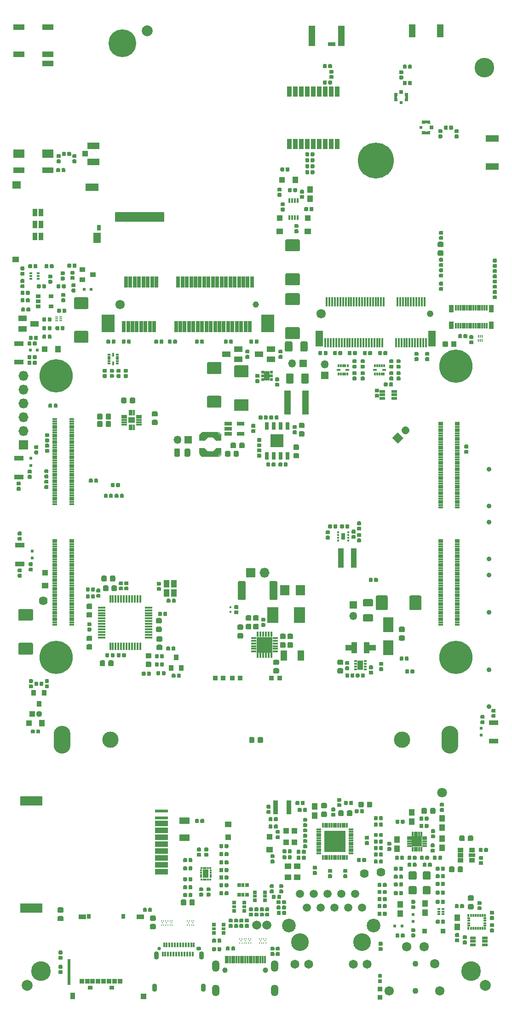
<source format=gbr>
%TF.GenerationSoftware,KiCad,Pcbnew,(5.99.0-459-gf0c386f5d-dirty)*%
%TF.CreationDate,2019-12-04T11:21:01+01:00*%
%TF.ProjectId,dvk-mx8m-bsb,64766b2d-6d78-4386-9d2d-6273622e6b69,v1.0.0*%
%TF.SameCoordinates,Original*%
%TF.FileFunction,Soldermask,Top*%
%TF.FilePolarity,Negative*%
%FSLAX46Y46*%
G04 Gerber Fmt 4.6, Leading zero omitted, Abs format (unit mm)*
G04 Created by KiCad (PCBNEW (5.99.0-459-gf0c386f5d-dirty)) date 2019-12-04 11:21:01*
%MOMM*%
%LPD*%
G04 APERTURE LIST*
%ADD10C,0.150000*%
%ADD11C,0.000001*%
%ADD12C,0.480000*%
%ADD13R,0.890000X0.400000*%
%ADD14R,0.400000X0.890000*%
%ADD15R,1.930000X1.930000*%
%ADD16C,0.400000*%
%ADD17R,1.100000X1.500000*%
%ADD18R,0.300000X0.400000*%
%ADD19R,0.400000X0.300000*%
%ADD20R,0.420000X1.670000*%
%ADD21R,1.320000X2.870000*%
%ADD22C,1.720000*%
%ADD23C,1.220000*%
%ADD24R,1.150002X3.800002*%
%ADD25R,1.350002X0.750002*%
%ADD26R,2.400002X1.300002*%
%ADD27R,1.300002X2.400002*%
%ADD28C,0.354000*%
%ADD29R,1.200000X1.100000*%
%ADD30R,0.340000X1.000000*%
%ADD31R,1.000000X0.340000*%
%ADD32C,1.800002*%
%ADD33C,3.000002*%
%ADD34O,3.120000X5.120000*%
%ADD35R,1.220000X1.120000*%
%ADD36R,1.520000X1.320000*%
%ADD37R,1.420000X1.870000*%
%ADD38R,0.770000X1.120000*%
%ADD39R,0.920000X1.320000*%
%ADD40R,1.020000X1.320000*%
%ADD41R,1.420000X1.320000*%
%ADD42R,0.975000X1.090000*%
%ADD43R,2.990000X1.070000*%
%ADD44C,2.000000*%
%ADD45C,0.410000*%
%ADD46R,4.010000X4.010000*%
%ADD47R,0.950000X0.330000*%
%ADD48R,0.330000X0.950000*%
%ADD49C,0.325000*%
%ADD50R,0.620000X0.400000*%
%ADD51R,0.590000X0.400000*%
%ADD52C,0.420000*%
%ADD53R,0.570000X0.490000*%
%ADD54R,1.620000X0.490000*%
%ADD55R,1.020000X1.790000*%
%ADD56C,0.440000*%
%ADD57O,0.420000X0.520000*%
%ADD58R,0.420000X0.780000*%
%ADD59R,0.780000X0.420000*%
%ADD60O,0.520000X0.420000*%
%ADD61R,2.840000X2.840000*%
%ADD62C,6.120000*%
%ADD63C,1.100002*%
%ADD64R,0.820000X1.320000*%
%ADD65R,0.350000X1.040000*%
%ADD66C,3.620000*%
%ADD67R,0.440000X0.560000*%
%ADD68R,0.560000X0.440000*%
%ADD69R,0.550000X0.430000*%
%ADD70R,0.350000X1.320000*%
%ADD71C,1.000002*%
%ADD72O,1.370000X2.120000*%
%ADD73O,0.920000X1.520000*%
%ADD74O,0.950002X0.650002*%
%ADD75C,0.650002*%
%ADD76R,0.420000X0.820000*%
%ADD77C,0.900002*%
%ADD78R,0.720000X2.120000*%
%ADD79R,2.420000X3.320000*%
%ADD80C,1.170000*%
%ADD81R,0.820000X0.870000*%
%ADD82R,0.820000X0.770000*%
%ADD83R,0.865000X1.270000*%
%ADD84R,1.070000X1.020000*%
%ADD85R,0.540000X4.750000*%
%ADD86R,1.320000X0.970000*%
%ADD87R,0.770000X0.870000*%
%ADD88R,1.420000X0.970000*%
%ADD89R,1.120000X1.220000*%
%ADD90R,1.020000X1.020000*%
%ADD91R,1.020000X1.220000*%
%ADD92R,1.120000X2.120000*%
%ADD93O,1.470000X1.470000*%
%ADD94R,1.470000X1.470000*%
%ADD95R,1.440000X0.680000*%
%ADD96R,1.000000X1.700000*%
%ADD97R,1.870000X2.770000*%
%ADD98R,0.700000X1.300000*%
%ADD99R,0.450000X0.350000*%
%ADD100R,1.100000X3.520000*%
%ADD101C,1.470000*%
%ADD102R,1.520000X1.120000*%
%ADD103R,0.600000X0.520000*%
%ADD104R,0.520000X0.600000*%
%ADD105C,5.120000*%
%ADD106R,1.820000X0.920000*%
%ADD107R,2.000002X1.000002*%
%ADD108R,2.000002X1.500002*%
%ADD109O,1.820000X1.820000*%
%ADD110R,1.820000X1.820000*%
%ADD111C,1.670000*%
%ADD112R,0.820000X1.920000*%
%ADD113R,0.920000X1.920000*%
%ADD114R,0.790000X0.740000*%
%ADD115R,0.500002X0.500002*%
%ADD116R,0.500002X1.580002*%
%ADD117R,0.740000X0.790000*%
%ADD118R,1.580002X0.500002*%
%ADD119R,4.120000X1.820000*%
%ADD120R,2.420000X0.620000*%
%ADD121R,2.420000X1.120000*%
%ADD122C,1.520000*%
%ADD123C,2.520000*%
%ADD124C,1.650000*%
%ADD125C,3.260002*%
%ADD126R,1.420000X0.370000*%
%ADD127R,0.370000X1.420000*%
%ADD128C,6.620000*%
%ADD129R,0.970000X2.620000*%
%ADD130R,1.120000X1.320000*%
%ADD131R,1.020000X1.120000*%
%ADD132R,1.220000X1.020000*%
%ADD133R,0.920000X0.920000*%
%ADD134R,2.320000X1.170000*%
%ADD135R,1.050002X1.000002*%
%ADD136R,1.250000X1.250000*%
%ADD137R,0.800000X1.400000*%
%ADD138R,0.350000X0.460000*%
%ADD139R,1.720000X1.920000*%
%ADD140C,1.120000*%
%ADD141R,1.120000X1.120000*%
%ADD142R,2.025000X2.910000*%
%ADD143R,1.300000X4.520000*%
%ADD144R,0.700000X0.700000*%
%ADD145R,0.700000X0.500000*%
%ADD146R,0.500000X0.700000*%
%ADD147R,0.250000X0.600000*%
%ADD148R,1.000000X0.500000*%
%ADD149R,0.345000X0.775000*%
%ADD150R,0.625000X0.345000*%
%ADD151R,0.625000X0.445000*%
%ADD152R,0.570000X0.420000*%
%ADD153R,0.900000X0.650000*%
%ADD154R,0.600000X0.250000*%
%ADD155R,1.180000X0.770000*%
%ADD156R,1.120000X0.820000*%
%ADD157R,0.775000X0.345000*%
%ADD158R,0.345000X0.625000*%
%ADD159R,0.445000X0.625000*%
%ADD160R,0.820000X0.320000*%
%ADD161R,0.970000X0.970000*%
%ADD162R,1.870000X1.220000*%
%ADD163R,1.220000X1.870000*%
%ADD164R,0.920000X1.020000*%
%ADD165R,1.020000X0.920000*%
%ADD166C,1.620000*%
%ADD167R,0.400000X0.900000*%
G04 APERTURE END LIST*
D10*
G36*
X88025000Y-95075000D02*
G01*
X79125000Y-95075000D01*
X79125000Y-93475000D01*
X88025000Y-93475000D01*
X88025000Y-95075000D01*
G37*
X88025000Y-95075000D02*
X79125000Y-95075000D01*
X79125000Y-93475000D01*
X88025000Y-93475000D01*
X88025000Y-95075000D01*
%TO.C,L404*%
G36*
X98595000Y-134380000D02*
G01*
X98595000Y-134381000D01*
X98397000Y-134381000D01*
X98044000Y-134023000D01*
X98044000Y-133820000D01*
X98045000Y-133820000D01*
X98595000Y-134380000D01*
G37*
D11*
X98595000Y-134380000D02*
X98595000Y-134381000D01*
X98397000Y-134381000D01*
X98044000Y-134023000D01*
X98044000Y-133820000D01*
X98045000Y-133820000D01*
X98595000Y-134380000D01*
G36*
X97621000Y-135272000D02*
G01*
X97621000Y-135470000D01*
X97620000Y-135470000D01*
X97040000Y-134890000D01*
X97040000Y-134889000D01*
X97229000Y-134889000D01*
X97621000Y-135272000D01*
G37*
X97621000Y-135272000D02*
X97621000Y-135470000D01*
X97620000Y-135470000D01*
X97040000Y-134890000D01*
X97040000Y-134889000D01*
X97229000Y-134889000D01*
X97621000Y-135272000D01*
G36*
X95056000Y-134022000D02*
G01*
X94703000Y-134381000D01*
X94505000Y-134381000D01*
X94505000Y-134380000D01*
X95055000Y-133820000D01*
X95056000Y-133820000D01*
X95056000Y-134022000D01*
G37*
X95056000Y-134022000D02*
X94703000Y-134381000D01*
X94505000Y-134381000D01*
X94505000Y-134380000D01*
X95055000Y-133820000D01*
X95056000Y-133820000D01*
X95056000Y-134022000D01*
G36*
X97621000Y-136968000D02*
G01*
X97228000Y-137351000D01*
X97040000Y-137351000D01*
X97040000Y-137350000D01*
X97620000Y-136770000D01*
X97621000Y-136770000D01*
X97621000Y-136968000D01*
G37*
X97621000Y-136968000D02*
X97228000Y-137351000D01*
X97040000Y-137351000D01*
X97040000Y-137350000D01*
X97620000Y-136770000D01*
X97621000Y-136770000D01*
X97621000Y-136968000D01*
G36*
X96060000Y-137350000D02*
G01*
X96060000Y-137351000D01*
X95872000Y-137351000D01*
X95479000Y-136968000D01*
X95479000Y-136770000D01*
X95480000Y-136770000D01*
X96060000Y-137350000D01*
G37*
X96060000Y-137350000D02*
X96060000Y-137351000D01*
X95872000Y-137351000D01*
X95479000Y-136968000D01*
X95479000Y-136770000D01*
X95480000Y-136770000D01*
X96060000Y-137350000D01*
G36*
X95056000Y-138218000D02*
G01*
X95056000Y-138420000D01*
X95055000Y-138420000D01*
X94505000Y-137860000D01*
X94505000Y-137859000D01*
X94704000Y-137859000D01*
X95056000Y-138218000D01*
G37*
X95056000Y-138218000D02*
X95056000Y-138420000D01*
X95055000Y-138420000D01*
X94505000Y-137860000D01*
X94505000Y-137859000D01*
X94704000Y-137859000D01*
X95056000Y-138218000D01*
G36*
X98595000Y-137860000D02*
G01*
X98045000Y-138420000D01*
X98044000Y-138420000D01*
X98044000Y-138218000D01*
X98397000Y-137859000D01*
X98595000Y-137859000D01*
X98595000Y-137860000D01*
G37*
X98595000Y-137860000D02*
X98045000Y-138420000D01*
X98044000Y-138420000D01*
X98044000Y-138218000D01*
X98397000Y-137859000D01*
X98595000Y-137859000D01*
X98595000Y-137860000D01*
G36*
X96060000Y-134890000D02*
G01*
X95480000Y-135470000D01*
X95479000Y-135470000D01*
X95479000Y-135273000D01*
X95872000Y-134889000D01*
X96060000Y-134889000D01*
X96060000Y-134890000D01*
G37*
X96060000Y-134890000D02*
X95480000Y-135470000D01*
X95479000Y-135470000D01*
X95479000Y-135273000D01*
X95872000Y-134889000D01*
X96060000Y-134889000D01*
X96060000Y-134890000D01*
%TD*%
D12*
%TO.C,U1601*%
X134600000Y-209200000D03*
X134100000Y-208700000D03*
X135100000Y-208700000D03*
X135100000Y-209700000D03*
X134100000Y-209700000D03*
D13*
X133195000Y-210000000D03*
X133195000Y-209600000D03*
X133195000Y-209200000D03*
X133195000Y-208800000D03*
D14*
X133800000Y-207795000D03*
X134200000Y-207795000D03*
X134600000Y-207795000D03*
X135000000Y-207795000D03*
D13*
X136005000Y-208400000D03*
X136005000Y-208800000D03*
X136005000Y-209200000D03*
X136005000Y-209600000D03*
D14*
X135400000Y-210605000D03*
X135000000Y-210605000D03*
X134600000Y-210605000D03*
X134200000Y-210605000D03*
X133800000Y-210605000D03*
D15*
X134600000Y-209200000D03*
D13*
X133195000Y-208400000D03*
D14*
X135400000Y-207795000D03*
D13*
X136005000Y-210000000D03*
%TD*%
D16*
%TO.C,U202*%
X95750000Y-215585000D03*
X95750000Y-214685000D03*
D17*
X95750000Y-215135000D03*
D18*
X94950000Y-216185000D03*
X95750000Y-216185000D03*
X95350000Y-216185000D03*
X96150000Y-216185000D03*
X96550000Y-216185000D03*
X94950000Y-214085000D03*
X95350000Y-214085000D03*
X95750000Y-214085000D03*
X96150000Y-214085000D03*
X96550000Y-214085000D03*
D19*
X96600000Y-214535000D03*
X96600000Y-214935000D03*
X96600000Y-215335000D03*
X96600000Y-215735000D03*
X94900000Y-215735000D03*
X94900000Y-215335000D03*
X94900000Y-214935000D03*
X94900000Y-214535000D03*
%TD*%
D20*
%TO.C,J1803*%
X136250000Y-117390000D03*
X136000000Y-109840000D03*
X135750000Y-117390000D03*
X135500000Y-109840000D03*
X135250000Y-117390000D03*
X135000000Y-109840000D03*
X134750000Y-117390000D03*
X134500000Y-109840000D03*
X134250000Y-117390000D03*
X134000000Y-109840000D03*
X133750000Y-117390000D03*
X133500000Y-109840000D03*
X133250000Y-117390000D03*
X133000000Y-109840000D03*
X132750000Y-117390000D03*
X132500000Y-109840000D03*
X132250000Y-117390000D03*
X132000000Y-109840000D03*
X131750000Y-117390000D03*
X131500000Y-109840000D03*
X131250000Y-117390000D03*
X131000000Y-109840000D03*
X130750000Y-117390000D03*
X128500000Y-109840000D03*
X128250000Y-117390000D03*
X128000000Y-109840000D03*
X127750000Y-117390000D03*
X127500000Y-109840000D03*
X127250000Y-117390000D03*
X127000000Y-109840000D03*
X126750000Y-117390000D03*
X126500000Y-109840000D03*
X126250000Y-117390000D03*
X126000000Y-109840000D03*
X125750000Y-117390000D03*
X125500000Y-109840000D03*
X125250000Y-117390000D03*
X125000000Y-109840000D03*
X124750000Y-117390000D03*
X124500000Y-109840000D03*
X124250000Y-117390000D03*
X124000000Y-109840000D03*
X123750000Y-117390000D03*
X123500000Y-109840000D03*
X123250000Y-117390000D03*
X123000000Y-109840000D03*
X122750000Y-117390000D03*
X122500000Y-109840000D03*
X122250000Y-117390000D03*
X122000000Y-109840000D03*
X121750000Y-117390000D03*
X121500000Y-109840000D03*
X121250000Y-117390000D03*
X121000000Y-109840000D03*
X120750000Y-117390000D03*
X120500000Y-109840000D03*
X120250000Y-117390000D03*
X120000000Y-109840000D03*
X119750000Y-117390000D03*
X119500000Y-109840000D03*
X119250000Y-117390000D03*
X119000000Y-109840000D03*
X118750000Y-117390000D03*
X118500000Y-109840000D03*
X118250000Y-117390000D03*
X118000000Y-109840000D03*
X117750000Y-117390000D03*
D21*
X116650000Y-116615000D03*
D22*
X117000000Y-112115000D03*
D23*
X137000000Y-112115000D03*
D21*
X137350000Y-116615000D03*
%TD*%
D24*
%TO.C,AE2301*%
X115275000Y-60900000D03*
X120725000Y-60900000D03*
D25*
X118925000Y-62425000D03*
%TD*%
D26*
%TO.C,AE1802*%
X148500000Y-79850000D03*
X148500000Y-84950000D03*
%TD*%
D27*
%TO.C,AE1801*%
X133750000Y-60000000D03*
X138850000Y-60000000D03*
%TD*%
D28*
%TO.C,U201*%
X82400000Y-131840000D03*
X81800000Y-131440000D03*
D29*
X82100000Y-131640000D03*
D30*
X81700000Y-130290000D03*
X82100000Y-130290000D03*
X82500000Y-130290000D03*
D31*
X83450000Y-130840000D03*
X83450000Y-131240000D03*
X83450000Y-131640000D03*
X83450000Y-132040000D03*
X83450000Y-132440000D03*
D30*
X82500000Y-132990000D03*
X82100000Y-132990000D03*
X81700000Y-132990000D03*
D31*
X80750000Y-132440000D03*
X80750000Y-132040000D03*
X80750000Y-131640000D03*
X80750000Y-131240000D03*
X80750000Y-130840000D03*
%TD*%
D32*
%TO.C,BT301*%
X139250000Y-200200000D03*
D33*
X78150000Y-190500000D03*
X131850000Y-190500000D03*
D34*
X140700000Y-190500000D03*
X69300000Y-190500000D03*
%TD*%
D35*
%TO.C,J1503*%
X60750000Y-102100000D03*
D36*
X60900000Y-88400000D03*
D37*
X75750000Y-98070000D03*
D38*
X76075000Y-96200000D03*
D39*
X65410000Y-93480000D03*
X65410000Y-95670000D03*
X65410000Y-97860000D03*
X64310000Y-93480000D03*
X64310000Y-95670000D03*
X64310000Y-97860000D03*
D40*
X75500000Y-88800000D03*
D41*
X74250000Y-88800000D03*
%TD*%
%TO.C,L404*%
G36*
X97384997Y-134470157D02*
G01*
X97944843Y-133919997D01*
X98495003Y-134479843D01*
X97935157Y-135030003D01*
X97384997Y-134470157D01*
G37*
G36*
X94799995Y-137464678D02*
G01*
X95380322Y-136869995D01*
X95975005Y-137450322D01*
X95394678Y-138045005D01*
X94799995Y-137464678D01*
G37*
G36*
X97719928Y-136869945D02*
G01*
X98300255Y-137464628D01*
X97705572Y-138044955D01*
X97125245Y-137450272D01*
X97719928Y-136869945D01*
G37*
G36*
X95394678Y-134194995D02*
G01*
X95975005Y-134789678D01*
X95380322Y-135370005D01*
X94799995Y-134775322D01*
X95394678Y-134194995D01*
G37*
G36*
X97125245Y-134789678D02*
G01*
X97705572Y-134194995D01*
X98300255Y-134775322D01*
X97719928Y-135370005D01*
X97125245Y-134789678D01*
G37*
G36*
X94604997Y-137760157D02*
G01*
X95164843Y-137209997D01*
X95715003Y-137769843D01*
X95155157Y-138320003D01*
X94604997Y-137760157D01*
G37*
G36*
X97935157Y-137209997D02*
G01*
X98495003Y-137760157D01*
X97944843Y-138320003D01*
X97384997Y-137769843D01*
X97935157Y-137209997D01*
G37*
G36*
X95155157Y-133919997D02*
G01*
X95715003Y-134470157D01*
X95164843Y-135030003D01*
X94604997Y-134479843D01*
X95155157Y-133919997D01*
G37*
G36*
X97384997Y-134470157D02*
G01*
X97944843Y-133919997D01*
X98495003Y-134479843D01*
X97935157Y-135030003D01*
X97384997Y-134470157D01*
G37*
D42*
X94992500Y-137315000D03*
X98107500Y-137315000D03*
X94992500Y-134925000D03*
X98107500Y-134925000D03*
D43*
X96550000Y-137885000D03*
X96550000Y-134355000D03*
%TD*%
D44*
%TO.C,FID101*%
X85000000Y-60000000D03*
%TD*%
%TO.C,FID103*%
X147150000Y-235650000D03*
%TD*%
%TO.C,FID102*%
X62850000Y-235650000D03*
%TD*%
D45*
%TO.C,U1701*%
X120000000Y-208700000D03*
X120000000Y-209700000D03*
X119000000Y-209700000D03*
X118000000Y-209700000D03*
X118000000Y-210700000D03*
X119000000Y-210700000D03*
X120000000Y-210700000D03*
X121000000Y-210700000D03*
X121000000Y-209700000D03*
X121000000Y-208700000D03*
X121000000Y-207700000D03*
X120000000Y-207700000D03*
X119000000Y-207700000D03*
X118000000Y-207700000D03*
X118000000Y-208700000D03*
X119000000Y-208700000D03*
D46*
X119500000Y-209200000D03*
D47*
X122445000Y-207000000D03*
X122445000Y-207400000D03*
X122445000Y-207800000D03*
X122445000Y-208200000D03*
X122445000Y-208600000D03*
X122445000Y-209000000D03*
X122445000Y-209400000D03*
X122445000Y-209800000D03*
X122445000Y-210200000D03*
X122445000Y-210600000D03*
X122445000Y-211000000D03*
X122445000Y-211400000D03*
X116555000Y-211400000D03*
X116555000Y-211000000D03*
X116555000Y-210600000D03*
X116555000Y-210200000D03*
X116555000Y-209800000D03*
X116555000Y-209400000D03*
X116555000Y-209000000D03*
X116555000Y-208600000D03*
X116555000Y-208200000D03*
X116555000Y-207800000D03*
X116555000Y-207400000D03*
X116555000Y-207000000D03*
D48*
X117300000Y-206255000D03*
X117700000Y-206255000D03*
X118100000Y-206255000D03*
X118500000Y-206255000D03*
X118900000Y-206255000D03*
X119300000Y-206255000D03*
X119700000Y-206255000D03*
X120100000Y-206255000D03*
X120500000Y-206255000D03*
X120900000Y-206255000D03*
X121300000Y-206255000D03*
X121700000Y-206255000D03*
X121700000Y-212145000D03*
X121300000Y-212145000D03*
X120900000Y-212145000D03*
X120500000Y-212145000D03*
X120100000Y-212145000D03*
X119700000Y-212145000D03*
X119300000Y-212145000D03*
X118900000Y-212145000D03*
X118500000Y-212145000D03*
X118100000Y-212145000D03*
X117700000Y-212145000D03*
X117300000Y-212145000D03*
%TD*%
D49*
%TO.C,U205*%
X92750000Y-223800000D03*
X93150000Y-223800000D03*
X93550000Y-223800000D03*
X92350000Y-223800000D03*
X92350000Y-224600000D03*
X92750000Y-224600000D03*
X93150000Y-224600000D03*
X93550000Y-224600000D03*
X93350000Y-224200000D03*
X92550000Y-224200000D03*
%TD*%
%TO.C,U204*%
X87950000Y-223800000D03*
X87550000Y-224600000D03*
X87950000Y-224600000D03*
X87750000Y-224200000D03*
X87550000Y-223800000D03*
X88750000Y-223800000D03*
X89150000Y-223800000D03*
X89550000Y-223800000D03*
X88350000Y-223800000D03*
X88350000Y-224600000D03*
X88750000Y-224600000D03*
X89150000Y-224600000D03*
X89550000Y-224600000D03*
X89350000Y-224200000D03*
X88550000Y-224200000D03*
%TD*%
%TO.C,U1902*%
X106000000Y-227100000D03*
X106400000Y-227100000D03*
X106800000Y-227100000D03*
X105600000Y-227100000D03*
X105600000Y-227900000D03*
X106000000Y-227900000D03*
X106400000Y-227900000D03*
X106800000Y-227900000D03*
X106600000Y-227500000D03*
X105800000Y-227500000D03*
%TD*%
%TO.C,U1901*%
X102400000Y-227100000D03*
X102000000Y-227900000D03*
X102400000Y-227900000D03*
X102200000Y-227500000D03*
X102000000Y-227100000D03*
X103200000Y-227100000D03*
X103600000Y-227100000D03*
X104000000Y-227100000D03*
X102800000Y-227100000D03*
X102800000Y-227900000D03*
X103200000Y-227900000D03*
X103600000Y-227900000D03*
X104000000Y-227900000D03*
X103800000Y-227500000D03*
X103000000Y-227500000D03*
%TD*%
D50*
%TO.C,U1603*%
X138640000Y-221600000D03*
D51*
X138625000Y-222100000D03*
X138625000Y-222600000D03*
X139375000Y-222600000D03*
X139375000Y-222100000D03*
X139375000Y-221600000D03*
%TD*%
D52*
%TO.C,U404*%
X107000000Y-123500000D03*
D53*
X106175000Y-124150000D03*
X106175000Y-122850000D03*
X107825000Y-122850000D03*
X106175000Y-123500000D03*
X107825000Y-124150000D03*
D54*
X107300000Y-123500000D03*
D55*
X107000000Y-123500000D03*
%TD*%
D56*
%TO.C,U301*%
X106550000Y-173900000D03*
X106550000Y-173000000D03*
X106550000Y-172100000D03*
X107450000Y-172100000D03*
X107450000Y-173000000D03*
X107450000Y-173900000D03*
X105650000Y-173900000D03*
X105650000Y-173000000D03*
X105650000Y-172100000D03*
D57*
X107300000Y-171260000D03*
X106800000Y-171260000D03*
X106300000Y-171260000D03*
D58*
X107800000Y-170920000D03*
X107300000Y-170920000D03*
D57*
X107800000Y-171260000D03*
D58*
X106800000Y-170920000D03*
X106300000Y-170920000D03*
X105800000Y-170920000D03*
D57*
X105300000Y-171260000D03*
D58*
X105300000Y-170920000D03*
D57*
X105800000Y-171260000D03*
D59*
X108630000Y-173250000D03*
X108630000Y-174250000D03*
D60*
X108290000Y-174250000D03*
X108290000Y-173750000D03*
X108290000Y-173250000D03*
D59*
X108630000Y-173750000D03*
D60*
X108290000Y-172750000D03*
D59*
X108630000Y-172750000D03*
X108630000Y-172250000D03*
D60*
X108290000Y-171750000D03*
D59*
X108630000Y-171750000D03*
D60*
X108290000Y-172250000D03*
D59*
X104470000Y-174250000D03*
D60*
X104810000Y-174250000D03*
D59*
X104470000Y-173750000D03*
D60*
X104810000Y-173750000D03*
D59*
X104470000Y-173250000D03*
D60*
X104810000Y-173250000D03*
D59*
X104470000Y-172750000D03*
D60*
X104810000Y-172750000D03*
D59*
X104470000Y-172250000D03*
D60*
X104810000Y-172250000D03*
X104810000Y-171750000D03*
D59*
X104470000Y-171750000D03*
D61*
X106550000Y-173000000D03*
D58*
X105300000Y-175080000D03*
D57*
X105300000Y-174740000D03*
X105800000Y-174740000D03*
D58*
X105800000Y-175080000D03*
D57*
X106300000Y-174740000D03*
D58*
X106300000Y-175080000D03*
D57*
X106800000Y-174740000D03*
D58*
X106800000Y-175080000D03*
D57*
X107300000Y-174740000D03*
D58*
X107300000Y-175080000D03*
D57*
X107800000Y-174740000D03*
D58*
X107800000Y-175080000D03*
%TD*%
D62*
%TO.C,MOD101*%
X68200000Y-123500000D03*
X68200000Y-175300000D03*
X141800000Y-121700000D03*
X141800000Y-175300000D03*
%TD*%
D22*
%TO.C,J1601*%
X132700000Y-228575000D03*
X135900000Y-228575000D03*
X137900000Y-231675000D03*
X138800000Y-236675000D03*
X129500000Y-236675000D03*
D63*
X134300000Y-231675000D03*
X134300000Y-236675000D03*
%TD*%
D64*
%TO.C,J1301*%
X148300000Y-114150000D03*
X148300000Y-111150000D03*
X140900000Y-114150000D03*
X140900000Y-111150000D03*
D65*
X147000000Y-114290000D03*
X147400000Y-114290000D03*
X146600000Y-114290000D03*
X146200000Y-114290000D03*
X145800000Y-114290000D03*
X141800000Y-114290000D03*
X143000000Y-114290000D03*
X142600000Y-114290000D03*
X143400000Y-114290000D03*
X142200000Y-114290000D03*
X145400000Y-114290000D03*
X145000000Y-114290000D03*
X144600000Y-114290000D03*
X144200000Y-114290000D03*
X143800000Y-114290000D03*
X147000000Y-111010000D03*
X147400000Y-111010000D03*
X146600000Y-111010000D03*
X146200000Y-111010000D03*
X141800000Y-111010000D03*
X142200000Y-111010000D03*
X142600000Y-111010000D03*
X143000000Y-111010000D03*
X145800000Y-111010000D03*
X145400000Y-111010000D03*
X145000000Y-111010000D03*
X144600000Y-111010000D03*
X144200000Y-111010000D03*
X143800000Y-111010000D03*
X143400000Y-111010000D03*
%TD*%
D66*
%TO.C,MNT102*%
X147000000Y-66750000D03*
%TD*%
%TO.C,MNT101*%
X65400000Y-233100000D03*
%TD*%
%TO.C,MNT103*%
X144600000Y-233100000D03*
%TD*%
%TO.C,R408*%
G36*
X124220426Y-152473511D02*
G01*
X124278011Y-152511989D01*
X124316489Y-152569574D01*
X124330000Y-152637500D01*
X124330000Y-152992500D01*
X124316489Y-153060426D01*
X124278011Y-153118011D01*
X124220426Y-153156489D01*
X124152500Y-153170000D01*
X123747500Y-153170000D01*
X123679574Y-153156489D01*
X123621989Y-153118011D01*
X123583511Y-153060426D01*
X123570000Y-152992500D01*
X123570000Y-152637500D01*
X123583511Y-152569574D01*
X123621989Y-152511989D01*
X123679574Y-152473511D01*
X123747500Y-152460000D01*
X124152500Y-152460000D01*
X124220426Y-152473511D01*
G37*
G36*
X124220426Y-153443511D02*
G01*
X124278011Y-153481989D01*
X124316489Y-153539574D01*
X124330000Y-153607500D01*
X124330000Y-153962500D01*
X124316489Y-154030426D01*
X124278011Y-154088011D01*
X124220426Y-154126489D01*
X124152500Y-154140000D01*
X123747500Y-154140000D01*
X123679574Y-154126489D01*
X123621989Y-154088011D01*
X123583511Y-154030426D01*
X123570000Y-153962500D01*
X123570000Y-153607500D01*
X123583511Y-153539574D01*
X123621989Y-153481989D01*
X123679574Y-153443511D01*
X123747500Y-153430000D01*
X124152500Y-153430000D01*
X124220426Y-153443511D01*
G37*
%TD*%
%TO.C,R409*%
G36*
X119830426Y-150833511D02*
G01*
X119888011Y-150871989D01*
X119926489Y-150929574D01*
X119940000Y-150997500D01*
X119940000Y-151402500D01*
X119926489Y-151470426D01*
X119888011Y-151528011D01*
X119830426Y-151566489D01*
X119762500Y-151580000D01*
X119407500Y-151580000D01*
X119339574Y-151566489D01*
X119281989Y-151528011D01*
X119243511Y-151470426D01*
X119230000Y-151402500D01*
X119230000Y-150997500D01*
X119243511Y-150929574D01*
X119281989Y-150871989D01*
X119339574Y-150833511D01*
X119407500Y-150820000D01*
X119762500Y-150820000D01*
X119830426Y-150833511D01*
G37*
G36*
X118860426Y-150833511D02*
G01*
X118918011Y-150871989D01*
X118956489Y-150929574D01*
X118970000Y-150997500D01*
X118970000Y-151402500D01*
X118956489Y-151470426D01*
X118918011Y-151528011D01*
X118860426Y-151566489D01*
X118792500Y-151580000D01*
X118437500Y-151580000D01*
X118369574Y-151566489D01*
X118311989Y-151528011D01*
X118273511Y-151470426D01*
X118260000Y-151402500D01*
X118260000Y-150997500D01*
X118273511Y-150929574D01*
X118311989Y-150871989D01*
X118369574Y-150833511D01*
X118437500Y-150820000D01*
X118792500Y-150820000D01*
X118860426Y-150833511D01*
G37*
%TD*%
%TO.C,R404*%
G36*
X124220426Y-150308511D02*
G01*
X124278011Y-150346989D01*
X124316489Y-150404574D01*
X124330000Y-150472500D01*
X124330000Y-150827500D01*
X124316489Y-150895426D01*
X124278011Y-150953011D01*
X124220426Y-150991489D01*
X124152500Y-151005000D01*
X123747500Y-151005000D01*
X123679574Y-150991489D01*
X123621989Y-150953011D01*
X123583511Y-150895426D01*
X123570000Y-150827500D01*
X123570000Y-150472500D01*
X123583511Y-150404574D01*
X123621989Y-150346989D01*
X123679574Y-150308511D01*
X123747500Y-150295000D01*
X124152500Y-150295000D01*
X124220426Y-150308511D01*
G37*
G36*
X124220426Y-151278511D02*
G01*
X124278011Y-151316989D01*
X124316489Y-151374574D01*
X124330000Y-151442500D01*
X124330000Y-151797500D01*
X124316489Y-151865426D01*
X124278011Y-151923011D01*
X124220426Y-151961489D01*
X124152500Y-151975000D01*
X123747500Y-151975000D01*
X123679574Y-151961489D01*
X123621989Y-151923011D01*
X123583511Y-151865426D01*
X123570000Y-151797500D01*
X123570000Y-151442500D01*
X123583511Y-151374574D01*
X123621989Y-151316989D01*
X123679574Y-151278511D01*
X123747500Y-151265000D01*
X124152500Y-151265000D01*
X124220426Y-151278511D01*
G37*
%TD*%
%TO.C,C416*%
G36*
X118470426Y-151963511D02*
G01*
X118528011Y-152001989D01*
X118566489Y-152059574D01*
X118580000Y-152127500D01*
X118580000Y-152482500D01*
X118566489Y-152550426D01*
X118528011Y-152608011D01*
X118470426Y-152646489D01*
X118402500Y-152660000D01*
X117997500Y-152660000D01*
X117929574Y-152646489D01*
X117871989Y-152608011D01*
X117833511Y-152550426D01*
X117820000Y-152482500D01*
X117820000Y-152127500D01*
X117833511Y-152059574D01*
X117871989Y-152001989D01*
X117929574Y-151963511D01*
X117997500Y-151950000D01*
X118402500Y-151950000D01*
X118470426Y-151963511D01*
G37*
G36*
X118470426Y-152933511D02*
G01*
X118528011Y-152971989D01*
X118566489Y-153029574D01*
X118580000Y-153097500D01*
X118580000Y-153452500D01*
X118566489Y-153520426D01*
X118528011Y-153578011D01*
X118470426Y-153616489D01*
X118402500Y-153630000D01*
X117997500Y-153630000D01*
X117929574Y-153616489D01*
X117871989Y-153578011D01*
X117833511Y-153520426D01*
X117820000Y-153452500D01*
X117820000Y-153097500D01*
X117833511Y-153029574D01*
X117871989Y-152971989D01*
X117929574Y-152933511D01*
X117997500Y-152920000D01*
X118402500Y-152920000D01*
X118470426Y-152933511D01*
G37*
%TD*%
D67*
%TO.C,U2002*%
X147105000Y-225225000D03*
X146675000Y-225225000D03*
X146245000Y-225225000D03*
X145815000Y-225225000D03*
X145385000Y-225225000D03*
X144955000Y-225225000D03*
X144525000Y-225225000D03*
X144095000Y-225225000D03*
X147105000Y-222775000D03*
X146675000Y-222775000D03*
X146245000Y-222775000D03*
X145815000Y-222775000D03*
X145385000Y-222775000D03*
X144955000Y-222775000D03*
X144525000Y-222775000D03*
D68*
X147075000Y-224645000D03*
X144125000Y-224645000D03*
X147075000Y-224215000D03*
X144125000Y-224215000D03*
D69*
X147075000Y-223785000D03*
D68*
X144125000Y-223785000D03*
X147075000Y-223355000D03*
X144125000Y-223355000D03*
D67*
X144095000Y-222775000D03*
%TD*%
D70*
%TO.C,J1901*%
X99400000Y-230975000D03*
X99800000Y-230975000D03*
X100200000Y-230975000D03*
X100600000Y-230975000D03*
X101000000Y-230975000D03*
X101400000Y-230975000D03*
X101800000Y-230975000D03*
X102200000Y-230975000D03*
X102600000Y-230975000D03*
X106600000Y-230975000D03*
X106200000Y-230975000D03*
X105800000Y-230975000D03*
X105400000Y-230975000D03*
X105000000Y-230975000D03*
X104600000Y-230975000D03*
X104200000Y-230975000D03*
X103800000Y-230975000D03*
X103400000Y-230975000D03*
X103000000Y-230975000D03*
D71*
X106750000Y-232925000D03*
X99250000Y-232925000D03*
D72*
X97575000Y-236625000D03*
X108425000Y-236625000D03*
X108425000Y-232125000D03*
X97575000Y-232125000D03*
%TD*%
D73*
%TO.C,J201*%
X95290000Y-236100000D03*
X86670000Y-230150000D03*
X86310000Y-236100000D03*
X94930000Y-230150000D03*
D74*
X94400000Y-228900000D03*
D75*
X87200000Y-228900000D03*
D76*
X93550000Y-228240000D03*
X93050000Y-228240000D03*
X92550000Y-228240000D03*
X92050000Y-228240000D03*
X91550000Y-228240000D03*
X91050000Y-228240000D03*
X90550000Y-228240000D03*
X90050000Y-228240000D03*
X89550000Y-228240000D03*
X89050000Y-228240000D03*
X88550000Y-228240000D03*
X88050000Y-228240000D03*
X90300000Y-229940000D03*
X89800000Y-229940000D03*
X89300000Y-229940000D03*
X88300000Y-229940000D03*
X88800000Y-229940000D03*
X87800000Y-229940000D03*
X93300000Y-229940000D03*
X92800000Y-229940000D03*
X92300000Y-229940000D03*
X91800000Y-229940000D03*
X91300000Y-229940000D03*
X90800000Y-229940000D03*
%TD*%
D77*
%TO.C,SW501*%
X147845000Y-184400000D03*
X147845000Y-177600000D03*
%TD*%
%TO.C,SW1301*%
X147845000Y-167000000D03*
X147845000Y-160200000D03*
%TD*%
%TO.C,SW1501*%
X147845000Y-157200000D03*
X147845000Y-150400000D03*
%TD*%
%TO.C,SW1801*%
X147845000Y-147500000D03*
X147845000Y-140700000D03*
%TD*%
D78*
%TO.C,J1502*%
X104250000Y-106250000D03*
X103850000Y-114450000D03*
X103450000Y-106250000D03*
X103050000Y-114450000D03*
X102650000Y-106250000D03*
X102250000Y-114450000D03*
X101850000Y-106250000D03*
X101450000Y-114450000D03*
X101050000Y-106250000D03*
X100650000Y-114450000D03*
X100250000Y-106250000D03*
X99850000Y-114450000D03*
X99450000Y-106250000D03*
X99050000Y-114450000D03*
X98650000Y-106250000D03*
X98250000Y-114450000D03*
X97850000Y-106250000D03*
X97450000Y-114450000D03*
X97050000Y-106250000D03*
X96650000Y-114450000D03*
X96250000Y-106250000D03*
X95850000Y-114450000D03*
X95450000Y-106250000D03*
X95050000Y-114450000D03*
X94650000Y-106250000D03*
X94250000Y-114450000D03*
X93850000Y-106250000D03*
X93450000Y-114450000D03*
X93050000Y-106250000D03*
X92650000Y-114450000D03*
X92250000Y-106250000D03*
X91850000Y-114450000D03*
X91450000Y-106250000D03*
X91050000Y-114450000D03*
X90650000Y-106250000D03*
X90250000Y-114450000D03*
X86650000Y-106250000D03*
X86250000Y-114450000D03*
X85850000Y-106250000D03*
X85450000Y-114450000D03*
X85050000Y-106250000D03*
X84650000Y-114450000D03*
X84250000Y-106250000D03*
X83850000Y-114450000D03*
X83450000Y-106250000D03*
X83050000Y-114450000D03*
X82650000Y-106250000D03*
X82250000Y-114450000D03*
X81850000Y-106250000D03*
X81450000Y-114450000D03*
X81050000Y-106250000D03*
X80650000Y-114450000D03*
D79*
X107100000Y-113850000D03*
X77800000Y-113850000D03*
D22*
X79950000Y-110350000D03*
D80*
X104950000Y-110350000D03*
%TD*%
%TO.C,C301*%
G36*
X102466443Y-169283935D02*
G01*
X102547143Y-169337857D01*
X102601065Y-169418557D01*
X102620000Y-169513750D01*
X102620000Y-170011250D01*
X102601065Y-170106443D01*
X102547143Y-170187143D01*
X102466443Y-170241065D01*
X102371250Y-170260000D01*
X101798750Y-170260000D01*
X101703557Y-170241065D01*
X101622857Y-170187143D01*
X101568935Y-170106443D01*
X101550000Y-170011250D01*
X101550000Y-169513750D01*
X101568935Y-169418557D01*
X101622857Y-169337857D01*
X101703557Y-169283935D01*
X101798750Y-169265000D01*
X102371250Y-169265000D01*
X102466443Y-169283935D01*
G37*
G36*
X102466443Y-170858935D02*
G01*
X102547143Y-170912857D01*
X102601065Y-170993557D01*
X102620000Y-171088750D01*
X102620000Y-171586250D01*
X102601065Y-171681443D01*
X102547143Y-171762143D01*
X102466443Y-171816065D01*
X102371250Y-171835000D01*
X101798750Y-171835000D01*
X101703557Y-171816065D01*
X101622857Y-171762143D01*
X101568935Y-171681443D01*
X101550000Y-171586250D01*
X101550000Y-171088750D01*
X101568935Y-170993557D01*
X101622857Y-170912857D01*
X101703557Y-170858935D01*
X101798750Y-170840000D01*
X102371250Y-170840000D01*
X102466443Y-170858935D01*
G37*
%TD*%
%TO.C,R1719*%
G36*
X120555426Y-202180111D02*
G01*
X120613011Y-202218589D01*
X120651489Y-202276174D01*
X120665000Y-202344100D01*
X120665000Y-202699100D01*
X120651489Y-202767026D01*
X120613011Y-202824611D01*
X120555426Y-202863089D01*
X120487500Y-202876600D01*
X120082500Y-202876600D01*
X120014574Y-202863089D01*
X119956989Y-202824611D01*
X119918511Y-202767026D01*
X119905000Y-202699100D01*
X119905000Y-202344100D01*
X119918511Y-202276174D01*
X119956989Y-202218589D01*
X120014574Y-202180111D01*
X120082500Y-202166600D01*
X120487500Y-202166600D01*
X120555426Y-202180111D01*
G37*
G36*
X120555426Y-201210111D02*
G01*
X120613011Y-201248589D01*
X120651489Y-201306174D01*
X120665000Y-201374100D01*
X120665000Y-201729100D01*
X120651489Y-201797026D01*
X120613011Y-201854611D01*
X120555426Y-201893089D01*
X120487500Y-201906600D01*
X120082500Y-201906600D01*
X120014574Y-201893089D01*
X119956989Y-201854611D01*
X119918511Y-201797026D01*
X119905000Y-201729100D01*
X119905000Y-201374100D01*
X119918511Y-201306174D01*
X119956989Y-201248589D01*
X120014574Y-201210111D01*
X120082500Y-201196600D01*
X120487500Y-201196600D01*
X120555426Y-201210111D01*
G37*
%TD*%
%TO.C,R1714*%
G36*
X124730426Y-203233511D02*
G01*
X124788011Y-203271989D01*
X124826489Y-203329574D01*
X124840000Y-203397500D01*
X124840000Y-203802500D01*
X124826489Y-203870426D01*
X124788011Y-203928011D01*
X124730426Y-203966489D01*
X124662500Y-203980000D01*
X124307500Y-203980000D01*
X124239574Y-203966489D01*
X124181989Y-203928011D01*
X124143511Y-203870426D01*
X124130000Y-203802500D01*
X124130000Y-203397500D01*
X124143511Y-203329574D01*
X124181989Y-203271989D01*
X124239574Y-203233511D01*
X124307500Y-203220000D01*
X124662500Y-203220000D01*
X124730426Y-203233511D01*
G37*
G36*
X123760426Y-203233511D02*
G01*
X123818011Y-203271989D01*
X123856489Y-203329574D01*
X123870000Y-203397500D01*
X123870000Y-203802500D01*
X123856489Y-203870426D01*
X123818011Y-203928011D01*
X123760426Y-203966489D01*
X123692500Y-203980000D01*
X123337500Y-203980000D01*
X123269574Y-203966489D01*
X123211989Y-203928011D01*
X123173511Y-203870426D01*
X123160000Y-203802500D01*
X123160000Y-203397500D01*
X123173511Y-203329574D01*
X123211989Y-203271989D01*
X123269574Y-203233511D01*
X123337500Y-203220000D01*
X123692500Y-203220000D01*
X123760426Y-203233511D01*
G37*
%TD*%
D81*
%TO.C,J1001*%
X79925000Y-234950000D03*
X78925000Y-234950000D03*
X77925000Y-234950000D03*
X76925000Y-234950000D03*
X75925000Y-234950000D03*
X74925000Y-234950000D03*
X73925000Y-234950000D03*
X72925000Y-234950000D03*
D82*
X78425000Y-236150000D03*
X74425000Y-236150000D03*
D83*
X71240000Y-237650000D03*
D84*
X84275000Y-237725000D03*
D85*
X70577500Y-233240000D03*
D86*
X72987500Y-223050000D03*
D87*
X74225000Y-223000000D03*
X80575000Y-223000000D03*
D88*
X83712500Y-223050000D03*
%TD*%
%TO.C,C1002*%
G36*
X69381443Y-222896435D02*
G01*
X69462143Y-222950357D01*
X69516065Y-223031057D01*
X69535000Y-223126250D01*
X69535000Y-223623750D01*
X69516065Y-223718943D01*
X69462143Y-223799643D01*
X69381443Y-223853565D01*
X69286250Y-223872500D01*
X68713750Y-223872500D01*
X68618557Y-223853565D01*
X68537857Y-223799643D01*
X68483935Y-223718943D01*
X68465000Y-223623750D01*
X68465000Y-223126250D01*
X68483935Y-223031057D01*
X68537857Y-222950357D01*
X68618557Y-222896435D01*
X68713750Y-222877500D01*
X69286250Y-222877500D01*
X69381443Y-222896435D01*
G37*
G36*
X69381443Y-221321435D02*
G01*
X69462143Y-221375357D01*
X69516065Y-221456057D01*
X69535000Y-221551250D01*
X69535000Y-222048750D01*
X69516065Y-222143943D01*
X69462143Y-222224643D01*
X69381443Y-222278565D01*
X69286250Y-222297500D01*
X68713750Y-222297500D01*
X68618557Y-222278565D01*
X68537857Y-222224643D01*
X68483935Y-222143943D01*
X68465000Y-222048750D01*
X68465000Y-221551250D01*
X68483935Y-221456057D01*
X68537857Y-221375357D01*
X68618557Y-221321435D01*
X68713750Y-221302500D01*
X69286250Y-221302500D01*
X69381443Y-221321435D01*
G37*
%TD*%
%TO.C,C1822*%
G36*
X63771746Y-172635131D02*
G01*
X63857542Y-172692458D01*
X63914869Y-172778254D01*
X63935000Y-172879457D01*
X63935000Y-174545543D01*
X63914869Y-174646746D01*
X63857542Y-174732542D01*
X63771746Y-174789869D01*
X63670543Y-174810000D01*
X61529457Y-174810000D01*
X61428254Y-174789869D01*
X61342458Y-174732542D01*
X61285131Y-174646746D01*
X61265000Y-174545543D01*
X61265000Y-172879457D01*
X61285131Y-172778254D01*
X61342458Y-172692458D01*
X61428254Y-172635131D01*
X61529457Y-172615000D01*
X63670543Y-172615000D01*
X63771746Y-172635131D01*
G37*
G36*
X63771746Y-166410131D02*
G01*
X63857542Y-166467458D01*
X63914869Y-166553254D01*
X63935000Y-166654457D01*
X63935000Y-168320543D01*
X63914869Y-168421746D01*
X63857542Y-168507542D01*
X63771746Y-168564869D01*
X63670543Y-168585000D01*
X61529457Y-168585000D01*
X61428254Y-168564869D01*
X61342458Y-168507542D01*
X61285131Y-168421746D01*
X61265000Y-168320543D01*
X61265000Y-166654457D01*
X61285131Y-166553254D01*
X61342458Y-166467458D01*
X61428254Y-166410131D01*
X61529457Y-166390000D01*
X63670543Y-166390000D01*
X63771746Y-166410131D01*
G37*
%TD*%
D89*
%TO.C,FB1601*%
X133600000Y-203850000D03*
X133600000Y-205550000D03*
%TD*%
%TO.C,C201*%
G36*
X82581443Y-127498935D02*
G01*
X82662143Y-127552857D01*
X82716065Y-127633557D01*
X82735000Y-127728750D01*
X82735000Y-128301250D01*
X82716065Y-128396443D01*
X82662143Y-128477143D01*
X82581443Y-128531065D01*
X82486250Y-128550000D01*
X81988750Y-128550000D01*
X81893557Y-128531065D01*
X81812857Y-128477143D01*
X81758935Y-128396443D01*
X81740000Y-128301250D01*
X81740000Y-127728750D01*
X81758935Y-127633557D01*
X81812857Y-127552857D01*
X81893557Y-127498935D01*
X81988750Y-127480000D01*
X82486250Y-127480000D01*
X82581443Y-127498935D01*
G37*
G36*
X81006443Y-127498935D02*
G01*
X81087143Y-127552857D01*
X81141065Y-127633557D01*
X81160000Y-127728750D01*
X81160000Y-128301250D01*
X81141065Y-128396443D01*
X81087143Y-128477143D01*
X81006443Y-128531065D01*
X80911250Y-128550000D01*
X80413750Y-128550000D01*
X80318557Y-128531065D01*
X80237857Y-128477143D01*
X80183935Y-128396443D01*
X80165000Y-128301250D01*
X80165000Y-127728750D01*
X80183935Y-127633557D01*
X80237857Y-127552857D01*
X80318557Y-127498935D01*
X80413750Y-127480000D01*
X80911250Y-127480000D01*
X81006443Y-127498935D01*
G37*
%TD*%
D90*
%TO.C,D1502*%
X66100000Y-118600000D03*
D91*
X68500000Y-118600000D03*
%TD*%
%TO.C,C414*%
G36*
X139470426Y-202088511D02*
G01*
X139528011Y-202126989D01*
X139566489Y-202184574D01*
X139580000Y-202252500D01*
X139580000Y-202607500D01*
X139566489Y-202675426D01*
X139528011Y-202733011D01*
X139470426Y-202771489D01*
X139402500Y-202785000D01*
X138997500Y-202785000D01*
X138929574Y-202771489D01*
X138871989Y-202733011D01*
X138833511Y-202675426D01*
X138820000Y-202607500D01*
X138820000Y-202252500D01*
X138833511Y-202184574D01*
X138871989Y-202126989D01*
X138929574Y-202088511D01*
X138997500Y-202075000D01*
X139402500Y-202075000D01*
X139470426Y-202088511D01*
G37*
G36*
X139470426Y-203058511D02*
G01*
X139528011Y-203096989D01*
X139566489Y-203154574D01*
X139580000Y-203222500D01*
X139580000Y-203577500D01*
X139566489Y-203645426D01*
X139528011Y-203703011D01*
X139470426Y-203741489D01*
X139402500Y-203755000D01*
X138997500Y-203755000D01*
X138929574Y-203741489D01*
X138871989Y-203703011D01*
X138833511Y-203645426D01*
X138820000Y-203577500D01*
X138820000Y-203222500D01*
X138833511Y-203154574D01*
X138871989Y-203096989D01*
X138929574Y-203058511D01*
X138997500Y-203045000D01*
X139402500Y-203045000D01*
X139470426Y-203058511D01*
G37*
%TD*%
%TO.C,C410*%
G36*
X142270426Y-227043511D02*
G01*
X142328011Y-227081989D01*
X142366489Y-227139574D01*
X142380000Y-227207500D01*
X142380000Y-227562500D01*
X142366489Y-227630426D01*
X142328011Y-227688011D01*
X142270426Y-227726489D01*
X142202500Y-227740000D01*
X141797500Y-227740000D01*
X141729574Y-227726489D01*
X141671989Y-227688011D01*
X141633511Y-227630426D01*
X141620000Y-227562500D01*
X141620000Y-227207500D01*
X141633511Y-227139574D01*
X141671989Y-227081989D01*
X141729574Y-227043511D01*
X141797500Y-227030000D01*
X142202500Y-227030000D01*
X142270426Y-227043511D01*
G37*
G36*
X142270426Y-226073511D02*
G01*
X142328011Y-226111989D01*
X142366489Y-226169574D01*
X142380000Y-226237500D01*
X142380000Y-226592500D01*
X142366489Y-226660426D01*
X142328011Y-226718011D01*
X142270426Y-226756489D01*
X142202500Y-226770000D01*
X141797500Y-226770000D01*
X141729574Y-226756489D01*
X141671989Y-226718011D01*
X141633511Y-226660426D01*
X141620000Y-226592500D01*
X141620000Y-226237500D01*
X141633511Y-226169574D01*
X141671989Y-226111989D01*
X141729574Y-226073511D01*
X141797500Y-226060000D01*
X142202500Y-226060000D01*
X142270426Y-226073511D01*
G37*
%TD*%
%TO.C,C406*%
G36*
X129770426Y-209273511D02*
G01*
X129828011Y-209311989D01*
X129866489Y-209369574D01*
X129880000Y-209437500D01*
X129880000Y-209792500D01*
X129866489Y-209860426D01*
X129828011Y-209918011D01*
X129770426Y-209956489D01*
X129702500Y-209970000D01*
X129297500Y-209970000D01*
X129229574Y-209956489D01*
X129171989Y-209918011D01*
X129133511Y-209860426D01*
X129120000Y-209792500D01*
X129120000Y-209437500D01*
X129133511Y-209369574D01*
X129171989Y-209311989D01*
X129229574Y-209273511D01*
X129297500Y-209260000D01*
X129702500Y-209260000D01*
X129770426Y-209273511D01*
G37*
G36*
X129770426Y-210243511D02*
G01*
X129828011Y-210281989D01*
X129866489Y-210339574D01*
X129880000Y-210407500D01*
X129880000Y-210762500D01*
X129866489Y-210830426D01*
X129828011Y-210888011D01*
X129770426Y-210926489D01*
X129702500Y-210940000D01*
X129297500Y-210940000D01*
X129229574Y-210926489D01*
X129171989Y-210888011D01*
X129133511Y-210830426D01*
X129120000Y-210762500D01*
X129120000Y-210407500D01*
X129133511Y-210339574D01*
X129171989Y-210281989D01*
X129229574Y-210243511D01*
X129297500Y-210230000D01*
X129702500Y-210230000D01*
X129770426Y-210243511D01*
G37*
%TD*%
%TO.C,C418*%
G36*
X113710426Y-89267111D02*
G01*
X113768011Y-89305589D01*
X113806489Y-89363174D01*
X113820000Y-89431100D01*
X113820000Y-89786100D01*
X113806489Y-89854026D01*
X113768011Y-89911611D01*
X113710426Y-89950089D01*
X113642500Y-89963600D01*
X113237500Y-89963600D01*
X113169574Y-89950089D01*
X113111989Y-89911611D01*
X113073511Y-89854026D01*
X113060000Y-89786100D01*
X113060000Y-89431100D01*
X113073511Y-89363174D01*
X113111989Y-89305589D01*
X113169574Y-89267111D01*
X113237500Y-89253600D01*
X113642500Y-89253600D01*
X113710426Y-89267111D01*
G37*
G36*
X113710426Y-90237111D02*
G01*
X113768011Y-90275589D01*
X113806489Y-90333174D01*
X113820000Y-90401100D01*
X113820000Y-90756100D01*
X113806489Y-90824026D01*
X113768011Y-90881611D01*
X113710426Y-90920089D01*
X113642500Y-90933600D01*
X113237500Y-90933600D01*
X113169574Y-90920089D01*
X113111989Y-90881611D01*
X113073511Y-90824026D01*
X113060000Y-90756100D01*
X113060000Y-90401100D01*
X113073511Y-90333174D01*
X113111989Y-90275589D01*
X113169574Y-90237111D01*
X113237500Y-90223600D01*
X113642500Y-90223600D01*
X113710426Y-90237111D01*
G37*
%TD*%
%TO.C,C455*%
G36*
X135266746Y-163945131D02*
G01*
X135352542Y-164002458D01*
X135409869Y-164088254D01*
X135430000Y-164189457D01*
X135430000Y-166330543D01*
X135409869Y-166431746D01*
X135352542Y-166517542D01*
X135266746Y-166574869D01*
X135165543Y-166595000D01*
X133499457Y-166595000D01*
X133398254Y-166574869D01*
X133312458Y-166517542D01*
X133255131Y-166431746D01*
X133235000Y-166330543D01*
X133235000Y-164189457D01*
X133255131Y-164088254D01*
X133312458Y-164002458D01*
X133398254Y-163945131D01*
X133499457Y-163925000D01*
X135165543Y-163925000D01*
X135266746Y-163945131D01*
G37*
G36*
X129041746Y-163945131D02*
G01*
X129127542Y-164002458D01*
X129184869Y-164088254D01*
X129205000Y-164189457D01*
X129205000Y-166330543D01*
X129184869Y-166431746D01*
X129127542Y-166517542D01*
X129041746Y-166574869D01*
X128940543Y-166595000D01*
X127274457Y-166595000D01*
X127173254Y-166574869D01*
X127087458Y-166517542D01*
X127030131Y-166431746D01*
X127010000Y-166330543D01*
X127010000Y-164189457D01*
X127030131Y-164088254D01*
X127087458Y-164002458D01*
X127173254Y-163945131D01*
X127274457Y-163925000D01*
X128940543Y-163925000D01*
X129041746Y-163945131D01*
G37*
%TD*%
%TO.C,C458*%
G36*
X101141443Y-135783935D02*
G01*
X101222143Y-135837857D01*
X101276065Y-135918557D01*
X101295000Y-136013750D01*
X101295000Y-136586250D01*
X101276065Y-136681443D01*
X101222143Y-136762143D01*
X101141443Y-136816065D01*
X101046250Y-136835000D01*
X100548750Y-136835000D01*
X100453557Y-136816065D01*
X100372857Y-136762143D01*
X100318935Y-136681443D01*
X100300000Y-136586250D01*
X100300000Y-136013750D01*
X100318935Y-135918557D01*
X100372857Y-135837857D01*
X100453557Y-135783935D01*
X100548750Y-135765000D01*
X101046250Y-135765000D01*
X101141443Y-135783935D01*
G37*
G36*
X102716443Y-135783935D02*
G01*
X102797143Y-135837857D01*
X102851065Y-135918557D01*
X102870000Y-136013750D01*
X102870000Y-136586250D01*
X102851065Y-136681443D01*
X102797143Y-136762143D01*
X102716443Y-136816065D01*
X102621250Y-136835000D01*
X102123750Y-136835000D01*
X102028557Y-136816065D01*
X101947857Y-136762143D01*
X101893935Y-136681443D01*
X101875000Y-136586250D01*
X101875000Y-136013750D01*
X101893935Y-135918557D01*
X101947857Y-135837857D01*
X102028557Y-135783935D01*
X102123750Y-135765000D01*
X102621250Y-135765000D01*
X102716443Y-135783935D01*
G37*
%TD*%
D35*
%TO.C,L403*%
X126410000Y-173575000D03*
X122010000Y-173575000D03*
D92*
X125360000Y-173575000D03*
X123060000Y-173575000D03*
%TD*%
%TO.C,R417*%
G36*
X132011426Y-175156511D02*
G01*
X132069011Y-175194989D01*
X132107489Y-175252574D01*
X132121000Y-175320500D01*
X132121000Y-175725500D01*
X132107489Y-175793426D01*
X132069011Y-175851011D01*
X132011426Y-175889489D01*
X131943500Y-175903000D01*
X131588500Y-175903000D01*
X131520574Y-175889489D01*
X131462989Y-175851011D01*
X131424511Y-175793426D01*
X131411000Y-175725500D01*
X131411000Y-175320500D01*
X131424511Y-175252574D01*
X131462989Y-175194989D01*
X131520574Y-175156511D01*
X131588500Y-175143000D01*
X131943500Y-175143000D01*
X132011426Y-175156511D01*
G37*
G36*
X132981426Y-175156511D02*
G01*
X133039011Y-175194989D01*
X133077489Y-175252574D01*
X133091000Y-175320500D01*
X133091000Y-175725500D01*
X133077489Y-175793426D01*
X133039011Y-175851011D01*
X132981426Y-175889489D01*
X132913500Y-175903000D01*
X132558500Y-175903000D01*
X132490574Y-175889489D01*
X132432989Y-175851011D01*
X132394511Y-175793426D01*
X132381000Y-175725500D01*
X132381000Y-175320500D01*
X132394511Y-175252574D01*
X132432989Y-175194989D01*
X132490574Y-175156511D01*
X132558500Y-175143000D01*
X132913500Y-175143000D01*
X132981426Y-175156511D01*
G37*
%TD*%
%TO.C,C457*%
G36*
X122035426Y-176983511D02*
G01*
X122093011Y-177021989D01*
X122131489Y-177079574D01*
X122145000Y-177147500D01*
X122145000Y-177502500D01*
X122131489Y-177570426D01*
X122093011Y-177628011D01*
X122035426Y-177666489D01*
X121967500Y-177680000D01*
X121562500Y-177680000D01*
X121494574Y-177666489D01*
X121436989Y-177628011D01*
X121398511Y-177570426D01*
X121385000Y-177502500D01*
X121385000Y-177147500D01*
X121398511Y-177079574D01*
X121436989Y-177021989D01*
X121494574Y-176983511D01*
X121562500Y-176970000D01*
X121967500Y-176970000D01*
X122035426Y-176983511D01*
G37*
G36*
X122035426Y-176013511D02*
G01*
X122093011Y-176051989D01*
X122131489Y-176109574D01*
X122145000Y-176177500D01*
X122145000Y-176532500D01*
X122131489Y-176600426D01*
X122093011Y-176658011D01*
X122035426Y-176696489D01*
X121967500Y-176710000D01*
X121562500Y-176710000D01*
X121494574Y-176696489D01*
X121436989Y-176658011D01*
X121398511Y-176600426D01*
X121385000Y-176532500D01*
X121385000Y-176177500D01*
X121398511Y-176109574D01*
X121436989Y-176051989D01*
X121494574Y-176013511D01*
X121562500Y-176000000D01*
X121967500Y-176000000D01*
X122035426Y-176013511D01*
G37*
%TD*%
D93*
%TO.C,JP404*%
X90525000Y-135300000D03*
D94*
X92525000Y-135300000D03*
%TD*%
D95*
%TO.C,U406*%
X102170000Y-132300000D03*
X102170000Y-134200000D03*
X99830000Y-134200000D03*
X99830000Y-133250000D03*
X99830000Y-132300000D03*
%TD*%
%TO.C,C459*%
G36*
X124905426Y-178258511D02*
G01*
X124963011Y-178296989D01*
X125001489Y-178354574D01*
X125015000Y-178422500D01*
X125015000Y-178827500D01*
X125001489Y-178895426D01*
X124963011Y-178953011D01*
X124905426Y-178991489D01*
X124837500Y-179005000D01*
X124482500Y-179005000D01*
X124414574Y-178991489D01*
X124356989Y-178953011D01*
X124318511Y-178895426D01*
X124305000Y-178827500D01*
X124305000Y-178422500D01*
X124318511Y-178354574D01*
X124356989Y-178296989D01*
X124414574Y-178258511D01*
X124482500Y-178245000D01*
X124837500Y-178245000D01*
X124905426Y-178258511D01*
G37*
G36*
X123935426Y-178258511D02*
G01*
X123993011Y-178296989D01*
X124031489Y-178354574D01*
X124045000Y-178422500D01*
X124045000Y-178827500D01*
X124031489Y-178895426D01*
X123993011Y-178953011D01*
X123935426Y-178991489D01*
X123867500Y-179005000D01*
X123512500Y-179005000D01*
X123444574Y-178991489D01*
X123386989Y-178953011D01*
X123348511Y-178895426D01*
X123335000Y-178827500D01*
X123335000Y-178422500D01*
X123348511Y-178354574D01*
X123386989Y-178296989D01*
X123444574Y-178258511D01*
X123512500Y-178245000D01*
X123867500Y-178245000D01*
X123935426Y-178258511D01*
G37*
%TD*%
%TO.C,R418*%
G36*
X128280426Y-177128511D02*
G01*
X128338011Y-177166989D01*
X128376489Y-177224574D01*
X128390000Y-177292500D01*
X128390000Y-177647500D01*
X128376489Y-177715426D01*
X128338011Y-177773011D01*
X128280426Y-177811489D01*
X128212500Y-177825000D01*
X127807500Y-177825000D01*
X127739574Y-177811489D01*
X127681989Y-177773011D01*
X127643511Y-177715426D01*
X127630000Y-177647500D01*
X127630000Y-177292500D01*
X127643511Y-177224574D01*
X127681989Y-177166989D01*
X127739574Y-177128511D01*
X127807500Y-177115000D01*
X128212500Y-177115000D01*
X128280426Y-177128511D01*
G37*
G36*
X128280426Y-176158511D02*
G01*
X128338011Y-176196989D01*
X128376489Y-176254574D01*
X128390000Y-176322500D01*
X128390000Y-176677500D01*
X128376489Y-176745426D01*
X128338011Y-176803011D01*
X128280426Y-176841489D01*
X128212500Y-176855000D01*
X127807500Y-176855000D01*
X127739574Y-176841489D01*
X127681989Y-176803011D01*
X127643511Y-176745426D01*
X127630000Y-176677500D01*
X127630000Y-176322500D01*
X127643511Y-176254574D01*
X127681989Y-176196989D01*
X127739574Y-176158511D01*
X127807500Y-176145000D01*
X128212500Y-176145000D01*
X128280426Y-176158511D01*
G37*
%TD*%
%TO.C,C456*%
G36*
X120881443Y-177308935D02*
G01*
X120962143Y-177362857D01*
X121016065Y-177443557D01*
X121035000Y-177538750D01*
X121035000Y-178036250D01*
X121016065Y-178131443D01*
X120962143Y-178212143D01*
X120881443Y-178266065D01*
X120786250Y-178285000D01*
X120213750Y-178285000D01*
X120118557Y-178266065D01*
X120037857Y-178212143D01*
X119983935Y-178131443D01*
X119965000Y-178036250D01*
X119965000Y-177538750D01*
X119983935Y-177443557D01*
X120037857Y-177362857D01*
X120118557Y-177308935D01*
X120213750Y-177290000D01*
X120786250Y-177290000D01*
X120881443Y-177308935D01*
G37*
G36*
X120881443Y-175733935D02*
G01*
X120962143Y-175787857D01*
X121016065Y-175868557D01*
X121035000Y-175963750D01*
X121035000Y-176461250D01*
X121016065Y-176556443D01*
X120962143Y-176637143D01*
X120881443Y-176691065D01*
X120786250Y-176710000D01*
X120213750Y-176710000D01*
X120118557Y-176691065D01*
X120037857Y-176637143D01*
X119983935Y-176556443D01*
X119965000Y-176461250D01*
X119965000Y-175963750D01*
X119983935Y-175868557D01*
X120037857Y-175787857D01*
X120118557Y-175733935D01*
X120213750Y-175715000D01*
X120786250Y-175715000D01*
X120881443Y-175733935D01*
G37*
%TD*%
D16*
%TO.C,U407*%
X124200000Y-177150000D03*
X124200000Y-176350000D03*
D96*
X124200000Y-176750000D03*
D51*
X125105000Y-176000000D03*
X125105000Y-176500000D03*
X125105000Y-177000000D03*
X125105000Y-177500000D03*
X123295000Y-177500000D03*
X123295000Y-177000000D03*
X123295000Y-176500000D03*
X123295000Y-176000000D03*
%TD*%
D97*
%TO.C,D401*%
X129285000Y-173575000D03*
X129285000Y-169275000D03*
%TD*%
%TO.C,C460*%
G36*
X101681443Y-137328935D02*
G01*
X101762143Y-137382857D01*
X101816065Y-137463557D01*
X101835000Y-137558750D01*
X101835000Y-138131250D01*
X101816065Y-138226443D01*
X101762143Y-138307143D01*
X101681443Y-138361065D01*
X101586250Y-138380000D01*
X101088750Y-138380000D01*
X100993557Y-138361065D01*
X100912857Y-138307143D01*
X100858935Y-138226443D01*
X100840000Y-138131250D01*
X100840000Y-137558750D01*
X100858935Y-137463557D01*
X100912857Y-137382857D01*
X100993557Y-137328935D01*
X101088750Y-137310000D01*
X101586250Y-137310000D01*
X101681443Y-137328935D01*
G37*
G36*
X100106443Y-137328935D02*
G01*
X100187143Y-137382857D01*
X100241065Y-137463557D01*
X100260000Y-137558750D01*
X100260000Y-138131250D01*
X100241065Y-138226443D01*
X100187143Y-138307143D01*
X100106443Y-138361065D01*
X100011250Y-138380000D01*
X99513750Y-138380000D01*
X99418557Y-138361065D01*
X99337857Y-138307143D01*
X99283935Y-138226443D01*
X99265000Y-138131250D01*
X99265000Y-137558750D01*
X99283935Y-137463557D01*
X99337857Y-137382857D01*
X99418557Y-137328935D01*
X99513750Y-137310000D01*
X100011250Y-137310000D01*
X100106443Y-137328935D01*
G37*
%TD*%
%TO.C,R416*%
G36*
X126395426Y-177773511D02*
G01*
X126453011Y-177811989D01*
X126491489Y-177869574D01*
X126505000Y-177937500D01*
X126505000Y-178292500D01*
X126491489Y-178360426D01*
X126453011Y-178418011D01*
X126395426Y-178456489D01*
X126327500Y-178470000D01*
X125922500Y-178470000D01*
X125854574Y-178456489D01*
X125796989Y-178418011D01*
X125758511Y-178360426D01*
X125745000Y-178292500D01*
X125745000Y-177937500D01*
X125758511Y-177869574D01*
X125796989Y-177811989D01*
X125854574Y-177773511D01*
X125922500Y-177760000D01*
X126327500Y-177760000D01*
X126395426Y-177773511D01*
G37*
G36*
X126395426Y-176803511D02*
G01*
X126453011Y-176841989D01*
X126491489Y-176899574D01*
X126505000Y-176967500D01*
X126505000Y-177322500D01*
X126491489Y-177390426D01*
X126453011Y-177448011D01*
X126395426Y-177486489D01*
X126327500Y-177500000D01*
X125922500Y-177500000D01*
X125854574Y-177486489D01*
X125796989Y-177448011D01*
X125758511Y-177390426D01*
X125745000Y-177322500D01*
X125745000Y-176967500D01*
X125758511Y-176899574D01*
X125796989Y-176841989D01*
X125854574Y-176803511D01*
X125922500Y-176790000D01*
X126327500Y-176790000D01*
X126395426Y-176803511D01*
G37*
%TD*%
%TO.C,R415*%
G36*
X122010426Y-178258511D02*
G01*
X122068011Y-178296989D01*
X122106489Y-178354574D01*
X122120000Y-178422500D01*
X122120000Y-178827500D01*
X122106489Y-178895426D01*
X122068011Y-178953011D01*
X122010426Y-178991489D01*
X121942500Y-179005000D01*
X121587500Y-179005000D01*
X121519574Y-178991489D01*
X121461989Y-178953011D01*
X121423511Y-178895426D01*
X121410000Y-178827500D01*
X121410000Y-178422500D01*
X121423511Y-178354574D01*
X121461989Y-178296989D01*
X121519574Y-178258511D01*
X121587500Y-178245000D01*
X121942500Y-178245000D01*
X122010426Y-178258511D01*
G37*
G36*
X122980426Y-178258511D02*
G01*
X123038011Y-178296989D01*
X123076489Y-178354574D01*
X123090000Y-178422500D01*
X123090000Y-178827500D01*
X123076489Y-178895426D01*
X123038011Y-178953011D01*
X122980426Y-178991489D01*
X122912500Y-179005000D01*
X122557500Y-179005000D01*
X122489574Y-178991489D01*
X122431989Y-178953011D01*
X122393511Y-178895426D01*
X122380000Y-178827500D01*
X122380000Y-178422500D01*
X122393511Y-178354574D01*
X122431989Y-178296989D01*
X122489574Y-178258511D01*
X122557500Y-178245000D01*
X122912500Y-178245000D01*
X122980426Y-178258511D01*
G37*
%TD*%
%TO.C,R419*%
G36*
X92716010Y-136880838D02*
G01*
X92804820Y-136940180D01*
X92864162Y-137028990D01*
X92885000Y-137133750D01*
X92885000Y-138106250D01*
X92864162Y-138211010D01*
X92804820Y-138299820D01*
X92716010Y-138359162D01*
X92611250Y-138380000D01*
X92063750Y-138380000D01*
X91958990Y-138359162D01*
X91870180Y-138299820D01*
X91810838Y-138211010D01*
X91790000Y-138106250D01*
X91790000Y-137133750D01*
X91810838Y-137028990D01*
X91870180Y-136940180D01*
X91958990Y-136880838D01*
X92063750Y-136860000D01*
X92611250Y-136860000D01*
X92716010Y-136880838D01*
G37*
G36*
X90841010Y-136880838D02*
G01*
X90929820Y-136940180D01*
X90989162Y-137028990D01*
X91010000Y-137133750D01*
X91010000Y-138106250D01*
X90989162Y-138211010D01*
X90929820Y-138299820D01*
X90841010Y-138359162D01*
X90736250Y-138380000D01*
X90188750Y-138380000D01*
X90083990Y-138359162D01*
X89995180Y-138299820D01*
X89935838Y-138211010D01*
X89915000Y-138106250D01*
X89915000Y-137133750D01*
X89935838Y-137028990D01*
X89995180Y-136940180D01*
X90083990Y-136880838D01*
X90188750Y-136860000D01*
X90736250Y-136860000D01*
X90841010Y-136880838D01*
G37*
%TD*%
D89*
%TO.C,FB1603*%
X139200000Y-206650000D03*
X139200000Y-204950000D03*
%TD*%
%TO.C,C1202*%
G36*
X149220426Y-101948511D02*
G01*
X149278011Y-101986989D01*
X149316489Y-102044574D01*
X149330000Y-102112500D01*
X149330000Y-102467500D01*
X149316489Y-102535426D01*
X149278011Y-102593011D01*
X149220426Y-102631489D01*
X149152500Y-102645000D01*
X148747500Y-102645000D01*
X148679574Y-102631489D01*
X148621989Y-102593011D01*
X148583511Y-102535426D01*
X148570000Y-102467500D01*
X148570000Y-102112500D01*
X148583511Y-102044574D01*
X148621989Y-101986989D01*
X148679574Y-101948511D01*
X148747500Y-101935000D01*
X149152500Y-101935000D01*
X149220426Y-101948511D01*
G37*
G36*
X149220426Y-102918511D02*
G01*
X149278011Y-102956989D01*
X149316489Y-103014574D01*
X149330000Y-103082500D01*
X149330000Y-103437500D01*
X149316489Y-103505426D01*
X149278011Y-103563011D01*
X149220426Y-103601489D01*
X149152500Y-103615000D01*
X148747500Y-103615000D01*
X148679574Y-103601489D01*
X148621989Y-103563011D01*
X148583511Y-103505426D01*
X148570000Y-103437500D01*
X148570000Y-103082500D01*
X148583511Y-103014574D01*
X148621989Y-102956989D01*
X148679574Y-102918511D01*
X148747500Y-102905000D01*
X149152500Y-102905000D01*
X149220426Y-102918511D01*
G37*
%TD*%
%TO.C,C1203*%
G36*
X149220426Y-104843511D02*
G01*
X149278011Y-104881989D01*
X149316489Y-104939574D01*
X149330000Y-105007500D01*
X149330000Y-105362500D01*
X149316489Y-105430426D01*
X149278011Y-105488011D01*
X149220426Y-105526489D01*
X149152500Y-105540000D01*
X148747500Y-105540000D01*
X148679574Y-105526489D01*
X148621989Y-105488011D01*
X148583511Y-105430426D01*
X148570000Y-105362500D01*
X148570000Y-105007500D01*
X148583511Y-104939574D01*
X148621989Y-104881989D01*
X148679574Y-104843511D01*
X148747500Y-104830000D01*
X149152500Y-104830000D01*
X149220426Y-104843511D01*
G37*
G36*
X149220426Y-103873511D02*
G01*
X149278011Y-103911989D01*
X149316489Y-103969574D01*
X149330000Y-104037500D01*
X149330000Y-104392500D01*
X149316489Y-104460426D01*
X149278011Y-104518011D01*
X149220426Y-104556489D01*
X149152500Y-104570000D01*
X148747500Y-104570000D01*
X148679574Y-104556489D01*
X148621989Y-104518011D01*
X148583511Y-104460426D01*
X148570000Y-104392500D01*
X148570000Y-104037500D01*
X148583511Y-103969574D01*
X148621989Y-103911989D01*
X148679574Y-103873511D01*
X148747500Y-103860000D01*
X149152500Y-103860000D01*
X149220426Y-103873511D01*
G37*
%TD*%
%TO.C,C1209*%
G36*
X139320426Y-96813511D02*
G01*
X139378011Y-96851989D01*
X139416489Y-96909574D01*
X139430000Y-96977500D01*
X139430000Y-97332500D01*
X139416489Y-97400426D01*
X139378011Y-97458011D01*
X139320426Y-97496489D01*
X139252500Y-97510000D01*
X138847500Y-97510000D01*
X138779574Y-97496489D01*
X138721989Y-97458011D01*
X138683511Y-97400426D01*
X138670000Y-97332500D01*
X138670000Y-96977500D01*
X138683511Y-96909574D01*
X138721989Y-96851989D01*
X138779574Y-96813511D01*
X138847500Y-96800000D01*
X139252500Y-96800000D01*
X139320426Y-96813511D01*
G37*
G36*
X139320426Y-97783511D02*
G01*
X139378011Y-97821989D01*
X139416489Y-97879574D01*
X139430000Y-97947500D01*
X139430000Y-98302500D01*
X139416489Y-98370426D01*
X139378011Y-98428011D01*
X139320426Y-98466489D01*
X139252500Y-98480000D01*
X138847500Y-98480000D01*
X138779574Y-98466489D01*
X138721989Y-98428011D01*
X138683511Y-98370426D01*
X138670000Y-98302500D01*
X138670000Y-97947500D01*
X138683511Y-97879574D01*
X138721989Y-97821989D01*
X138779574Y-97783511D01*
X138847500Y-97770000D01*
X139252500Y-97770000D01*
X139320426Y-97783511D01*
G37*
%TD*%
%TO.C,C1205*%
G36*
X149220426Y-105788511D02*
G01*
X149278011Y-105826989D01*
X149316489Y-105884574D01*
X149330000Y-105952500D01*
X149330000Y-106307500D01*
X149316489Y-106375426D01*
X149278011Y-106433011D01*
X149220426Y-106471489D01*
X149152500Y-106485000D01*
X148747500Y-106485000D01*
X148679574Y-106471489D01*
X148621989Y-106433011D01*
X148583511Y-106375426D01*
X148570000Y-106307500D01*
X148570000Y-105952500D01*
X148583511Y-105884574D01*
X148621989Y-105826989D01*
X148679574Y-105788511D01*
X148747500Y-105775000D01*
X149152500Y-105775000D01*
X149220426Y-105788511D01*
G37*
G36*
X149220426Y-106758511D02*
G01*
X149278011Y-106796989D01*
X149316489Y-106854574D01*
X149330000Y-106922500D01*
X149330000Y-107277500D01*
X149316489Y-107345426D01*
X149278011Y-107403011D01*
X149220426Y-107441489D01*
X149152500Y-107455000D01*
X148747500Y-107455000D01*
X148679574Y-107441489D01*
X148621989Y-107403011D01*
X148583511Y-107345426D01*
X148570000Y-107277500D01*
X148570000Y-106922500D01*
X148583511Y-106854574D01*
X148621989Y-106796989D01*
X148679574Y-106758511D01*
X148747500Y-106745000D01*
X149152500Y-106745000D01*
X149220426Y-106758511D01*
G37*
%TD*%
%TO.C,C1204*%
G36*
X149220426Y-108693511D02*
G01*
X149278011Y-108731989D01*
X149316489Y-108789574D01*
X149330000Y-108857500D01*
X149330000Y-109212500D01*
X149316489Y-109280426D01*
X149278011Y-109338011D01*
X149220426Y-109376489D01*
X149152500Y-109390000D01*
X148747500Y-109390000D01*
X148679574Y-109376489D01*
X148621989Y-109338011D01*
X148583511Y-109280426D01*
X148570000Y-109212500D01*
X148570000Y-108857500D01*
X148583511Y-108789574D01*
X148621989Y-108731989D01*
X148679574Y-108693511D01*
X148747500Y-108680000D01*
X149152500Y-108680000D01*
X149220426Y-108693511D01*
G37*
G36*
X149220426Y-107723511D02*
G01*
X149278011Y-107761989D01*
X149316489Y-107819574D01*
X149330000Y-107887500D01*
X149330000Y-108242500D01*
X149316489Y-108310426D01*
X149278011Y-108368011D01*
X149220426Y-108406489D01*
X149152500Y-108420000D01*
X148747500Y-108420000D01*
X148679574Y-108406489D01*
X148621989Y-108368011D01*
X148583511Y-108310426D01*
X148570000Y-108242500D01*
X148570000Y-107887500D01*
X148583511Y-107819574D01*
X148621989Y-107761989D01*
X148679574Y-107723511D01*
X148747500Y-107710000D01*
X149152500Y-107710000D01*
X149220426Y-107723511D01*
G37*
%TD*%
%TO.C,C1821*%
G36*
X98461746Y-127205131D02*
G01*
X98547542Y-127262458D01*
X98604869Y-127348254D01*
X98625000Y-127449457D01*
X98625000Y-129115543D01*
X98604869Y-129216746D01*
X98547542Y-129302542D01*
X98461746Y-129359869D01*
X98360543Y-129380000D01*
X96219457Y-129380000D01*
X96118254Y-129359869D01*
X96032458Y-129302542D01*
X95975131Y-129216746D01*
X95955000Y-129115543D01*
X95955000Y-127449457D01*
X95975131Y-127348254D01*
X96032458Y-127262458D01*
X96118254Y-127205131D01*
X96219457Y-127185000D01*
X98360543Y-127185000D01*
X98461746Y-127205131D01*
G37*
G36*
X98461746Y-120980131D02*
G01*
X98547542Y-121037458D01*
X98604869Y-121123254D01*
X98625000Y-121224457D01*
X98625000Y-122890543D01*
X98604869Y-122991746D01*
X98547542Y-123077542D01*
X98461746Y-123134869D01*
X98360543Y-123155000D01*
X96219457Y-123155000D01*
X96118254Y-123134869D01*
X96032458Y-123077542D01*
X95975131Y-122991746D01*
X95955000Y-122890543D01*
X95955000Y-121224457D01*
X95975131Y-121123254D01*
X96032458Y-121037458D01*
X96118254Y-120980131D01*
X96219457Y-120960000D01*
X98360543Y-120960000D01*
X98461746Y-120980131D01*
G37*
%TD*%
D16*
%TO.C,U402*%
X121025000Y-153075000D03*
D98*
X121025000Y-153075000D03*
D99*
X120125000Y-153825000D03*
X120125000Y-153325000D03*
X120125000Y-152825000D03*
X120125000Y-152325000D03*
X121925000Y-152325000D03*
X121925000Y-152825000D03*
X121925000Y-153325000D03*
X121925000Y-153825000D03*
%TD*%
D100*
%TO.C,L401*%
X120630000Y-157000000D03*
X123000000Y-157000000D03*
%TD*%
D101*
%TO.C,JP402*%
X132489949Y-133510051D02*
X132489949Y-133510051D01*
G36*
X130036288Y-134924265D02*
G01*
X131075735Y-133884818D01*
X132115182Y-134924265D01*
X131075735Y-135963712D01*
X130036288Y-134924265D01*
G37*
%TD*%
D93*
%TO.C,JP403*%
X122920000Y-167660000D03*
D94*
X122920000Y-165660000D03*
%TD*%
%TO.C,R414*%
G36*
X126365855Y-167395857D02*
G01*
X126454747Y-167455253D01*
X126514143Y-167544145D01*
X126535000Y-167649000D01*
X126535000Y-168471000D01*
X126514143Y-168575855D01*
X126454747Y-168664747D01*
X126365855Y-168724143D01*
X126261000Y-168745000D01*
X124939000Y-168745000D01*
X124834145Y-168724143D01*
X124745253Y-168664747D01*
X124685857Y-168575855D01*
X124665000Y-168471000D01*
X124665000Y-167649000D01*
X124685857Y-167544145D01*
X124745253Y-167455253D01*
X124834145Y-167395857D01*
X124939000Y-167375000D01*
X126261000Y-167375000D01*
X126365855Y-167395857D01*
G37*
G36*
X126365855Y-164595857D02*
G01*
X126454747Y-164655253D01*
X126514143Y-164744145D01*
X126535000Y-164849000D01*
X126535000Y-165671000D01*
X126514143Y-165775855D01*
X126454747Y-165864747D01*
X126365855Y-165924143D01*
X126261000Y-165945000D01*
X124939000Y-165945000D01*
X124834145Y-165924143D01*
X124745253Y-165864747D01*
X124685857Y-165775855D01*
X124665000Y-165671000D01*
X124665000Y-164849000D01*
X124685857Y-164744145D01*
X124745253Y-164655253D01*
X124834145Y-164595857D01*
X124939000Y-164575000D01*
X126261000Y-164575000D01*
X126365855Y-164595857D01*
G37*
%TD*%
%TO.C,R105*%
G36*
X66795426Y-135043511D02*
G01*
X66853011Y-135081989D01*
X66891489Y-135139574D01*
X66905000Y-135207500D01*
X66905000Y-135562500D01*
X66891489Y-135630426D01*
X66853011Y-135688011D01*
X66795426Y-135726489D01*
X66727500Y-135740000D01*
X66322500Y-135740000D01*
X66254574Y-135726489D01*
X66196989Y-135688011D01*
X66158511Y-135630426D01*
X66145000Y-135562500D01*
X66145000Y-135207500D01*
X66158511Y-135139574D01*
X66196989Y-135081989D01*
X66254574Y-135043511D01*
X66322500Y-135030000D01*
X66727500Y-135030000D01*
X66795426Y-135043511D01*
G37*
G36*
X66795426Y-134073511D02*
G01*
X66853011Y-134111989D01*
X66891489Y-134169574D01*
X66905000Y-134237500D01*
X66905000Y-134592500D01*
X66891489Y-134660426D01*
X66853011Y-134718011D01*
X66795426Y-134756489D01*
X66727500Y-134770000D01*
X66322500Y-134770000D01*
X66254574Y-134756489D01*
X66196989Y-134718011D01*
X66158511Y-134660426D01*
X66145000Y-134592500D01*
X66145000Y-134237500D01*
X66158511Y-134169574D01*
X66196989Y-134111989D01*
X66254574Y-134073511D01*
X66322500Y-134060000D01*
X66727500Y-134060000D01*
X66795426Y-134073511D01*
G37*
%TD*%
%TO.C,R106*%
G36*
X66795426Y-136968511D02*
G01*
X66853011Y-137006989D01*
X66891489Y-137064574D01*
X66905000Y-137132500D01*
X66905000Y-137487500D01*
X66891489Y-137555426D01*
X66853011Y-137613011D01*
X66795426Y-137651489D01*
X66727500Y-137665000D01*
X66322500Y-137665000D01*
X66254574Y-137651489D01*
X66196989Y-137613011D01*
X66158511Y-137555426D01*
X66145000Y-137487500D01*
X66145000Y-137132500D01*
X66158511Y-137064574D01*
X66196989Y-137006989D01*
X66254574Y-136968511D01*
X66322500Y-136955000D01*
X66727500Y-136955000D01*
X66795426Y-136968511D01*
G37*
G36*
X66795426Y-135998511D02*
G01*
X66853011Y-136036989D01*
X66891489Y-136094574D01*
X66905000Y-136162500D01*
X66905000Y-136517500D01*
X66891489Y-136585426D01*
X66853011Y-136643011D01*
X66795426Y-136681489D01*
X66727500Y-136695000D01*
X66322500Y-136695000D01*
X66254574Y-136681489D01*
X66196989Y-136643011D01*
X66158511Y-136585426D01*
X66145000Y-136517500D01*
X66145000Y-136162500D01*
X66158511Y-136094574D01*
X66196989Y-136036989D01*
X66254574Y-135998511D01*
X66322500Y-135985000D01*
X66727500Y-135985000D01*
X66795426Y-135998511D01*
G37*
%TD*%
%TO.C,R410*%
G36*
X122030426Y-150833511D02*
G01*
X122088011Y-150871989D01*
X122126489Y-150929574D01*
X122140000Y-150997500D01*
X122140000Y-151402500D01*
X122126489Y-151470426D01*
X122088011Y-151528011D01*
X122030426Y-151566489D01*
X121962500Y-151580000D01*
X121607500Y-151580000D01*
X121539574Y-151566489D01*
X121481989Y-151528011D01*
X121443511Y-151470426D01*
X121430000Y-151402500D01*
X121430000Y-150997500D01*
X121443511Y-150929574D01*
X121481989Y-150871989D01*
X121539574Y-150833511D01*
X121607500Y-150820000D01*
X121962500Y-150820000D01*
X122030426Y-150833511D01*
G37*
G36*
X121060426Y-150833511D02*
G01*
X121118011Y-150871989D01*
X121156489Y-150929574D01*
X121170000Y-150997500D01*
X121170000Y-151402500D01*
X121156489Y-151470426D01*
X121118011Y-151528011D01*
X121060426Y-151566489D01*
X120992500Y-151580000D01*
X120637500Y-151580000D01*
X120569574Y-151566489D01*
X120511989Y-151528011D01*
X120473511Y-151470426D01*
X120460000Y-151402500D01*
X120460000Y-150997500D01*
X120473511Y-150929574D01*
X120511989Y-150871989D01*
X120569574Y-150833511D01*
X120637500Y-150820000D01*
X120992500Y-150820000D01*
X121060426Y-150833511D01*
G37*
%TD*%
%TO.C,C408*%
G36*
X123220426Y-151833511D02*
G01*
X123278011Y-151871989D01*
X123316489Y-151929574D01*
X123330000Y-151997500D01*
X123330000Y-152352500D01*
X123316489Y-152420426D01*
X123278011Y-152478011D01*
X123220426Y-152516489D01*
X123152500Y-152530000D01*
X122747500Y-152530000D01*
X122679574Y-152516489D01*
X122621989Y-152478011D01*
X122583511Y-152420426D01*
X122570000Y-152352500D01*
X122570000Y-151997500D01*
X122583511Y-151929574D01*
X122621989Y-151871989D01*
X122679574Y-151833511D01*
X122747500Y-151820000D01*
X123152500Y-151820000D01*
X123220426Y-151833511D01*
G37*
G36*
X123220426Y-152803511D02*
G01*
X123278011Y-152841989D01*
X123316489Y-152899574D01*
X123330000Y-152967500D01*
X123330000Y-153322500D01*
X123316489Y-153390426D01*
X123278011Y-153448011D01*
X123220426Y-153486489D01*
X123152500Y-153500000D01*
X122747500Y-153500000D01*
X122679574Y-153486489D01*
X122621989Y-153448011D01*
X122583511Y-153390426D01*
X122570000Y-153322500D01*
X122570000Y-152967500D01*
X122583511Y-152899574D01*
X122621989Y-152841989D01*
X122679574Y-152803511D01*
X122747500Y-152790000D01*
X123152500Y-152790000D01*
X123220426Y-152803511D01*
G37*
%TD*%
%TO.C,C453*%
G36*
X127312426Y-160684511D02*
G01*
X127370011Y-160722989D01*
X127408489Y-160780574D01*
X127422000Y-160848500D01*
X127422000Y-161253500D01*
X127408489Y-161321426D01*
X127370011Y-161379011D01*
X127312426Y-161417489D01*
X127244500Y-161431000D01*
X126889500Y-161431000D01*
X126821574Y-161417489D01*
X126763989Y-161379011D01*
X126725511Y-161321426D01*
X126712000Y-161253500D01*
X126712000Y-160848500D01*
X126725511Y-160780574D01*
X126763989Y-160722989D01*
X126821574Y-160684511D01*
X126889500Y-160671000D01*
X127244500Y-160671000D01*
X127312426Y-160684511D01*
G37*
G36*
X126342426Y-160684511D02*
G01*
X126400011Y-160722989D01*
X126438489Y-160780574D01*
X126452000Y-160848500D01*
X126452000Y-161253500D01*
X126438489Y-161321426D01*
X126400011Y-161379011D01*
X126342426Y-161417489D01*
X126274500Y-161431000D01*
X125919500Y-161431000D01*
X125851574Y-161417489D01*
X125793989Y-161379011D01*
X125755511Y-161321426D01*
X125742000Y-161253500D01*
X125742000Y-160848500D01*
X125755511Y-160780574D01*
X125793989Y-160722989D01*
X125851574Y-160684511D01*
X125919500Y-160671000D01*
X126274500Y-160671000D01*
X126342426Y-160684511D01*
G37*
%TD*%
%TO.C,C454*%
G36*
X103461746Y-127805131D02*
G01*
X103547542Y-127862458D01*
X103604869Y-127948254D01*
X103625000Y-128049457D01*
X103625000Y-129715543D01*
X103604869Y-129816746D01*
X103547542Y-129902542D01*
X103461746Y-129959869D01*
X103360543Y-129980000D01*
X101219457Y-129980000D01*
X101118254Y-129959869D01*
X101032458Y-129902542D01*
X100975131Y-129816746D01*
X100955000Y-129715543D01*
X100955000Y-128049457D01*
X100975131Y-127948254D01*
X101032458Y-127862458D01*
X101118254Y-127805131D01*
X101219457Y-127785000D01*
X103360543Y-127785000D01*
X103461746Y-127805131D01*
G37*
G36*
X103461746Y-121580131D02*
G01*
X103547542Y-121637458D01*
X103604869Y-121723254D01*
X103625000Y-121824457D01*
X103625000Y-123490543D01*
X103604869Y-123591746D01*
X103547542Y-123677542D01*
X103461746Y-123734869D01*
X103360543Y-123755000D01*
X101219457Y-123755000D01*
X101118254Y-123734869D01*
X101032458Y-123677542D01*
X100975131Y-123591746D01*
X100955000Y-123490543D01*
X100955000Y-121824457D01*
X100975131Y-121723254D01*
X101032458Y-121637458D01*
X101118254Y-121580131D01*
X101219457Y-121560000D01*
X103360543Y-121560000D01*
X103461746Y-121580131D01*
G37*
%TD*%
D102*
%TO.C,Q1801*%
X105510000Y-119520000D03*
X107710000Y-118570000D03*
X107710000Y-120470000D03*
%TD*%
D103*
%TO.C,D1404*%
X63440000Y-118787500D03*
X64760000Y-118787500D03*
%TD*%
%TO.C,R1402*%
G36*
X61770426Y-159943511D02*
G01*
X61828011Y-159981989D01*
X61866489Y-160039574D01*
X61880000Y-160107500D01*
X61880000Y-160462500D01*
X61866489Y-160530426D01*
X61828011Y-160588011D01*
X61770426Y-160626489D01*
X61702500Y-160640000D01*
X61297500Y-160640000D01*
X61229574Y-160626489D01*
X61171989Y-160588011D01*
X61133511Y-160530426D01*
X61120000Y-160462500D01*
X61120000Y-160107500D01*
X61133511Y-160039574D01*
X61171989Y-159981989D01*
X61229574Y-159943511D01*
X61297500Y-159930000D01*
X61702500Y-159930000D01*
X61770426Y-159943511D01*
G37*
G36*
X61770426Y-158973511D02*
G01*
X61828011Y-159011989D01*
X61866489Y-159069574D01*
X61880000Y-159137500D01*
X61880000Y-159492500D01*
X61866489Y-159560426D01*
X61828011Y-159618011D01*
X61770426Y-159656489D01*
X61702500Y-159670000D01*
X61297500Y-159670000D01*
X61229574Y-159656489D01*
X61171989Y-159618011D01*
X61133511Y-159560426D01*
X61120000Y-159492500D01*
X61120000Y-159137500D01*
X61133511Y-159069574D01*
X61171989Y-159011989D01*
X61229574Y-158973511D01*
X61297500Y-158960000D01*
X61702500Y-158960000D01*
X61770426Y-158973511D01*
G37*
%TD*%
%TO.C,C1402*%
G36*
X63795426Y-158793511D02*
G01*
X63853011Y-158831989D01*
X63891489Y-158889574D01*
X63905000Y-158957500D01*
X63905000Y-159312500D01*
X63891489Y-159380426D01*
X63853011Y-159438011D01*
X63795426Y-159476489D01*
X63727500Y-159490000D01*
X63322500Y-159490000D01*
X63254574Y-159476489D01*
X63196989Y-159438011D01*
X63158511Y-159380426D01*
X63145000Y-159312500D01*
X63145000Y-158957500D01*
X63158511Y-158889574D01*
X63196989Y-158831989D01*
X63254574Y-158793511D01*
X63322500Y-158780000D01*
X63727500Y-158780000D01*
X63795426Y-158793511D01*
G37*
G36*
X63795426Y-157823511D02*
G01*
X63853011Y-157861989D01*
X63891489Y-157919574D01*
X63905000Y-157987500D01*
X63905000Y-158342500D01*
X63891489Y-158410426D01*
X63853011Y-158468011D01*
X63795426Y-158506489D01*
X63727500Y-158520000D01*
X63322500Y-158520000D01*
X63254574Y-158506489D01*
X63196989Y-158468011D01*
X63158511Y-158410426D01*
X63145000Y-158342500D01*
X63145000Y-157987500D01*
X63158511Y-157919574D01*
X63196989Y-157861989D01*
X63254574Y-157823511D01*
X63322500Y-157810000D01*
X63727500Y-157810000D01*
X63795426Y-157823511D01*
G37*
%TD*%
D104*
%TO.C,D1402*%
X63750000Y-157060000D03*
X63750000Y-155740000D03*
%TD*%
D105*
%TO.C,MOD1501*%
X80350000Y-62300000D03*
%TD*%
D106*
%TO.C,SW1404*%
X61300000Y-117600000D03*
X61300000Y-121000000D03*
%TD*%
%TO.C,SW1403*%
X148700000Y-190700000D03*
X148700000Y-187300000D03*
%TD*%
%TO.C,SW1401*%
X61300000Y-138700000D03*
X61300000Y-142100000D03*
%TD*%
%TO.C,SW1402*%
X61500000Y-154700000D03*
X61500000Y-158100000D03*
%TD*%
D107*
%TO.C,AE1501*%
X66700000Y-64350000D03*
X66700000Y-59350000D03*
X66700000Y-66050000D03*
D108*
X66700000Y-82650000D03*
D107*
X66700000Y-85650000D03*
X61300000Y-85650000D03*
D108*
X61300000Y-82650000D03*
D107*
X61300000Y-64350000D03*
X61300000Y-59350000D03*
%TD*%
D109*
%TO.C,JP301*%
X106545500Y-159750000D03*
D110*
X104005500Y-159750000D03*
%TD*%
D111*
%TO.C,MK1601*%
X105100000Y-224591000D03*
X107000000Y-224591000D03*
%TD*%
%TO.C,R1713*%
G36*
X109270426Y-208058511D02*
G01*
X109328011Y-208096989D01*
X109366489Y-208154574D01*
X109380000Y-208222500D01*
X109380000Y-208577500D01*
X109366489Y-208645426D01*
X109328011Y-208703011D01*
X109270426Y-208741489D01*
X109202500Y-208755000D01*
X108797500Y-208755000D01*
X108729574Y-208741489D01*
X108671989Y-208703011D01*
X108633511Y-208645426D01*
X108620000Y-208577500D01*
X108620000Y-208222500D01*
X108633511Y-208154574D01*
X108671989Y-208096989D01*
X108729574Y-208058511D01*
X108797500Y-208045000D01*
X109202500Y-208045000D01*
X109270426Y-208058511D01*
G37*
G36*
X109270426Y-207088511D02*
G01*
X109328011Y-207126989D01*
X109366489Y-207184574D01*
X109380000Y-207252500D01*
X109380000Y-207607500D01*
X109366489Y-207675426D01*
X109328011Y-207733011D01*
X109270426Y-207771489D01*
X109202500Y-207785000D01*
X108797500Y-207785000D01*
X108729574Y-207771489D01*
X108671989Y-207733011D01*
X108633511Y-207675426D01*
X108620000Y-207607500D01*
X108620000Y-207252500D01*
X108633511Y-207184574D01*
X108671989Y-207126989D01*
X108729574Y-207088511D01*
X108797500Y-207075000D01*
X109202500Y-207075000D01*
X109270426Y-207088511D01*
G37*
%TD*%
D112*
%TO.C,U2301*%
X111150000Y-71200000D03*
D113*
X112250000Y-71200000D03*
X113350000Y-71200000D03*
X114450000Y-71200000D03*
X115550000Y-71200000D03*
X116650000Y-71200000D03*
X117750000Y-71200000D03*
X118850000Y-71200000D03*
X119950000Y-71200000D03*
X119950000Y-80800000D03*
X118850000Y-80800000D03*
X117750000Y-80800000D03*
X116650000Y-80800000D03*
X115550000Y-80800000D03*
X114450000Y-80800000D03*
X113350000Y-80800000D03*
X112250000Y-80800000D03*
D112*
X111150000Y-80800000D03*
%TD*%
%TO.C,J1801*%
G36*
X131000001Y-71659999D02*
G01*
X131000001Y-71960001D01*
X130939999Y-71960001D01*
X130939999Y-71659999D01*
X131000001Y-71659999D01*
G37*
G36*
X131000001Y-72439999D02*
G01*
X131000001Y-72740001D01*
X130939999Y-72740001D01*
X130939999Y-72439999D01*
X131000001Y-72439999D01*
G37*
G36*
X130449999Y-71639999D02*
G01*
X131030001Y-71639999D01*
X131030001Y-71700001D01*
X130449999Y-71700001D01*
X130449999Y-71639999D01*
G37*
G36*
X132369999Y-72699999D02*
G01*
X132950001Y-72699999D01*
X132950001Y-72760001D01*
X132369999Y-72760001D01*
X132369999Y-72699999D01*
G37*
G36*
X130449999Y-72699999D02*
G01*
X131030001Y-72699999D01*
X131030001Y-72760001D01*
X130449999Y-72760001D01*
X130449999Y-72699999D01*
G37*
G36*
X132369999Y-71639999D02*
G01*
X132950001Y-71639999D01*
X132950001Y-71700001D01*
X132369999Y-71700001D01*
X132369999Y-71639999D01*
G37*
G36*
X132460001Y-71659999D02*
G01*
X132460001Y-71960001D01*
X132399999Y-71960001D01*
X132399999Y-71659999D01*
X132460001Y-71659999D01*
G37*
G36*
X132460001Y-72439999D02*
G01*
X132460001Y-72740001D01*
X132399999Y-72740001D01*
X132399999Y-72439999D01*
X132460001Y-72439999D01*
G37*
G36*
X131030001Y-71409999D02*
G01*
X131030001Y-71930001D01*
X130949999Y-71930001D01*
X130949999Y-71409999D01*
X131030001Y-71409999D01*
G37*
G36*
X131030001Y-72470000D02*
G01*
X130950000Y-72470001D01*
X130949999Y-72470000D01*
X130950000Y-72389999D01*
X131030001Y-72470000D01*
G37*
G36*
X130950000Y-72010001D02*
G01*
X130949999Y-71930000D01*
X130950000Y-71929999D01*
X131030001Y-71930000D01*
X130950000Y-72010001D01*
G37*
G36*
X131030001Y-72469999D02*
G01*
X131030001Y-72990001D01*
X130949999Y-72990001D01*
X130949999Y-72469999D01*
X131030001Y-72469999D01*
G37*
G36*
X132450001Y-71409999D02*
G01*
X132450001Y-71930001D01*
X132369999Y-71930001D01*
X132369999Y-71409999D01*
X132450001Y-71409999D01*
G37*
G36*
X132369999Y-71930000D02*
G01*
X132450000Y-71929999D01*
X132450001Y-71930000D01*
X132450000Y-72010001D01*
X132369999Y-71930000D01*
G37*
G36*
X132450000Y-72389999D02*
G01*
X132450001Y-72470000D01*
X132450000Y-72470001D01*
X132369999Y-72470000D01*
X132450000Y-72389999D01*
G37*
G36*
X132450001Y-72469999D02*
G01*
X132450001Y-72990001D01*
X132369999Y-72990001D01*
X132369999Y-72469999D01*
X132450001Y-72469999D01*
G37*
D114*
X131700000Y-71225000D03*
D115*
X131700000Y-73200000D03*
D116*
X130700000Y-72200000D03*
X132700000Y-72200000D03*
%TD*%
%TO.C,J1802*%
G36*
X136840001Y-77100001D02*
G01*
X136539999Y-77100001D01*
X136539999Y-77039999D01*
X136840001Y-77039999D01*
X136840001Y-77100001D01*
G37*
G36*
X136060001Y-77100001D02*
G01*
X135759999Y-77100001D01*
X135759999Y-77039999D01*
X136060001Y-77039999D01*
X136060001Y-77100001D01*
G37*
G36*
X136860001Y-76549999D02*
G01*
X136860001Y-77130001D01*
X136799999Y-77130001D01*
X136799999Y-76549999D01*
X136860001Y-76549999D01*
G37*
G36*
X135800001Y-78469999D02*
G01*
X135800001Y-79050001D01*
X135739999Y-79050001D01*
X135739999Y-78469999D01*
X135800001Y-78469999D01*
G37*
G36*
X135800001Y-76549999D02*
G01*
X135800001Y-77130001D01*
X135739999Y-77130001D01*
X135739999Y-76549999D01*
X135800001Y-76549999D01*
G37*
G36*
X136860001Y-78469999D02*
G01*
X136860001Y-79050001D01*
X136799999Y-79050001D01*
X136799999Y-78469999D01*
X136860001Y-78469999D01*
G37*
G36*
X136840001Y-78560001D02*
G01*
X136539999Y-78560001D01*
X136539999Y-78499999D01*
X136840001Y-78499999D01*
X136840001Y-78560001D01*
G37*
G36*
X136060001Y-78560001D02*
G01*
X135759999Y-78560001D01*
X135759999Y-78499999D01*
X136060001Y-78499999D01*
X136060001Y-78560001D01*
G37*
G36*
X137090001Y-77130001D02*
G01*
X136569999Y-77130001D01*
X136569999Y-77049999D01*
X137090001Y-77049999D01*
X137090001Y-77130001D01*
G37*
G36*
X136030000Y-77130001D02*
G01*
X136029999Y-77050000D01*
X136030000Y-77049999D01*
X136110001Y-77050000D01*
X136030000Y-77130001D01*
G37*
G36*
X136489999Y-77050000D02*
G01*
X136570000Y-77049999D01*
X136570001Y-77050000D01*
X136570000Y-77130001D01*
X136489999Y-77050000D01*
G37*
G36*
X136030001Y-77130001D02*
G01*
X135509999Y-77130001D01*
X135509999Y-77049999D01*
X136030001Y-77049999D01*
X136030001Y-77130001D01*
G37*
G36*
X137090001Y-78550001D02*
G01*
X136569999Y-78550001D01*
X136569999Y-78469999D01*
X137090001Y-78469999D01*
X137090001Y-78550001D01*
G37*
G36*
X136570000Y-78469999D02*
G01*
X136570001Y-78550000D01*
X136570000Y-78550001D01*
X136489999Y-78550000D01*
X136570000Y-78469999D01*
G37*
G36*
X136110001Y-78550000D02*
G01*
X136030000Y-78550001D01*
X136029999Y-78550000D01*
X136030000Y-78469999D01*
X136110001Y-78550000D01*
G37*
G36*
X136030001Y-78550001D02*
G01*
X135509999Y-78550001D01*
X135509999Y-78469999D01*
X136030001Y-78469999D01*
X136030001Y-78550001D01*
G37*
D117*
X137275000Y-77800000D03*
D115*
X135300000Y-77800000D03*
D118*
X136300000Y-76800000D03*
X136300000Y-78800000D03*
%TD*%
D119*
%TO.C,J2201*%
X63600000Y-201745000D03*
X63600000Y-221445000D03*
D120*
X87600000Y-204865000D03*
X87600000Y-203565000D03*
D121*
X87600000Y-205865000D03*
X87600000Y-207135000D03*
X87600000Y-208405000D03*
X87600000Y-209675000D03*
X87600000Y-210945000D03*
X87600000Y-212215000D03*
X87600000Y-213485000D03*
X87600000Y-214755000D03*
%TD*%
%TO.C,R1904*%
G36*
X106320426Y-221348511D02*
G01*
X106378011Y-221386989D01*
X106416489Y-221444574D01*
X106430000Y-221512500D01*
X106430000Y-221867500D01*
X106416489Y-221935426D01*
X106378011Y-221993011D01*
X106320426Y-222031489D01*
X106252500Y-222045000D01*
X105847500Y-222045000D01*
X105779574Y-222031489D01*
X105721989Y-221993011D01*
X105683511Y-221935426D01*
X105670000Y-221867500D01*
X105670000Y-221512500D01*
X105683511Y-221444574D01*
X105721989Y-221386989D01*
X105779574Y-221348511D01*
X105847500Y-221335000D01*
X106252500Y-221335000D01*
X106320426Y-221348511D01*
G37*
G36*
X106320426Y-222318511D02*
G01*
X106378011Y-222356989D01*
X106416489Y-222414574D01*
X106430000Y-222482500D01*
X106430000Y-222837500D01*
X106416489Y-222905426D01*
X106378011Y-222963011D01*
X106320426Y-223001489D01*
X106252500Y-223015000D01*
X105847500Y-223015000D01*
X105779574Y-223001489D01*
X105721989Y-222963011D01*
X105683511Y-222905426D01*
X105670000Y-222837500D01*
X105670000Y-222482500D01*
X105683511Y-222414574D01*
X105721989Y-222356989D01*
X105779574Y-222318511D01*
X105847500Y-222305000D01*
X106252500Y-222305000D01*
X106320426Y-222318511D01*
G37*
%TD*%
D122*
%TO.C,J1701*%
X123245000Y-218810000D03*
X124515000Y-221350000D03*
D123*
X126590000Y-224650000D03*
X111005000Y-224650000D03*
D124*
X125435000Y-231770000D03*
X114705000Y-231770000D03*
X112165000Y-231770000D03*
X122895000Y-231770000D03*
D122*
X121975000Y-221350000D03*
X119435000Y-221350000D03*
X120705000Y-218810000D03*
X118165000Y-218810000D03*
X116895000Y-221350000D03*
X115625000Y-218810000D03*
X114355000Y-221350000D03*
X113085000Y-218810000D03*
D125*
X124515000Y-227700000D03*
X113085000Y-227700000D03*
%TD*%
D126*
%TO.C,U901*%
X76550000Y-171650000D03*
X76550000Y-171150000D03*
X76550000Y-170650000D03*
X76550000Y-170150000D03*
X76550000Y-169650000D03*
X76550000Y-169150000D03*
X76550000Y-168650000D03*
X76550000Y-168150000D03*
X76550000Y-167650000D03*
X76550000Y-167150000D03*
X76550000Y-166650000D03*
X76550000Y-166150000D03*
D127*
X78150000Y-164550000D03*
X78650000Y-164550000D03*
X79150000Y-164550000D03*
X79650000Y-164550000D03*
X80150000Y-164550000D03*
X80650000Y-164550000D03*
X81150000Y-164550000D03*
X81650000Y-164550000D03*
X82150000Y-164550000D03*
X82650000Y-164550000D03*
X83150000Y-164550000D03*
X83650000Y-164550000D03*
D126*
X85250000Y-166150000D03*
X85250000Y-166650000D03*
X85250000Y-167150000D03*
X85250000Y-167650000D03*
X85250000Y-168150000D03*
X85250000Y-168650000D03*
X85250000Y-169150000D03*
X85250000Y-169650000D03*
X85250000Y-170150000D03*
X85250000Y-170650000D03*
X85250000Y-171150000D03*
X85250000Y-171650000D03*
D127*
X83650000Y-173250000D03*
X83150000Y-173250000D03*
X82650000Y-173250000D03*
X82150000Y-173250000D03*
X81650000Y-173250000D03*
X81150000Y-173250000D03*
X80650000Y-173250000D03*
X80150000Y-173250000D03*
X79650000Y-173250000D03*
X79150000Y-173250000D03*
X78650000Y-173250000D03*
X78150000Y-173250000D03*
%TD*%
D128*
%TO.C,MOD1801*%
X127000000Y-83865000D03*
%TD*%
%TO.C,C1707*%
G36*
X113060426Y-211833511D02*
G01*
X113118011Y-211871989D01*
X113156489Y-211929574D01*
X113170000Y-211997500D01*
X113170000Y-212402500D01*
X113156489Y-212470426D01*
X113118011Y-212528011D01*
X113060426Y-212566489D01*
X112992500Y-212580000D01*
X112637500Y-212580000D01*
X112569574Y-212566489D01*
X112511989Y-212528011D01*
X112473511Y-212470426D01*
X112460000Y-212402500D01*
X112460000Y-211997500D01*
X112473511Y-211929574D01*
X112511989Y-211871989D01*
X112569574Y-211833511D01*
X112637500Y-211820000D01*
X112992500Y-211820000D01*
X113060426Y-211833511D01*
G37*
G36*
X114030426Y-211833511D02*
G01*
X114088011Y-211871989D01*
X114126489Y-211929574D01*
X114140000Y-211997500D01*
X114140000Y-212402500D01*
X114126489Y-212470426D01*
X114088011Y-212528011D01*
X114030426Y-212566489D01*
X113962500Y-212580000D01*
X113607500Y-212580000D01*
X113539574Y-212566489D01*
X113481989Y-212528011D01*
X113443511Y-212470426D01*
X113430000Y-212402500D01*
X113430000Y-211997500D01*
X113443511Y-211929574D01*
X113481989Y-211871989D01*
X113539574Y-211833511D01*
X113607500Y-211820000D01*
X113962500Y-211820000D01*
X114030426Y-211833511D01*
G37*
%TD*%
D129*
%TO.C,L1701*%
X108575000Y-202900000D03*
X111025000Y-202900000D03*
%TD*%
D130*
%TO.C,Y901*%
X88550000Y-163450000D03*
X88550000Y-161750000D03*
X89850000Y-161750000D03*
X89850000Y-163450000D03*
%TD*%
D131*
%TO.C,Y1701*%
X112075000Y-207225000D03*
X112075000Y-209375000D03*
X110525000Y-209375000D03*
X110525000Y-207225000D03*
%TD*%
%TO.C,C205*%
G36*
X94745426Y-211303511D02*
G01*
X94803011Y-211341989D01*
X94841489Y-211399574D01*
X94855000Y-211467500D01*
X94855000Y-211822500D01*
X94841489Y-211890426D01*
X94803011Y-211948011D01*
X94745426Y-211986489D01*
X94677500Y-212000000D01*
X94272500Y-212000000D01*
X94204574Y-211986489D01*
X94146989Y-211948011D01*
X94108511Y-211890426D01*
X94095000Y-211822500D01*
X94095000Y-211467500D01*
X94108511Y-211399574D01*
X94146989Y-211341989D01*
X94204574Y-211303511D01*
X94272500Y-211290000D01*
X94677500Y-211290000D01*
X94745426Y-211303511D01*
G37*
G36*
X94745426Y-210333511D02*
G01*
X94803011Y-210371989D01*
X94841489Y-210429574D01*
X94855000Y-210497500D01*
X94855000Y-210852500D01*
X94841489Y-210920426D01*
X94803011Y-210978011D01*
X94745426Y-211016489D01*
X94677500Y-211030000D01*
X94272500Y-211030000D01*
X94204574Y-211016489D01*
X94146989Y-210978011D01*
X94108511Y-210920426D01*
X94095000Y-210852500D01*
X94095000Y-210497500D01*
X94108511Y-210429574D01*
X94146989Y-210371989D01*
X94204574Y-210333511D01*
X94272500Y-210320000D01*
X94677500Y-210320000D01*
X94745426Y-210333511D01*
G37*
%TD*%
D90*
%TO.C,D201*%
X99825000Y-208450000D03*
D132*
X99825000Y-206050000D03*
%TD*%
D133*
%TO.C,D1702*%
X127800000Y-237850000D03*
X127800000Y-236350000D03*
%TD*%
%TO.C,D304*%
X98950000Y-179150000D03*
X97450000Y-179150000D03*
%TD*%
%TO.C,D302*%
X109350000Y-179150000D03*
X107850000Y-179150000D03*
%TD*%
%TO.C,D301*%
X102100000Y-179150000D03*
X100600000Y-179150000D03*
%TD*%
D134*
%TO.C,J1501*%
X75025000Y-81175000D03*
D135*
X73500000Y-82650000D03*
D134*
X75025000Y-84125000D03*
%TD*%
D16*
%TO.C,U401*%
X109640000Y-136245000D03*
X109640000Y-134645000D03*
X108040000Y-134645000D03*
X108040000Y-136245000D03*
X108840000Y-135445000D03*
D136*
X108265000Y-136020000D03*
X109415000Y-136020000D03*
X108265000Y-134870000D03*
X109415000Y-134870000D03*
D137*
X106935000Y-132695000D03*
X108205000Y-132695000D03*
X109475000Y-132695000D03*
X110745000Y-132695000D03*
X110745000Y-138195000D03*
X109475000Y-138195000D03*
X108205000Y-138195000D03*
X106935000Y-138195000D03*
%TD*%
D138*
%TO.C,D303*%
X100270000Y-166961000D03*
X100270000Y-166121000D03*
%TD*%
D90*
%TO.C,D1302*%
X66150000Y-159700000D03*
D132*
X66150000Y-162100000D03*
%TD*%
D104*
%TO.C,D1401*%
X63550000Y-140010000D03*
X63550000Y-138690000D03*
%TD*%
%TO.C,D1403*%
X146450000Y-188340000D03*
X146450000Y-189660000D03*
%TD*%
D103*
%TO.C,D1501*%
X74660000Y-107600000D03*
X73340000Y-107600000D03*
%TD*%
D104*
%TO.C,D1601*%
X133900000Y-222640000D03*
X133900000Y-223960000D03*
%TD*%
D103*
%TO.C,D1602*%
X131860000Y-224800000D03*
X130540000Y-224800000D03*
%TD*%
D90*
%TO.C,D1701*%
X107500000Y-208300000D03*
D132*
X107500000Y-210700000D03*
%TD*%
D90*
%TO.C,D1801*%
X114500000Y-94500000D03*
D132*
X114500000Y-96900000D03*
%TD*%
D90*
%TO.C,D1802*%
X109300000Y-94500000D03*
D132*
X109300000Y-96900000D03*
%TD*%
D90*
%TO.C,D1803*%
X109800000Y-87400000D03*
D91*
X112200000Y-87400000D03*
%TD*%
D90*
%TO.C,D2401*%
X63200000Y-187450000D03*
D91*
X65600000Y-187450000D03*
%TD*%
D139*
%TO.C,FB301*%
X113115500Y-163000000D03*
X110315500Y-163000000D03*
%TD*%
D89*
%TO.C,FB1602*%
X130950000Y-208850000D03*
X130950000Y-210550000D03*
%TD*%
%TO.C,FB1606*%
X136100000Y-222350000D03*
X136100000Y-220650000D03*
%TD*%
%TO.C,FB1607*%
X131500000Y-222450000D03*
X131500000Y-220750000D03*
%TD*%
%TO.C,FB1608*%
X139200000Y-210350000D03*
X139200000Y-208650000D03*
%TD*%
D35*
%TO.C,FB1701*%
X110850000Y-213800000D03*
X112550000Y-213800000D03*
%TD*%
D89*
%TO.C,FB1702*%
X115750000Y-204450000D03*
X115750000Y-202750000D03*
%TD*%
D35*
%TO.C,FB1703*%
X110850000Y-215800000D03*
X112550000Y-215800000D03*
%TD*%
D89*
%TO.C,FB2002*%
X142000000Y-224900000D03*
X142000000Y-223200000D03*
%TD*%
%TO.C,FB2301*%
X114900000Y-90900000D03*
X114900000Y-89200000D03*
%TD*%
D140*
%TO.C,J2401*%
X65025000Y-185700000D03*
D141*
X63775000Y-185700000D03*
%TD*%
D142*
%TO.C,L301*%
X112963500Y-167500000D03*
X108112500Y-167500000D03*
%TD*%
D143*
%TO.C,L402*%
X114055000Y-128400000D03*
X110745000Y-128400000D03*
%TD*%
D102*
%TO.C,Q1501*%
X64200000Y-113900000D03*
X62000000Y-114850000D03*
X62000000Y-112950000D03*
%TD*%
%TO.C,Q1802*%
X99510000Y-119520000D03*
X101710000Y-118570000D03*
X101710000Y-120470000D03*
%TD*%
D144*
%TO.C,Q1901*%
X102800000Y-220450000D03*
X102800000Y-221950000D03*
D145*
X101000000Y-221200000D03*
X102800000Y-221200000D03*
D144*
X101000000Y-221950000D03*
X101000000Y-220450000D03*
%TD*%
%TO.C,Q1902*%
X97200000Y-226050000D03*
X97200000Y-224550000D03*
D145*
X99000000Y-225300000D03*
X97200000Y-225300000D03*
D144*
X99000000Y-224550000D03*
X99000000Y-226050000D03*
%TD*%
%TO.C,Q1903*%
X106600000Y-218550000D03*
X106600000Y-220050000D03*
D145*
X104800000Y-219300000D03*
X106600000Y-219300000D03*
D144*
X104800000Y-220050000D03*
X104800000Y-218550000D03*
%TD*%
%TO.C,Q1904*%
X101850000Y-217200000D03*
X103350000Y-217200000D03*
D146*
X102600000Y-219000000D03*
X102600000Y-217200000D03*
D144*
X103350000Y-219000000D03*
X101850000Y-219000000D03*
%TD*%
D147*
%TO.C,U1301*%
X145900000Y-116250000D03*
X146250000Y-116250000D03*
X146600000Y-116250000D03*
X146600000Y-116950000D03*
X146250000Y-116950000D03*
X145900000Y-116950000D03*
%TD*%
D148*
%TO.C,U1302*%
X130450000Y-126350000D03*
X130450000Y-127650000D03*
X128250000Y-127000000D03*
X130450000Y-127000000D03*
X128250000Y-127650000D03*
X128250000Y-126350000D03*
%TD*%
D149*
%TO.C,U1501*%
X78700000Y-121225000D03*
D150*
X77950000Y-121200000D03*
X77950000Y-120800000D03*
X77950000Y-120400000D03*
X77950000Y-120000000D03*
X77950000Y-119600000D03*
D149*
X78700000Y-119575000D03*
D150*
X79450000Y-119600000D03*
X79450000Y-120000000D03*
X79450000Y-120400000D03*
X79450000Y-120800000D03*
D151*
X79450000Y-121250000D03*
%TD*%
D152*
%TO.C,U1502*%
X64875000Y-105100000D03*
X64875000Y-105600000D03*
X63525000Y-105100000D03*
X64875000Y-104600000D03*
X63525000Y-105600000D03*
X63525000Y-104600000D03*
%TD*%
D153*
%TO.C,U1503*%
X67300000Y-108850000D03*
X67300000Y-110750000D03*
X64900000Y-110750000D03*
X64900000Y-109800000D03*
X64900000Y-108850000D03*
%TD*%
D154*
%TO.C,U1504*%
X68300000Y-113350000D03*
X68300000Y-113000000D03*
X68300000Y-112650000D03*
X69000000Y-112650000D03*
X69000000Y-113000000D03*
X69000000Y-113350000D03*
%TD*%
D155*
%TO.C,U1602*%
X144774500Y-211725000D03*
D156*
X144774500Y-210775000D03*
X144774500Y-212675000D03*
X142575500Y-212675000D03*
X142575500Y-211725000D03*
X142575500Y-210775000D03*
%TD*%
D157*
%TO.C,U1801*%
X121825000Y-122400000D03*
D158*
X121800000Y-123150000D03*
X121400000Y-123150000D03*
X121000000Y-123150000D03*
X120600000Y-123150000D03*
X120200000Y-123150000D03*
D157*
X120175000Y-122400000D03*
D158*
X120200000Y-121650000D03*
X120600000Y-121650000D03*
X121000000Y-121650000D03*
X121400000Y-121650000D03*
D159*
X121850000Y-121650000D03*
%TD*%
D157*
%TO.C,U1802*%
X128525000Y-122400000D03*
D158*
X128500000Y-123150000D03*
X128100000Y-123150000D03*
X127700000Y-123150000D03*
X127300000Y-123150000D03*
X126900000Y-123150000D03*
D157*
X126875000Y-122400000D03*
D158*
X126900000Y-121650000D03*
X127300000Y-121650000D03*
X127700000Y-121650000D03*
X128100000Y-121650000D03*
D159*
X128550000Y-121650000D03*
%TD*%
D148*
%TO.C,U2003*%
X144900000Y-228250000D03*
X144900000Y-226950000D03*
X147100000Y-227600000D03*
X144900000Y-227600000D03*
X147100000Y-226950000D03*
X147100000Y-228250000D03*
%TD*%
D160*
%TO.C,P1*%
X142040000Y-153700000D03*
X138960000Y-153700000D03*
X142040000Y-154100000D03*
X138960000Y-154100000D03*
X142040000Y-154500000D03*
X138960000Y-154500000D03*
X142040000Y-154900000D03*
X138960000Y-154900000D03*
X142040000Y-155300000D03*
X138960000Y-155300000D03*
X142040000Y-155700000D03*
X138960000Y-155700000D03*
X142040000Y-156100000D03*
X138960000Y-156100000D03*
X142040000Y-156500000D03*
X138960000Y-156500000D03*
X142040000Y-156900000D03*
X138960000Y-156900000D03*
X142040000Y-157300000D03*
X138960000Y-157300000D03*
X142040000Y-157700000D03*
X138960000Y-157700000D03*
X142040000Y-158100000D03*
X138960000Y-158100000D03*
X142040000Y-158500000D03*
X138960000Y-158500000D03*
X142040000Y-158900000D03*
X138960000Y-158900000D03*
X142040000Y-159300000D03*
X138960000Y-159300000D03*
X142040000Y-159700000D03*
X138960000Y-159700000D03*
X142040000Y-160100000D03*
X138960000Y-160100000D03*
X142040000Y-160500000D03*
X138960000Y-160500000D03*
X142040000Y-160900000D03*
X138960000Y-160900000D03*
X142040000Y-161300000D03*
X138960000Y-161300000D03*
X142040000Y-161700000D03*
X138960000Y-161700000D03*
X142040000Y-162100000D03*
X138960000Y-162100000D03*
X142040000Y-162500000D03*
X138960000Y-162500000D03*
X142040000Y-162900000D03*
X138960000Y-162900000D03*
X142040000Y-163300000D03*
X138960000Y-163300000D03*
X142040000Y-163700000D03*
X138960000Y-163700000D03*
X142040000Y-164100000D03*
X138960000Y-164100000D03*
X142040000Y-164500000D03*
X138960000Y-164500000D03*
X142040000Y-164900000D03*
X138960000Y-164900000D03*
X142040000Y-165300000D03*
X138960000Y-165300000D03*
X142040000Y-165700000D03*
X138960000Y-165700000D03*
X142040000Y-166100000D03*
X138960000Y-166100000D03*
X142040000Y-166500000D03*
X138960000Y-166500000D03*
X142040000Y-166900000D03*
X138960000Y-166900000D03*
X142040000Y-167300000D03*
X138960000Y-167300000D03*
X142040000Y-167700000D03*
X138960000Y-167700000D03*
X142040000Y-168100000D03*
X138960000Y-168100000D03*
X142040000Y-168500000D03*
X138960000Y-168500000D03*
X142040000Y-168900000D03*
X138960000Y-168900000D03*
X142040000Y-169300000D03*
X138960000Y-169300000D03*
%TD*%
%TO.C,P3*%
X71040000Y-153700000D03*
X67960000Y-153700000D03*
X71040000Y-154100000D03*
X67960000Y-154100000D03*
X71040000Y-154500000D03*
X67960000Y-154500000D03*
X71040000Y-154900000D03*
X67960000Y-154900000D03*
X71040000Y-155300000D03*
X67960000Y-155300000D03*
X71040000Y-155700000D03*
X67960000Y-155700000D03*
X71040000Y-156100000D03*
X67960000Y-156100000D03*
X71040000Y-156500000D03*
X67960000Y-156500000D03*
X71040000Y-156900000D03*
X67960000Y-156900000D03*
X71040000Y-157300000D03*
X67960000Y-157300000D03*
X71040000Y-157700000D03*
X67960000Y-157700000D03*
X71040000Y-158100000D03*
X67960000Y-158100000D03*
X71040000Y-158500000D03*
X67960000Y-158500000D03*
X71040000Y-158900000D03*
X67960000Y-158900000D03*
X71040000Y-159300000D03*
X67960000Y-159300000D03*
X71040000Y-159700000D03*
X67960000Y-159700000D03*
X71040000Y-160100000D03*
X67960000Y-160100000D03*
X71040000Y-160500000D03*
X67960000Y-160500000D03*
X71040000Y-160900000D03*
X67960000Y-160900000D03*
X71040000Y-161300000D03*
X67960000Y-161300000D03*
X71040000Y-161700000D03*
X67960000Y-161700000D03*
X71040000Y-162100000D03*
X67960000Y-162100000D03*
X71040000Y-162500000D03*
X67960000Y-162500000D03*
X71040000Y-162900000D03*
X67960000Y-162900000D03*
X71040000Y-163300000D03*
X67960000Y-163300000D03*
X71040000Y-163700000D03*
X67960000Y-163700000D03*
X71040000Y-164100000D03*
X67960000Y-164100000D03*
X71040000Y-164500000D03*
X67960000Y-164500000D03*
X71040000Y-164900000D03*
X67960000Y-164900000D03*
X71040000Y-165300000D03*
X67960000Y-165300000D03*
X71040000Y-165700000D03*
X67960000Y-165700000D03*
X71040000Y-166100000D03*
X67960000Y-166100000D03*
X71040000Y-166500000D03*
X67960000Y-166500000D03*
X71040000Y-166900000D03*
X67960000Y-166900000D03*
X71040000Y-167300000D03*
X67960000Y-167300000D03*
X71040000Y-167700000D03*
X67960000Y-167700000D03*
X71040000Y-168100000D03*
X67960000Y-168100000D03*
X71040000Y-168500000D03*
X67960000Y-168500000D03*
X71040000Y-168900000D03*
X67960000Y-168900000D03*
X71040000Y-169300000D03*
X67960000Y-169300000D03*
%TD*%
%TO.C,P4*%
X71040000Y-131500000D03*
X67960000Y-131500000D03*
X71040000Y-131900000D03*
X67960000Y-131900000D03*
X71040000Y-132300000D03*
X67960000Y-132300000D03*
X71040000Y-132700000D03*
X67960000Y-132700000D03*
X71040000Y-133100000D03*
X67960000Y-133100000D03*
X71040000Y-133500000D03*
X67960000Y-133500000D03*
X71040000Y-133900000D03*
X67960000Y-133900000D03*
X71040000Y-134300000D03*
X67960000Y-134300000D03*
X71040000Y-134700000D03*
X67960000Y-134700000D03*
X71040000Y-135100000D03*
X67960000Y-135100000D03*
X71040000Y-135500000D03*
X67960000Y-135500000D03*
X71040000Y-135900000D03*
X67960000Y-135900000D03*
X71040000Y-136300000D03*
X67960000Y-136300000D03*
X71040000Y-136700000D03*
X67960000Y-136700000D03*
X71040000Y-137100000D03*
X67960000Y-137100000D03*
X71040000Y-137500000D03*
X67960000Y-137500000D03*
X71040000Y-137900000D03*
X67960000Y-137900000D03*
X71040000Y-138300000D03*
X67960000Y-138300000D03*
X71040000Y-138700000D03*
X67960000Y-138700000D03*
X71040000Y-139100000D03*
X67960000Y-139100000D03*
X71040000Y-139500000D03*
X67960000Y-139500000D03*
X71040000Y-139900000D03*
X67960000Y-139900000D03*
X71040000Y-140300000D03*
X67960000Y-140300000D03*
X71040000Y-140700000D03*
X67960000Y-140700000D03*
X71040000Y-141100000D03*
X67960000Y-141100000D03*
X71040000Y-141500000D03*
X67960000Y-141500000D03*
X71040000Y-141900000D03*
X67960000Y-141900000D03*
X71040000Y-142300000D03*
X67960000Y-142300000D03*
X71040000Y-142700000D03*
X67960000Y-142700000D03*
X71040000Y-143100000D03*
X67960000Y-143100000D03*
X71040000Y-143500000D03*
X67960000Y-143500000D03*
X71040000Y-143900000D03*
X67960000Y-143900000D03*
X71040000Y-144300000D03*
X67960000Y-144300000D03*
X71040000Y-144700000D03*
X67960000Y-144700000D03*
X71040000Y-145100000D03*
X67960000Y-145100000D03*
X71040000Y-145500000D03*
X67960000Y-145500000D03*
X71040000Y-145900000D03*
X67960000Y-145900000D03*
X71040000Y-146300000D03*
X67960000Y-146300000D03*
X71040000Y-146700000D03*
X67960000Y-146700000D03*
X71040000Y-147100000D03*
X67960000Y-147100000D03*
%TD*%
%TO.C,P2*%
X142040000Y-132100000D03*
X138960000Y-132100000D03*
X142040000Y-132500000D03*
X138960000Y-132500000D03*
X142040000Y-132900000D03*
X138960000Y-132900000D03*
X142040000Y-133300000D03*
X138960000Y-133300000D03*
X142040000Y-133700000D03*
X138960000Y-133700000D03*
X142040000Y-134100000D03*
X138960000Y-134100000D03*
X142040000Y-134500000D03*
X138960000Y-134500000D03*
X142040000Y-134900000D03*
X138960000Y-134900000D03*
X142040000Y-135300000D03*
X138960000Y-135300000D03*
X142040000Y-135700000D03*
X138960000Y-135700000D03*
X142040000Y-136100000D03*
X138960000Y-136100000D03*
X142040000Y-136500000D03*
X138960000Y-136500000D03*
X142040000Y-136900000D03*
X138960000Y-136900000D03*
X142040000Y-137300000D03*
X138960000Y-137300000D03*
X142040000Y-137700000D03*
X138960000Y-137700000D03*
X142040000Y-138100000D03*
X138960000Y-138100000D03*
X142040000Y-138500000D03*
X138960000Y-138500000D03*
X142040000Y-138900000D03*
X138960000Y-138900000D03*
X142040000Y-139300000D03*
X138960000Y-139300000D03*
X142040000Y-139700000D03*
X138960000Y-139700000D03*
X142040000Y-140100000D03*
X138960000Y-140100000D03*
X142040000Y-140500000D03*
X138960000Y-140500000D03*
X142040000Y-140900000D03*
X138960000Y-140900000D03*
X142040000Y-141300000D03*
X138960000Y-141300000D03*
X142040000Y-141700000D03*
X138960000Y-141700000D03*
X142040000Y-142100000D03*
X138960000Y-142100000D03*
X142040000Y-142500000D03*
X138960000Y-142500000D03*
X142040000Y-142900000D03*
X138960000Y-142900000D03*
X142040000Y-143300000D03*
X138960000Y-143300000D03*
X142040000Y-143700000D03*
X138960000Y-143700000D03*
X142040000Y-144100000D03*
X138960000Y-144100000D03*
X142040000Y-144500000D03*
X138960000Y-144500000D03*
X142040000Y-144900000D03*
X138960000Y-144900000D03*
X142040000Y-145300000D03*
X138960000Y-145300000D03*
X142040000Y-145700000D03*
X138960000Y-145700000D03*
X142040000Y-146100000D03*
X138960000Y-146100000D03*
X142040000Y-146500000D03*
X138960000Y-146500000D03*
X142040000Y-146900000D03*
X138960000Y-146900000D03*
X142040000Y-147300000D03*
X138960000Y-147300000D03*
X142040000Y-147700000D03*
X138960000Y-147700000D03*
%TD*%
D161*
%TO.C,D1603*%
X139375000Y-225700000D03*
X136025000Y-225700000D03*
%TD*%
D162*
%TO.C,F201*%
X91800000Y-208510000D03*
X91800000Y-205410000D03*
%TD*%
D163*
%TO.C,F301*%
X113200000Y-174985000D03*
X110100000Y-174985000D03*
%TD*%
%TO.C,C207*%
G36*
X91981443Y-219893935D02*
G01*
X92062143Y-219947857D01*
X92116065Y-220028557D01*
X92135000Y-220123750D01*
X92135000Y-220696250D01*
X92116065Y-220791443D01*
X92062143Y-220872143D01*
X91981443Y-220926065D01*
X91886250Y-220945000D01*
X91388750Y-220945000D01*
X91293557Y-220926065D01*
X91212857Y-220872143D01*
X91158935Y-220791443D01*
X91140000Y-220696250D01*
X91140000Y-220123750D01*
X91158935Y-220028557D01*
X91212857Y-219947857D01*
X91293557Y-219893935D01*
X91388750Y-219875000D01*
X91886250Y-219875000D01*
X91981443Y-219893935D01*
G37*
G36*
X93556443Y-219893935D02*
G01*
X93637143Y-219947857D01*
X93691065Y-220028557D01*
X93710000Y-220123750D01*
X93710000Y-220696250D01*
X93691065Y-220791443D01*
X93637143Y-220872143D01*
X93556443Y-220926065D01*
X93461250Y-220945000D01*
X92963750Y-220945000D01*
X92868557Y-220926065D01*
X92787857Y-220872143D01*
X92733935Y-220791443D01*
X92715000Y-220696250D01*
X92715000Y-220123750D01*
X92733935Y-220028557D01*
X92787857Y-219947857D01*
X92868557Y-219893935D01*
X92963750Y-219875000D01*
X93461250Y-219875000D01*
X93556443Y-219893935D01*
G37*
%TD*%
%TO.C,C202*%
G36*
X78151443Y-131828935D02*
G01*
X78232143Y-131882857D01*
X78286065Y-131963557D01*
X78305000Y-132058750D01*
X78305000Y-132631250D01*
X78286065Y-132726443D01*
X78232143Y-132807143D01*
X78151443Y-132861065D01*
X78056250Y-132880000D01*
X77558750Y-132880000D01*
X77463557Y-132861065D01*
X77382857Y-132807143D01*
X77328935Y-132726443D01*
X77310000Y-132631250D01*
X77310000Y-132058750D01*
X77328935Y-131963557D01*
X77382857Y-131882857D01*
X77463557Y-131828935D01*
X77558750Y-131810000D01*
X78056250Y-131810000D01*
X78151443Y-131828935D01*
G37*
G36*
X76576443Y-131828935D02*
G01*
X76657143Y-131882857D01*
X76711065Y-131963557D01*
X76730000Y-132058750D01*
X76730000Y-132631250D01*
X76711065Y-132726443D01*
X76657143Y-132807143D01*
X76576443Y-132861065D01*
X76481250Y-132880000D01*
X75983750Y-132880000D01*
X75888557Y-132861065D01*
X75807857Y-132807143D01*
X75753935Y-132726443D01*
X75735000Y-132631250D01*
X75735000Y-132058750D01*
X75753935Y-131963557D01*
X75807857Y-131882857D01*
X75888557Y-131828935D01*
X75983750Y-131810000D01*
X76481250Y-131810000D01*
X76576443Y-131828935D01*
G37*
%TD*%
%TO.C,C204*%
G36*
X86726443Y-130015935D02*
G01*
X86807143Y-130069857D01*
X86861065Y-130150557D01*
X86880000Y-130245750D01*
X86880000Y-130743250D01*
X86861065Y-130838443D01*
X86807143Y-130919143D01*
X86726443Y-130973065D01*
X86631250Y-130992000D01*
X86058750Y-130992000D01*
X85963557Y-130973065D01*
X85882857Y-130919143D01*
X85828935Y-130838443D01*
X85810000Y-130743250D01*
X85810000Y-130245750D01*
X85828935Y-130150557D01*
X85882857Y-130069857D01*
X85963557Y-130015935D01*
X86058750Y-129997000D01*
X86631250Y-129997000D01*
X86726443Y-130015935D01*
G37*
G36*
X86726443Y-131590935D02*
G01*
X86807143Y-131644857D01*
X86861065Y-131725557D01*
X86880000Y-131820750D01*
X86880000Y-132318250D01*
X86861065Y-132413443D01*
X86807143Y-132494143D01*
X86726443Y-132548065D01*
X86631250Y-132567000D01*
X86058750Y-132567000D01*
X85963557Y-132548065D01*
X85882857Y-132494143D01*
X85828935Y-132413443D01*
X85810000Y-132318250D01*
X85810000Y-131820750D01*
X85828935Y-131725557D01*
X85882857Y-131644857D01*
X85963557Y-131590935D01*
X86058750Y-131572000D01*
X86631250Y-131572000D01*
X86726443Y-131590935D01*
G37*
%TD*%
%TO.C,C305*%
G36*
X110306443Y-170973935D02*
G01*
X110387143Y-171027857D01*
X110441065Y-171108557D01*
X110460000Y-171203750D01*
X110460000Y-171701250D01*
X110441065Y-171796443D01*
X110387143Y-171877143D01*
X110306443Y-171931065D01*
X110211250Y-171950000D01*
X109638750Y-171950000D01*
X109543557Y-171931065D01*
X109462857Y-171877143D01*
X109408935Y-171796443D01*
X109390000Y-171701250D01*
X109390000Y-171203750D01*
X109408935Y-171108557D01*
X109462857Y-171027857D01*
X109543557Y-170973935D01*
X109638750Y-170955000D01*
X110211250Y-170955000D01*
X110306443Y-170973935D01*
G37*
G36*
X110306443Y-172548935D02*
G01*
X110387143Y-172602857D01*
X110441065Y-172683557D01*
X110460000Y-172778750D01*
X110460000Y-173276250D01*
X110441065Y-173371443D01*
X110387143Y-173452143D01*
X110306443Y-173506065D01*
X110211250Y-173525000D01*
X109638750Y-173525000D01*
X109543557Y-173506065D01*
X109462857Y-173452143D01*
X109408935Y-173371443D01*
X109390000Y-173276250D01*
X109390000Y-172778750D01*
X109408935Y-172683557D01*
X109462857Y-172602857D01*
X109543557Y-172548935D01*
X109638750Y-172530000D01*
X110211250Y-172530000D01*
X110306443Y-172548935D01*
G37*
%TD*%
%TO.C,C306*%
G36*
X111656443Y-170973935D02*
G01*
X111737143Y-171027857D01*
X111791065Y-171108557D01*
X111810000Y-171203750D01*
X111810000Y-171701250D01*
X111791065Y-171796443D01*
X111737143Y-171877143D01*
X111656443Y-171931065D01*
X111561250Y-171950000D01*
X110988750Y-171950000D01*
X110893557Y-171931065D01*
X110812857Y-171877143D01*
X110758935Y-171796443D01*
X110740000Y-171701250D01*
X110740000Y-171203750D01*
X110758935Y-171108557D01*
X110812857Y-171027857D01*
X110893557Y-170973935D01*
X110988750Y-170955000D01*
X111561250Y-170955000D01*
X111656443Y-170973935D01*
G37*
G36*
X111656443Y-172548935D02*
G01*
X111737143Y-172602857D01*
X111791065Y-172683557D01*
X111810000Y-172778750D01*
X111810000Y-173276250D01*
X111791065Y-173371443D01*
X111737143Y-173452143D01*
X111656443Y-173506065D01*
X111561250Y-173525000D01*
X110988750Y-173525000D01*
X110893557Y-173506065D01*
X110812857Y-173452143D01*
X110758935Y-173371443D01*
X110740000Y-173276250D01*
X110740000Y-172778750D01*
X110758935Y-172683557D01*
X110812857Y-172602857D01*
X110893557Y-172548935D01*
X110988750Y-172530000D01*
X111561250Y-172530000D01*
X111656443Y-172548935D01*
G37*
%TD*%
%TO.C,C307*%
G36*
X109066443Y-177308935D02*
G01*
X109147143Y-177362857D01*
X109201065Y-177443557D01*
X109220000Y-177538750D01*
X109220000Y-178036250D01*
X109201065Y-178131443D01*
X109147143Y-178212143D01*
X109066443Y-178266065D01*
X108971250Y-178285000D01*
X108398750Y-178285000D01*
X108303557Y-178266065D01*
X108222857Y-178212143D01*
X108168935Y-178131443D01*
X108150000Y-178036250D01*
X108150000Y-177538750D01*
X108168935Y-177443557D01*
X108222857Y-177362857D01*
X108303557Y-177308935D01*
X108398750Y-177290000D01*
X108971250Y-177290000D01*
X109066443Y-177308935D01*
G37*
G36*
X109066443Y-175733935D02*
G01*
X109147143Y-175787857D01*
X109201065Y-175868557D01*
X109220000Y-175963750D01*
X109220000Y-176461250D01*
X109201065Y-176556443D01*
X109147143Y-176637143D01*
X109066443Y-176691065D01*
X108971250Y-176710000D01*
X108398750Y-176710000D01*
X108303557Y-176691065D01*
X108222857Y-176637143D01*
X108168935Y-176556443D01*
X108150000Y-176461250D01*
X108150000Y-175963750D01*
X108168935Y-175868557D01*
X108222857Y-175787857D01*
X108303557Y-175733935D01*
X108398750Y-175715000D01*
X108971250Y-175715000D01*
X109066443Y-175733935D01*
G37*
%TD*%
%TO.C,C407*%
G36*
X112761443Y-136141435D02*
G01*
X112842143Y-136195357D01*
X112896065Y-136276057D01*
X112915000Y-136371250D01*
X112915000Y-136868750D01*
X112896065Y-136963943D01*
X112842143Y-137044643D01*
X112761443Y-137098565D01*
X112666250Y-137117500D01*
X112093750Y-137117500D01*
X111998557Y-137098565D01*
X111917857Y-137044643D01*
X111863935Y-136963943D01*
X111845000Y-136868750D01*
X111845000Y-136371250D01*
X111863935Y-136276057D01*
X111917857Y-136195357D01*
X111998557Y-136141435D01*
X112093750Y-136122500D01*
X112666250Y-136122500D01*
X112761443Y-136141435D01*
G37*
G36*
X112761443Y-137716435D02*
G01*
X112842143Y-137770357D01*
X112896065Y-137851057D01*
X112915000Y-137946250D01*
X112915000Y-138443750D01*
X112896065Y-138538943D01*
X112842143Y-138619643D01*
X112761443Y-138673565D01*
X112666250Y-138692500D01*
X112093750Y-138692500D01*
X111998557Y-138673565D01*
X111917857Y-138619643D01*
X111863935Y-138538943D01*
X111845000Y-138443750D01*
X111845000Y-137946250D01*
X111863935Y-137851057D01*
X111917857Y-137770357D01*
X111998557Y-137716435D01*
X112093750Y-137697500D01*
X112666250Y-137697500D01*
X112761443Y-137716435D01*
G37*
%TD*%
%TO.C,C439*%
G36*
X113781443Y-133708935D02*
G01*
X113862143Y-133762857D01*
X113916065Y-133843557D01*
X113935000Y-133938750D01*
X113935000Y-134436250D01*
X113916065Y-134531443D01*
X113862143Y-134612143D01*
X113781443Y-134666065D01*
X113686250Y-134685000D01*
X113113750Y-134685000D01*
X113018557Y-134666065D01*
X112937857Y-134612143D01*
X112883935Y-134531443D01*
X112865000Y-134436250D01*
X112865000Y-133938750D01*
X112883935Y-133843557D01*
X112937857Y-133762857D01*
X113018557Y-133708935D01*
X113113750Y-133690000D01*
X113686250Y-133690000D01*
X113781443Y-133708935D01*
G37*
G36*
X113781443Y-132133935D02*
G01*
X113862143Y-132187857D01*
X113916065Y-132268557D01*
X113935000Y-132363750D01*
X113935000Y-132861250D01*
X113916065Y-132956443D01*
X113862143Y-133037143D01*
X113781443Y-133091065D01*
X113686250Y-133110000D01*
X113113750Y-133110000D01*
X113018557Y-133091065D01*
X112937857Y-133037143D01*
X112883935Y-132956443D01*
X112865000Y-132861250D01*
X112865000Y-132363750D01*
X112883935Y-132268557D01*
X112937857Y-132187857D01*
X113018557Y-132133935D01*
X113113750Y-132115000D01*
X113686250Y-132115000D01*
X113781443Y-132133935D01*
G37*
%TD*%
%TO.C,C901*%
G36*
X77056443Y-175883935D02*
G01*
X77137143Y-175937857D01*
X77191065Y-176018557D01*
X77210000Y-176113750D01*
X77210000Y-176686250D01*
X77191065Y-176781443D01*
X77137143Y-176862143D01*
X77056443Y-176916065D01*
X76961250Y-176935000D01*
X76463750Y-176935000D01*
X76368557Y-176916065D01*
X76287857Y-176862143D01*
X76233935Y-176781443D01*
X76215000Y-176686250D01*
X76215000Y-176113750D01*
X76233935Y-176018557D01*
X76287857Y-175937857D01*
X76368557Y-175883935D01*
X76463750Y-175865000D01*
X76961250Y-175865000D01*
X77056443Y-175883935D01*
G37*
G36*
X78631443Y-175883935D02*
G01*
X78712143Y-175937857D01*
X78766065Y-176018557D01*
X78785000Y-176113750D01*
X78785000Y-176686250D01*
X78766065Y-176781443D01*
X78712143Y-176862143D01*
X78631443Y-176916065D01*
X78536250Y-176935000D01*
X78038750Y-176935000D01*
X77943557Y-176916065D01*
X77862857Y-176862143D01*
X77808935Y-176781443D01*
X77790000Y-176686250D01*
X77790000Y-176113750D01*
X77808935Y-176018557D01*
X77862857Y-175937857D01*
X77943557Y-175883935D01*
X78038750Y-175865000D01*
X78536250Y-175865000D01*
X78631443Y-175883935D01*
G37*
%TD*%
%TO.C,C903*%
G36*
X87581443Y-171433935D02*
G01*
X87662143Y-171487857D01*
X87716065Y-171568557D01*
X87735000Y-171663750D01*
X87735000Y-172161250D01*
X87716065Y-172256443D01*
X87662143Y-172337143D01*
X87581443Y-172391065D01*
X87486250Y-172410000D01*
X86913750Y-172410000D01*
X86818557Y-172391065D01*
X86737857Y-172337143D01*
X86683935Y-172256443D01*
X86665000Y-172161250D01*
X86665000Y-171663750D01*
X86683935Y-171568557D01*
X86737857Y-171487857D01*
X86818557Y-171433935D01*
X86913750Y-171415000D01*
X87486250Y-171415000D01*
X87581443Y-171433935D01*
G37*
G36*
X87581443Y-173008935D02*
G01*
X87662143Y-173062857D01*
X87716065Y-173143557D01*
X87735000Y-173238750D01*
X87735000Y-173736250D01*
X87716065Y-173831443D01*
X87662143Y-173912143D01*
X87581443Y-173966065D01*
X87486250Y-173985000D01*
X86913750Y-173985000D01*
X86818557Y-173966065D01*
X86737857Y-173912143D01*
X86683935Y-173831443D01*
X86665000Y-173736250D01*
X86665000Y-173238750D01*
X86683935Y-173143557D01*
X86737857Y-173062857D01*
X86818557Y-173008935D01*
X86913750Y-172990000D01*
X87486250Y-172990000D01*
X87581443Y-173008935D01*
G37*
%TD*%
%TO.C,C904*%
G36*
X74681443Y-165433935D02*
G01*
X74762143Y-165487857D01*
X74816065Y-165568557D01*
X74835000Y-165663750D01*
X74835000Y-166161250D01*
X74816065Y-166256443D01*
X74762143Y-166337143D01*
X74681443Y-166391065D01*
X74586250Y-166410000D01*
X74013750Y-166410000D01*
X73918557Y-166391065D01*
X73837857Y-166337143D01*
X73783935Y-166256443D01*
X73765000Y-166161250D01*
X73765000Y-165663750D01*
X73783935Y-165568557D01*
X73837857Y-165487857D01*
X73918557Y-165433935D01*
X74013750Y-165415000D01*
X74586250Y-165415000D01*
X74681443Y-165433935D01*
G37*
G36*
X74681443Y-167008935D02*
G01*
X74762143Y-167062857D01*
X74816065Y-167143557D01*
X74835000Y-167238750D01*
X74835000Y-167736250D01*
X74816065Y-167831443D01*
X74762143Y-167912143D01*
X74681443Y-167966065D01*
X74586250Y-167985000D01*
X74013750Y-167985000D01*
X73918557Y-167966065D01*
X73837857Y-167912143D01*
X73783935Y-167831443D01*
X73765000Y-167736250D01*
X73765000Y-167238750D01*
X73783935Y-167143557D01*
X73837857Y-167062857D01*
X73918557Y-167008935D01*
X74013750Y-166990000D01*
X74586250Y-166990000D01*
X74681443Y-167008935D01*
G37*
%TD*%
%TO.C,C905*%
G36*
X87481443Y-168083935D02*
G01*
X87562143Y-168137857D01*
X87616065Y-168218557D01*
X87635000Y-168313750D01*
X87635000Y-168811250D01*
X87616065Y-168906443D01*
X87562143Y-168987143D01*
X87481443Y-169041065D01*
X87386250Y-169060000D01*
X86813750Y-169060000D01*
X86718557Y-169041065D01*
X86637857Y-168987143D01*
X86583935Y-168906443D01*
X86565000Y-168811250D01*
X86565000Y-168313750D01*
X86583935Y-168218557D01*
X86637857Y-168137857D01*
X86718557Y-168083935D01*
X86813750Y-168065000D01*
X87386250Y-168065000D01*
X87481443Y-168083935D01*
G37*
G36*
X87481443Y-169658935D02*
G01*
X87562143Y-169712857D01*
X87616065Y-169793557D01*
X87635000Y-169888750D01*
X87635000Y-170386250D01*
X87616065Y-170481443D01*
X87562143Y-170562143D01*
X87481443Y-170616065D01*
X87386250Y-170635000D01*
X86813750Y-170635000D01*
X86718557Y-170616065D01*
X86637857Y-170562143D01*
X86583935Y-170481443D01*
X86565000Y-170386250D01*
X86565000Y-169888750D01*
X86583935Y-169793557D01*
X86637857Y-169712857D01*
X86718557Y-169658935D01*
X86813750Y-169640000D01*
X87386250Y-169640000D01*
X87481443Y-169658935D01*
G37*
%TD*%
%TO.C,C906*%
G36*
X74681443Y-172908935D02*
G01*
X74762143Y-172962857D01*
X74816065Y-173043557D01*
X74835000Y-173138750D01*
X74835000Y-173636250D01*
X74816065Y-173731443D01*
X74762143Y-173812143D01*
X74681443Y-173866065D01*
X74586250Y-173885000D01*
X74013750Y-173885000D01*
X73918557Y-173866065D01*
X73837857Y-173812143D01*
X73783935Y-173731443D01*
X73765000Y-173636250D01*
X73765000Y-173138750D01*
X73783935Y-173043557D01*
X73837857Y-172962857D01*
X73918557Y-172908935D01*
X74013750Y-172890000D01*
X74586250Y-172890000D01*
X74681443Y-172908935D01*
G37*
G36*
X74681443Y-171333935D02*
G01*
X74762143Y-171387857D01*
X74816065Y-171468557D01*
X74835000Y-171563750D01*
X74835000Y-172061250D01*
X74816065Y-172156443D01*
X74762143Y-172237143D01*
X74681443Y-172291065D01*
X74586250Y-172310000D01*
X74013750Y-172310000D01*
X73918557Y-172291065D01*
X73837857Y-172237143D01*
X73783935Y-172156443D01*
X73765000Y-172061250D01*
X73765000Y-171563750D01*
X73783935Y-171468557D01*
X73837857Y-171387857D01*
X73918557Y-171333935D01*
X74013750Y-171315000D01*
X74586250Y-171315000D01*
X74681443Y-171333935D01*
G37*
%TD*%
%TO.C,C910*%
G36*
X79231443Y-162083935D02*
G01*
X79312143Y-162137857D01*
X79366065Y-162218557D01*
X79385000Y-162313750D01*
X79385000Y-162886250D01*
X79366065Y-162981443D01*
X79312143Y-163062143D01*
X79231443Y-163116065D01*
X79136250Y-163135000D01*
X78638750Y-163135000D01*
X78543557Y-163116065D01*
X78462857Y-163062143D01*
X78408935Y-162981443D01*
X78390000Y-162886250D01*
X78390000Y-162313750D01*
X78408935Y-162218557D01*
X78462857Y-162137857D01*
X78543557Y-162083935D01*
X78638750Y-162065000D01*
X79136250Y-162065000D01*
X79231443Y-162083935D01*
G37*
G36*
X77656443Y-162083935D02*
G01*
X77737143Y-162137857D01*
X77791065Y-162218557D01*
X77810000Y-162313750D01*
X77810000Y-162886250D01*
X77791065Y-162981443D01*
X77737143Y-163062143D01*
X77656443Y-163116065D01*
X77561250Y-163135000D01*
X77063750Y-163135000D01*
X76968557Y-163116065D01*
X76887857Y-163062143D01*
X76833935Y-162981443D01*
X76815000Y-162886250D01*
X76815000Y-162313750D01*
X76833935Y-162218557D01*
X76887857Y-162137857D01*
X76968557Y-162083935D01*
X77063750Y-162065000D01*
X77561250Y-162065000D01*
X77656443Y-162083935D01*
G37*
%TD*%
%TO.C,C911*%
G36*
X78931443Y-160283935D02*
G01*
X79012143Y-160337857D01*
X79066065Y-160418557D01*
X79085000Y-160513750D01*
X79085000Y-161086250D01*
X79066065Y-161181443D01*
X79012143Y-161262143D01*
X78931443Y-161316065D01*
X78836250Y-161335000D01*
X78338750Y-161335000D01*
X78243557Y-161316065D01*
X78162857Y-161262143D01*
X78108935Y-161181443D01*
X78090000Y-161086250D01*
X78090000Y-160513750D01*
X78108935Y-160418557D01*
X78162857Y-160337857D01*
X78243557Y-160283935D01*
X78338750Y-160265000D01*
X78836250Y-160265000D01*
X78931443Y-160283935D01*
G37*
G36*
X77356443Y-160283935D02*
G01*
X77437143Y-160337857D01*
X77491065Y-160418557D01*
X77510000Y-160513750D01*
X77510000Y-161086250D01*
X77491065Y-161181443D01*
X77437143Y-161262143D01*
X77356443Y-161316065D01*
X77261250Y-161335000D01*
X76763750Y-161335000D01*
X76668557Y-161316065D01*
X76587857Y-161262143D01*
X76533935Y-161181443D01*
X76515000Y-161086250D01*
X76515000Y-160513750D01*
X76533935Y-160418557D01*
X76587857Y-160337857D01*
X76668557Y-160283935D01*
X76763750Y-160265000D01*
X77261250Y-160265000D01*
X77356443Y-160283935D01*
G37*
%TD*%
%TO.C,C913*%
G36*
X85581443Y-176108935D02*
G01*
X85662143Y-176162857D01*
X85716065Y-176243557D01*
X85735000Y-176338750D01*
X85735000Y-176836250D01*
X85716065Y-176931443D01*
X85662143Y-177012143D01*
X85581443Y-177066065D01*
X85486250Y-177085000D01*
X84913750Y-177085000D01*
X84818557Y-177066065D01*
X84737857Y-177012143D01*
X84683935Y-176931443D01*
X84665000Y-176836250D01*
X84665000Y-176338750D01*
X84683935Y-176243557D01*
X84737857Y-176162857D01*
X84818557Y-176108935D01*
X84913750Y-176090000D01*
X85486250Y-176090000D01*
X85581443Y-176108935D01*
G37*
G36*
X85581443Y-174533935D02*
G01*
X85662143Y-174587857D01*
X85716065Y-174668557D01*
X85735000Y-174763750D01*
X85735000Y-175261250D01*
X85716065Y-175356443D01*
X85662143Y-175437143D01*
X85581443Y-175491065D01*
X85486250Y-175510000D01*
X84913750Y-175510000D01*
X84818557Y-175491065D01*
X84737857Y-175437143D01*
X84683935Y-175356443D01*
X84665000Y-175261250D01*
X84665000Y-174763750D01*
X84683935Y-174668557D01*
X84737857Y-174587857D01*
X84818557Y-174533935D01*
X84913750Y-174515000D01*
X85486250Y-174515000D01*
X85581443Y-174533935D01*
G37*
%TD*%
%TO.C,C1003*%
G36*
X86381443Y-222821435D02*
G01*
X86462143Y-222875357D01*
X86516065Y-222956057D01*
X86535000Y-223051250D01*
X86535000Y-223548750D01*
X86516065Y-223643943D01*
X86462143Y-223724643D01*
X86381443Y-223778565D01*
X86286250Y-223797500D01*
X85713750Y-223797500D01*
X85618557Y-223778565D01*
X85537857Y-223724643D01*
X85483935Y-223643943D01*
X85465000Y-223548750D01*
X85465000Y-223051250D01*
X85483935Y-222956057D01*
X85537857Y-222875357D01*
X85618557Y-222821435D01*
X85713750Y-222802500D01*
X86286250Y-222802500D01*
X86381443Y-222821435D01*
G37*
G36*
X86381443Y-224396435D02*
G01*
X86462143Y-224450357D01*
X86516065Y-224531057D01*
X86535000Y-224626250D01*
X86535000Y-225123750D01*
X86516065Y-225218943D01*
X86462143Y-225299643D01*
X86381443Y-225353565D01*
X86286250Y-225372500D01*
X85713750Y-225372500D01*
X85618557Y-225353565D01*
X85537857Y-225299643D01*
X85483935Y-225218943D01*
X85465000Y-225123750D01*
X85465000Y-224626250D01*
X85483935Y-224531057D01*
X85537857Y-224450357D01*
X85618557Y-224396435D01*
X85713750Y-224377500D01*
X86286250Y-224377500D01*
X86381443Y-224396435D01*
G37*
%TD*%
%TO.C,C1303*%
G36*
X140156443Y-117133935D02*
G01*
X140237143Y-117187857D01*
X140291065Y-117268557D01*
X140310000Y-117363750D01*
X140310000Y-117936250D01*
X140291065Y-118031443D01*
X140237143Y-118112143D01*
X140156443Y-118166065D01*
X140061250Y-118185000D01*
X139563750Y-118185000D01*
X139468557Y-118166065D01*
X139387857Y-118112143D01*
X139333935Y-118031443D01*
X139315000Y-117936250D01*
X139315000Y-117363750D01*
X139333935Y-117268557D01*
X139387857Y-117187857D01*
X139468557Y-117133935D01*
X139563750Y-117115000D01*
X140061250Y-117115000D01*
X140156443Y-117133935D01*
G37*
G36*
X141731443Y-117133935D02*
G01*
X141812143Y-117187857D01*
X141866065Y-117268557D01*
X141885000Y-117363750D01*
X141885000Y-117936250D01*
X141866065Y-118031443D01*
X141812143Y-118112143D01*
X141731443Y-118166065D01*
X141636250Y-118185000D01*
X141138750Y-118185000D01*
X141043557Y-118166065D01*
X140962857Y-118112143D01*
X140908935Y-118031443D01*
X140890000Y-117936250D01*
X140890000Y-117363750D01*
X140908935Y-117268557D01*
X140962857Y-117187857D01*
X141043557Y-117133935D01*
X141138750Y-117115000D01*
X141636250Y-117115000D01*
X141731443Y-117133935D01*
G37*
%TD*%
%TO.C,C1309*%
G36*
X139331443Y-100408935D02*
G01*
X139412143Y-100462857D01*
X139466065Y-100543557D01*
X139485000Y-100638750D01*
X139485000Y-101136250D01*
X139466065Y-101231443D01*
X139412143Y-101312143D01*
X139331443Y-101366065D01*
X139236250Y-101385000D01*
X138663750Y-101385000D01*
X138568557Y-101366065D01*
X138487857Y-101312143D01*
X138433935Y-101231443D01*
X138415000Y-101136250D01*
X138415000Y-100638750D01*
X138433935Y-100543557D01*
X138487857Y-100462857D01*
X138568557Y-100408935D01*
X138663750Y-100390000D01*
X139236250Y-100390000D01*
X139331443Y-100408935D01*
G37*
G36*
X139331443Y-98833935D02*
G01*
X139412143Y-98887857D01*
X139466065Y-98968557D01*
X139485000Y-99063750D01*
X139485000Y-99561250D01*
X139466065Y-99656443D01*
X139412143Y-99737143D01*
X139331443Y-99791065D01*
X139236250Y-99810000D01*
X138663750Y-99810000D01*
X138568557Y-99791065D01*
X138487857Y-99737143D01*
X138433935Y-99656443D01*
X138415000Y-99561250D01*
X138415000Y-99063750D01*
X138433935Y-98968557D01*
X138487857Y-98887857D01*
X138568557Y-98833935D01*
X138663750Y-98815000D01*
X139236250Y-98815000D01*
X139331443Y-98833935D01*
G37*
%TD*%
%TO.C,C1502*%
G36*
X112871746Y-108310131D02*
G01*
X112957542Y-108367458D01*
X113014869Y-108453254D01*
X113035000Y-108554457D01*
X113035000Y-110220543D01*
X113014869Y-110321746D01*
X112957542Y-110407542D01*
X112871746Y-110464869D01*
X112770543Y-110485000D01*
X110629457Y-110485000D01*
X110528254Y-110464869D01*
X110442458Y-110407542D01*
X110385131Y-110321746D01*
X110365000Y-110220543D01*
X110365000Y-108554457D01*
X110385131Y-108453254D01*
X110442458Y-108367458D01*
X110528254Y-108310131D01*
X110629457Y-108290000D01*
X112770543Y-108290000D01*
X112871746Y-108310131D01*
G37*
G36*
X112871746Y-114535131D02*
G01*
X112957542Y-114592458D01*
X113014869Y-114678254D01*
X113035000Y-114779457D01*
X113035000Y-116445543D01*
X113014869Y-116546746D01*
X112957542Y-116632542D01*
X112871746Y-116689869D01*
X112770543Y-116710000D01*
X110629457Y-116710000D01*
X110528254Y-116689869D01*
X110442458Y-116632542D01*
X110385131Y-116546746D01*
X110365000Y-116445543D01*
X110365000Y-114779457D01*
X110385131Y-114678254D01*
X110442458Y-114592458D01*
X110528254Y-114535131D01*
X110629457Y-114515000D01*
X112770543Y-114515000D01*
X112871746Y-114535131D01*
G37*
%TD*%
%TO.C,C1503*%
G36*
X73971746Y-115235131D02*
G01*
X74057542Y-115292458D01*
X74114869Y-115378254D01*
X74135000Y-115479457D01*
X74135000Y-117145543D01*
X74114869Y-117246746D01*
X74057542Y-117332542D01*
X73971746Y-117389869D01*
X73870543Y-117410000D01*
X71729457Y-117410000D01*
X71628254Y-117389869D01*
X71542458Y-117332542D01*
X71485131Y-117246746D01*
X71465000Y-117145543D01*
X71465000Y-115479457D01*
X71485131Y-115378254D01*
X71542458Y-115292458D01*
X71628254Y-115235131D01*
X71729457Y-115215000D01*
X73870543Y-115215000D01*
X73971746Y-115235131D01*
G37*
G36*
X73971746Y-109010131D02*
G01*
X74057542Y-109067458D01*
X74114869Y-109153254D01*
X74135000Y-109254457D01*
X74135000Y-110920543D01*
X74114869Y-111021746D01*
X74057542Y-111107542D01*
X73971746Y-111164869D01*
X73870543Y-111185000D01*
X71729457Y-111185000D01*
X71628254Y-111164869D01*
X71542458Y-111107542D01*
X71485131Y-111021746D01*
X71465000Y-110920543D01*
X71465000Y-109254457D01*
X71485131Y-109153254D01*
X71542458Y-109067458D01*
X71628254Y-109010131D01*
X71729457Y-108990000D01*
X73870543Y-108990000D01*
X73971746Y-109010131D01*
G37*
%TD*%
%TO.C,C1505*%
G36*
X112871746Y-104635131D02*
G01*
X112957542Y-104692458D01*
X113014869Y-104778254D01*
X113035000Y-104879457D01*
X113035000Y-106545543D01*
X113014869Y-106646746D01*
X112957542Y-106732542D01*
X112871746Y-106789869D01*
X112770543Y-106810000D01*
X110629457Y-106810000D01*
X110528254Y-106789869D01*
X110442458Y-106732542D01*
X110385131Y-106646746D01*
X110365000Y-106545543D01*
X110365000Y-104879457D01*
X110385131Y-104778254D01*
X110442458Y-104692458D01*
X110528254Y-104635131D01*
X110629457Y-104615000D01*
X112770543Y-104615000D01*
X112871746Y-104635131D01*
G37*
G36*
X112871746Y-98410131D02*
G01*
X112957542Y-98467458D01*
X113014869Y-98553254D01*
X113035000Y-98654457D01*
X113035000Y-100320543D01*
X113014869Y-100421746D01*
X112957542Y-100507542D01*
X112871746Y-100564869D01*
X112770543Y-100585000D01*
X110629457Y-100585000D01*
X110528254Y-100564869D01*
X110442458Y-100507542D01*
X110385131Y-100421746D01*
X110365000Y-100320543D01*
X110365000Y-98654457D01*
X110385131Y-98553254D01*
X110442458Y-98467458D01*
X110528254Y-98410131D01*
X110629457Y-98390000D01*
X112770543Y-98390000D01*
X112871746Y-98410131D01*
G37*
%TD*%
%TO.C,C1601*%
G36*
X137856443Y-203033935D02*
G01*
X137937143Y-203087857D01*
X137991065Y-203168557D01*
X138010000Y-203263750D01*
X138010000Y-203836250D01*
X137991065Y-203931443D01*
X137937143Y-204012143D01*
X137856443Y-204066065D01*
X137761250Y-204085000D01*
X137263750Y-204085000D01*
X137168557Y-204066065D01*
X137087857Y-204012143D01*
X137033935Y-203931443D01*
X137015000Y-203836250D01*
X137015000Y-203263750D01*
X137033935Y-203168557D01*
X137087857Y-203087857D01*
X137168557Y-203033935D01*
X137263750Y-203015000D01*
X137761250Y-203015000D01*
X137856443Y-203033935D01*
G37*
G36*
X136281443Y-203033935D02*
G01*
X136362143Y-203087857D01*
X136416065Y-203168557D01*
X136435000Y-203263750D01*
X136435000Y-203836250D01*
X136416065Y-203931443D01*
X136362143Y-204012143D01*
X136281443Y-204066065D01*
X136186250Y-204085000D01*
X135688750Y-204085000D01*
X135593557Y-204066065D01*
X135512857Y-204012143D01*
X135458935Y-203931443D01*
X135440000Y-203836250D01*
X135440000Y-203263750D01*
X135458935Y-203168557D01*
X135512857Y-203087857D01*
X135593557Y-203033935D01*
X135688750Y-203015000D01*
X136186250Y-203015000D01*
X136281443Y-203033935D01*
G37*
%TD*%
%TO.C,C1609*%
G36*
X136966953Y-217410722D02*
G01*
X137055268Y-217469732D01*
X137114278Y-217558047D01*
X137135000Y-217662221D01*
X137135000Y-218637779D01*
X137114278Y-218741953D01*
X137055268Y-218830268D01*
X136966953Y-218889278D01*
X136862779Y-218910000D01*
X135937221Y-218910000D01*
X135833047Y-218889278D01*
X135744732Y-218830268D01*
X135685722Y-218741953D01*
X135665000Y-218637779D01*
X135665000Y-217662221D01*
X135685722Y-217558047D01*
X135744732Y-217469732D01*
X135833047Y-217410722D01*
X135937221Y-217390000D01*
X136862779Y-217390000D01*
X136966953Y-217410722D01*
G37*
G36*
X136966953Y-214710722D02*
G01*
X137055268Y-214769732D01*
X137114278Y-214858047D01*
X137135000Y-214962221D01*
X137135000Y-215937779D01*
X137114278Y-216041953D01*
X137055268Y-216130268D01*
X136966953Y-216189278D01*
X136862779Y-216210000D01*
X135937221Y-216210000D01*
X135833047Y-216189278D01*
X135744732Y-216130268D01*
X135685722Y-216041953D01*
X135665000Y-215937779D01*
X135665000Y-214962221D01*
X135685722Y-214858047D01*
X135744732Y-214769732D01*
X135833047Y-214710722D01*
X135937221Y-214690000D01*
X136862779Y-214690000D01*
X136966953Y-214710722D01*
G37*
%TD*%
%TO.C,C1610*%
G36*
X134366953Y-217410722D02*
G01*
X134455268Y-217469732D01*
X134514278Y-217558047D01*
X134535000Y-217662221D01*
X134535000Y-218637779D01*
X134514278Y-218741953D01*
X134455268Y-218830268D01*
X134366953Y-218889278D01*
X134262779Y-218910000D01*
X133337221Y-218910000D01*
X133233047Y-218889278D01*
X133144732Y-218830268D01*
X133085722Y-218741953D01*
X133065000Y-218637779D01*
X133065000Y-217662221D01*
X133085722Y-217558047D01*
X133144732Y-217469732D01*
X133233047Y-217410722D01*
X133337221Y-217390000D01*
X134262779Y-217390000D01*
X134366953Y-217410722D01*
G37*
G36*
X134366953Y-214710722D02*
G01*
X134455268Y-214769732D01*
X134514278Y-214858047D01*
X134535000Y-214962221D01*
X134535000Y-215937779D01*
X134514278Y-216041953D01*
X134455268Y-216130268D01*
X134366953Y-216189278D01*
X134262779Y-216210000D01*
X133337221Y-216210000D01*
X133233047Y-216189278D01*
X133144732Y-216130268D01*
X133085722Y-216041953D01*
X133065000Y-215937779D01*
X133065000Y-214962221D01*
X133085722Y-214858047D01*
X133144732Y-214769732D01*
X133233047Y-214710722D01*
X133337221Y-214690000D01*
X134262779Y-214690000D01*
X134366953Y-214710722D01*
G37*
%TD*%
%TO.C,C1611*%
G36*
X143231443Y-208083935D02*
G01*
X143312143Y-208137857D01*
X143366065Y-208218557D01*
X143385000Y-208313750D01*
X143385000Y-208886250D01*
X143366065Y-208981443D01*
X143312143Y-209062143D01*
X143231443Y-209116065D01*
X143136250Y-209135000D01*
X142638750Y-209135000D01*
X142543557Y-209116065D01*
X142462857Y-209062143D01*
X142408935Y-208981443D01*
X142390000Y-208886250D01*
X142390000Y-208313750D01*
X142408935Y-208218557D01*
X142462857Y-208137857D01*
X142543557Y-208083935D01*
X142638750Y-208065000D01*
X143136250Y-208065000D01*
X143231443Y-208083935D01*
G37*
G36*
X144806443Y-208083935D02*
G01*
X144887143Y-208137857D01*
X144941065Y-208218557D01*
X144960000Y-208313750D01*
X144960000Y-208886250D01*
X144941065Y-208981443D01*
X144887143Y-209062143D01*
X144806443Y-209116065D01*
X144711250Y-209135000D01*
X144213750Y-209135000D01*
X144118557Y-209116065D01*
X144037857Y-209062143D01*
X143983935Y-208981443D01*
X143965000Y-208886250D01*
X143965000Y-208313750D01*
X143983935Y-208218557D01*
X144037857Y-208137857D01*
X144118557Y-208083935D01*
X144213750Y-208065000D01*
X144711250Y-208065000D01*
X144806443Y-208083935D01*
G37*
%TD*%
%TO.C,C1704*%
G36*
X126231443Y-201883935D02*
G01*
X126312143Y-201937857D01*
X126366065Y-202018557D01*
X126385000Y-202113750D01*
X126385000Y-202686250D01*
X126366065Y-202781443D01*
X126312143Y-202862143D01*
X126231443Y-202916065D01*
X126136250Y-202935000D01*
X125638750Y-202935000D01*
X125543557Y-202916065D01*
X125462857Y-202862143D01*
X125408935Y-202781443D01*
X125390000Y-202686250D01*
X125390000Y-202113750D01*
X125408935Y-202018557D01*
X125462857Y-201937857D01*
X125543557Y-201883935D01*
X125638750Y-201865000D01*
X126136250Y-201865000D01*
X126231443Y-201883935D01*
G37*
G36*
X124656443Y-201883935D02*
G01*
X124737143Y-201937857D01*
X124791065Y-202018557D01*
X124810000Y-202113750D01*
X124810000Y-202686250D01*
X124791065Y-202781443D01*
X124737143Y-202862143D01*
X124656443Y-202916065D01*
X124561250Y-202935000D01*
X124063750Y-202935000D01*
X123968557Y-202916065D01*
X123887857Y-202862143D01*
X123833935Y-202781443D01*
X123815000Y-202686250D01*
X123815000Y-202113750D01*
X123833935Y-202018557D01*
X123887857Y-201937857D01*
X123968557Y-201883935D01*
X124063750Y-201865000D01*
X124561250Y-201865000D01*
X124656443Y-201883935D01*
G37*
%TD*%
%TO.C,C1713*%
G36*
X117881443Y-202133935D02*
G01*
X117962143Y-202187857D01*
X118016065Y-202268557D01*
X118035000Y-202363750D01*
X118035000Y-202861250D01*
X118016065Y-202956443D01*
X117962143Y-203037143D01*
X117881443Y-203091065D01*
X117786250Y-203110000D01*
X117213750Y-203110000D01*
X117118557Y-203091065D01*
X117037857Y-203037143D01*
X116983935Y-202956443D01*
X116965000Y-202861250D01*
X116965000Y-202363750D01*
X116983935Y-202268557D01*
X117037857Y-202187857D01*
X117118557Y-202133935D01*
X117213750Y-202115000D01*
X117786250Y-202115000D01*
X117881443Y-202133935D01*
G37*
G36*
X117881443Y-203708935D02*
G01*
X117962143Y-203762857D01*
X118016065Y-203843557D01*
X118035000Y-203938750D01*
X118035000Y-204436250D01*
X118016065Y-204531443D01*
X117962143Y-204612143D01*
X117881443Y-204666065D01*
X117786250Y-204685000D01*
X117213750Y-204685000D01*
X117118557Y-204666065D01*
X117037857Y-204612143D01*
X116983935Y-204531443D01*
X116965000Y-204436250D01*
X116965000Y-203938750D01*
X116983935Y-203843557D01*
X117037857Y-203762857D01*
X117118557Y-203708935D01*
X117213750Y-203690000D01*
X117786250Y-203690000D01*
X117881443Y-203708935D01*
G37*
%TD*%
%TO.C,C1718*%
G36*
X122543943Y-203483935D02*
G01*
X122624643Y-203537857D01*
X122678565Y-203618557D01*
X122697500Y-203713750D01*
X122697500Y-204286250D01*
X122678565Y-204381443D01*
X122624643Y-204462143D01*
X122543943Y-204516065D01*
X122448750Y-204535000D01*
X121951250Y-204535000D01*
X121856057Y-204516065D01*
X121775357Y-204462143D01*
X121721435Y-204381443D01*
X121702500Y-204286250D01*
X121702500Y-203713750D01*
X121721435Y-203618557D01*
X121775357Y-203537857D01*
X121856057Y-203483935D01*
X121951250Y-203465000D01*
X122448750Y-203465000D01*
X122543943Y-203483935D01*
G37*
G36*
X120968943Y-203483935D02*
G01*
X121049643Y-203537857D01*
X121103565Y-203618557D01*
X121122500Y-203713750D01*
X121122500Y-204286250D01*
X121103565Y-204381443D01*
X121049643Y-204462143D01*
X120968943Y-204516065D01*
X120873750Y-204535000D01*
X120376250Y-204535000D01*
X120281057Y-204516065D01*
X120200357Y-204462143D01*
X120146435Y-204381443D01*
X120127500Y-204286250D01*
X120127500Y-203713750D01*
X120146435Y-203618557D01*
X120200357Y-203537857D01*
X120281057Y-203483935D01*
X120376250Y-203465000D01*
X120873750Y-203465000D01*
X120968943Y-203483935D01*
G37*
%TD*%
%TO.C,C2005*%
G36*
X144881443Y-219133935D02*
G01*
X144962143Y-219187857D01*
X145016065Y-219268557D01*
X145035000Y-219363750D01*
X145035000Y-219861250D01*
X145016065Y-219956443D01*
X144962143Y-220037143D01*
X144881443Y-220091065D01*
X144786250Y-220110000D01*
X144213750Y-220110000D01*
X144118557Y-220091065D01*
X144037857Y-220037143D01*
X143983935Y-219956443D01*
X143965000Y-219861250D01*
X143965000Y-219363750D01*
X143983935Y-219268557D01*
X144037857Y-219187857D01*
X144118557Y-219133935D01*
X144213750Y-219115000D01*
X144786250Y-219115000D01*
X144881443Y-219133935D01*
G37*
G36*
X144881443Y-220708935D02*
G01*
X144962143Y-220762857D01*
X145016065Y-220843557D01*
X145035000Y-220938750D01*
X145035000Y-221436250D01*
X145016065Y-221531443D01*
X144962143Y-221612143D01*
X144881443Y-221666065D01*
X144786250Y-221685000D01*
X144213750Y-221685000D01*
X144118557Y-221666065D01*
X144037857Y-221612143D01*
X143983935Y-221531443D01*
X143965000Y-221436250D01*
X143965000Y-220938750D01*
X143983935Y-220843557D01*
X144037857Y-220762857D01*
X144118557Y-220708935D01*
X144213750Y-220690000D01*
X144786250Y-220690000D01*
X144881443Y-220708935D01*
G37*
%TD*%
D109*
%TO.C,J701*%
X62200000Y-123500000D03*
X62200000Y-126040000D03*
X62200000Y-128580000D03*
X62200000Y-131120000D03*
X62200000Y-133660000D03*
D110*
X62200000Y-136200000D03*
%TD*%
D93*
%TO.C,JP401*%
X111620000Y-121200000D03*
D94*
X113620000Y-121200000D03*
%TD*%
D93*
%TO.C,JP1801*%
X117600000Y-121400000D03*
D94*
X117600000Y-123400000D03*
%TD*%
D164*
%TO.C,Q901*%
X90300000Y-175300000D03*
X91250000Y-177300000D03*
X89350000Y-177300000D03*
%TD*%
D165*
%TO.C,Q1502*%
X75000000Y-104900000D03*
X73000000Y-105850000D03*
X73000000Y-103950000D03*
%TD*%
D164*
%TO.C,Q2401*%
X65025000Y-183850000D03*
X64075000Y-181850000D03*
X65975000Y-181850000D03*
%TD*%
%TO.C,R309*%
G36*
X102942453Y-161285722D02*
G01*
X103030768Y-161344732D01*
X103089778Y-161433047D01*
X103110500Y-161537221D01*
X103110500Y-164462779D01*
X103089778Y-164566953D01*
X103030768Y-164655268D01*
X102942453Y-164714278D01*
X102838279Y-164735000D01*
X101912721Y-164735000D01*
X101808547Y-164714278D01*
X101720232Y-164655268D01*
X101661222Y-164566953D01*
X101640500Y-164462779D01*
X101640500Y-161537221D01*
X101661222Y-161433047D01*
X101720232Y-161344732D01*
X101808547Y-161285722D01*
X101912721Y-161265000D01*
X102838279Y-161265000D01*
X102942453Y-161285722D01*
G37*
G36*
X108742453Y-161285722D02*
G01*
X108830768Y-161344732D01*
X108889778Y-161433047D01*
X108910500Y-161537221D01*
X108910500Y-164462779D01*
X108889778Y-164566953D01*
X108830768Y-164655268D01*
X108742453Y-164714278D01*
X108638279Y-164735000D01*
X107712721Y-164735000D01*
X107608547Y-164714278D01*
X107520232Y-164655268D01*
X107461222Y-164566953D01*
X107440500Y-164462779D01*
X107440500Y-161537221D01*
X107461222Y-161433047D01*
X107520232Y-161344732D01*
X107608547Y-161285722D01*
X107712721Y-161265000D01*
X108638279Y-161265000D01*
X108742453Y-161285722D01*
G37*
%TD*%
%TO.C,R411*%
G36*
X111735855Y-123060857D02*
G01*
X111824747Y-123120253D01*
X111884143Y-123209145D01*
X111905000Y-123314000D01*
X111905000Y-124636000D01*
X111884143Y-124740855D01*
X111824747Y-124829747D01*
X111735855Y-124889143D01*
X111631000Y-124910000D01*
X110809000Y-124910000D01*
X110704145Y-124889143D01*
X110615253Y-124829747D01*
X110555857Y-124740855D01*
X110535000Y-124636000D01*
X110535000Y-123314000D01*
X110555857Y-123209145D01*
X110615253Y-123120253D01*
X110704145Y-123060857D01*
X110809000Y-123040000D01*
X111631000Y-123040000D01*
X111735855Y-123060857D01*
G37*
G36*
X114535855Y-123060857D02*
G01*
X114624747Y-123120253D01*
X114684143Y-123209145D01*
X114705000Y-123314000D01*
X114705000Y-124636000D01*
X114684143Y-124740855D01*
X114624747Y-124829747D01*
X114535855Y-124889143D01*
X114431000Y-124910000D01*
X113609000Y-124910000D01*
X113504145Y-124889143D01*
X113415253Y-124829747D01*
X113355857Y-124740855D01*
X113335000Y-124636000D01*
X113335000Y-123314000D01*
X113355857Y-123209145D01*
X113415253Y-123120253D01*
X113504145Y-123060857D01*
X113609000Y-123040000D01*
X114431000Y-123040000D01*
X114535855Y-123060857D01*
G37*
%TD*%
%TO.C,R1802*%
G36*
X114315855Y-117185857D02*
G01*
X114404747Y-117245253D01*
X114464143Y-117334145D01*
X114485000Y-117439000D01*
X114485000Y-118761000D01*
X114464143Y-118865855D01*
X114404747Y-118954747D01*
X114315855Y-119014143D01*
X114211000Y-119035000D01*
X113389000Y-119035000D01*
X113284145Y-119014143D01*
X113195253Y-118954747D01*
X113135857Y-118865855D01*
X113115000Y-118761000D01*
X113115000Y-117439000D01*
X113135857Y-117334145D01*
X113195253Y-117245253D01*
X113284145Y-117185857D01*
X113389000Y-117165000D01*
X114211000Y-117165000D01*
X114315855Y-117185857D01*
G37*
G36*
X111515855Y-117185857D02*
G01*
X111604747Y-117245253D01*
X111664143Y-117334145D01*
X111685000Y-117439000D01*
X111685000Y-118761000D01*
X111664143Y-118865855D01*
X111604747Y-118954747D01*
X111515855Y-119014143D01*
X111411000Y-119035000D01*
X110589000Y-119035000D01*
X110484145Y-119014143D01*
X110395253Y-118954747D01*
X110335857Y-118865855D01*
X110315000Y-118761000D01*
X110315000Y-117439000D01*
X110335857Y-117334145D01*
X110395253Y-117245253D01*
X110484145Y-117185857D01*
X110589000Y-117165000D01*
X111411000Y-117165000D01*
X111515855Y-117185857D01*
G37*
%TD*%
D166*
%TO.C,TP101*%
X65800000Y-164900000D03*
%TD*%
%TO.C,TP1701*%
X128000000Y-214900000D03*
%TD*%
%TO.C,TP1702*%
X124900000Y-215100000D03*
%TD*%
%TO.C,R101*%
G36*
X77560426Y-145233511D02*
G01*
X77618011Y-145271989D01*
X77656489Y-145329574D01*
X77670000Y-145397500D01*
X77670000Y-145802500D01*
X77656489Y-145870426D01*
X77618011Y-145928011D01*
X77560426Y-145966489D01*
X77492500Y-145980000D01*
X77137500Y-145980000D01*
X77069574Y-145966489D01*
X77011989Y-145928011D01*
X76973511Y-145870426D01*
X76960000Y-145802500D01*
X76960000Y-145397500D01*
X76973511Y-145329574D01*
X77011989Y-145271989D01*
X77069574Y-145233511D01*
X77137500Y-145220000D01*
X77492500Y-145220000D01*
X77560426Y-145233511D01*
G37*
G36*
X78530426Y-145233511D02*
G01*
X78588011Y-145271989D01*
X78626489Y-145329574D01*
X78640000Y-145397500D01*
X78640000Y-145802500D01*
X78626489Y-145870426D01*
X78588011Y-145928011D01*
X78530426Y-145966489D01*
X78462500Y-145980000D01*
X78107500Y-145980000D01*
X78039574Y-145966489D01*
X77981989Y-145928011D01*
X77943511Y-145870426D01*
X77930000Y-145802500D01*
X77930000Y-145397500D01*
X77943511Y-145329574D01*
X77981989Y-145271989D01*
X78039574Y-145233511D01*
X78107500Y-145220000D01*
X78462500Y-145220000D01*
X78530426Y-145233511D01*
G37*
%TD*%
%TO.C,R102*%
G36*
X74825426Y-142433511D02*
G01*
X74883011Y-142471989D01*
X74921489Y-142529574D01*
X74935000Y-142597500D01*
X74935000Y-143002500D01*
X74921489Y-143070426D01*
X74883011Y-143128011D01*
X74825426Y-143166489D01*
X74757500Y-143180000D01*
X74402500Y-143180000D01*
X74334574Y-143166489D01*
X74276989Y-143128011D01*
X74238511Y-143070426D01*
X74225000Y-143002500D01*
X74225000Y-142597500D01*
X74238511Y-142529574D01*
X74276989Y-142471989D01*
X74334574Y-142433511D01*
X74402500Y-142420000D01*
X74757500Y-142420000D01*
X74825426Y-142433511D01*
G37*
G36*
X75795426Y-142433511D02*
G01*
X75853011Y-142471989D01*
X75891489Y-142529574D01*
X75905000Y-142597500D01*
X75905000Y-143002500D01*
X75891489Y-143070426D01*
X75853011Y-143128011D01*
X75795426Y-143166489D01*
X75727500Y-143180000D01*
X75372500Y-143180000D01*
X75304574Y-143166489D01*
X75246989Y-143128011D01*
X75208511Y-143070426D01*
X75195000Y-143002500D01*
X75195000Y-142597500D01*
X75208511Y-142529574D01*
X75246989Y-142471989D01*
X75304574Y-142433511D01*
X75372500Y-142420000D01*
X75727500Y-142420000D01*
X75795426Y-142433511D01*
G37*
%TD*%
%TO.C,R103*%
G36*
X79830426Y-143233511D02*
G01*
X79888011Y-143271989D01*
X79926489Y-143329574D01*
X79940000Y-143397500D01*
X79940000Y-143802500D01*
X79926489Y-143870426D01*
X79888011Y-143928011D01*
X79830426Y-143966489D01*
X79762500Y-143980000D01*
X79407500Y-143980000D01*
X79339574Y-143966489D01*
X79281989Y-143928011D01*
X79243511Y-143870426D01*
X79230000Y-143802500D01*
X79230000Y-143397500D01*
X79243511Y-143329574D01*
X79281989Y-143271989D01*
X79339574Y-143233511D01*
X79407500Y-143220000D01*
X79762500Y-143220000D01*
X79830426Y-143233511D01*
G37*
G36*
X78860426Y-143233511D02*
G01*
X78918011Y-143271989D01*
X78956489Y-143329574D01*
X78970000Y-143397500D01*
X78970000Y-143802500D01*
X78956489Y-143870426D01*
X78918011Y-143928011D01*
X78860426Y-143966489D01*
X78792500Y-143980000D01*
X78437500Y-143980000D01*
X78369574Y-143966489D01*
X78311989Y-143928011D01*
X78273511Y-143870426D01*
X78260000Y-143802500D01*
X78260000Y-143397500D01*
X78273511Y-143329574D01*
X78311989Y-143271989D01*
X78369574Y-143233511D01*
X78437500Y-143220000D01*
X78792500Y-143220000D01*
X78860426Y-143233511D01*
G37*
%TD*%
%TO.C,R104*%
G36*
X80530426Y-145233511D02*
G01*
X80588011Y-145271989D01*
X80626489Y-145329574D01*
X80640000Y-145397500D01*
X80640000Y-145802500D01*
X80626489Y-145870426D01*
X80588011Y-145928011D01*
X80530426Y-145966489D01*
X80462500Y-145980000D01*
X80107500Y-145980000D01*
X80039574Y-145966489D01*
X79981989Y-145928011D01*
X79943511Y-145870426D01*
X79930000Y-145802500D01*
X79930000Y-145397500D01*
X79943511Y-145329574D01*
X79981989Y-145271989D01*
X80039574Y-145233511D01*
X80107500Y-145220000D01*
X80462500Y-145220000D01*
X80530426Y-145233511D01*
G37*
G36*
X79560426Y-145233511D02*
G01*
X79618011Y-145271989D01*
X79656489Y-145329574D01*
X79670000Y-145397500D01*
X79670000Y-145802500D01*
X79656489Y-145870426D01*
X79618011Y-145928011D01*
X79560426Y-145966489D01*
X79492500Y-145980000D01*
X79137500Y-145980000D01*
X79069574Y-145966489D01*
X79011989Y-145928011D01*
X78973511Y-145870426D01*
X78960000Y-145802500D01*
X78960000Y-145397500D01*
X78973511Y-145329574D01*
X79011989Y-145271989D01*
X79069574Y-145233511D01*
X79137500Y-145220000D01*
X79492500Y-145220000D01*
X79560426Y-145233511D01*
G37*
%TD*%
%TO.C,R108*%
G36*
X66680426Y-142648511D02*
G01*
X66738011Y-142686989D01*
X66776489Y-142744574D01*
X66790000Y-142812500D01*
X66790000Y-143167500D01*
X66776489Y-143235426D01*
X66738011Y-143293011D01*
X66680426Y-143331489D01*
X66612500Y-143345000D01*
X66207500Y-143345000D01*
X66139574Y-143331489D01*
X66081989Y-143293011D01*
X66043511Y-143235426D01*
X66030000Y-143167500D01*
X66030000Y-142812500D01*
X66043511Y-142744574D01*
X66081989Y-142686989D01*
X66139574Y-142648511D01*
X66207500Y-142635000D01*
X66612500Y-142635000D01*
X66680426Y-142648511D01*
G37*
G36*
X66680426Y-143618511D02*
G01*
X66738011Y-143656989D01*
X66776489Y-143714574D01*
X66790000Y-143782500D01*
X66790000Y-144137500D01*
X66776489Y-144205426D01*
X66738011Y-144263011D01*
X66680426Y-144301489D01*
X66612500Y-144315000D01*
X66207500Y-144315000D01*
X66139574Y-144301489D01*
X66081989Y-144263011D01*
X66043511Y-144205426D01*
X66030000Y-144137500D01*
X66030000Y-143782500D01*
X66043511Y-143714574D01*
X66081989Y-143656989D01*
X66139574Y-143618511D01*
X66207500Y-143605000D01*
X66612500Y-143605000D01*
X66680426Y-143618511D01*
G37*
%TD*%
%TO.C,R109*%
G36*
X66680426Y-141668511D02*
G01*
X66738011Y-141706989D01*
X66776489Y-141764574D01*
X66790000Y-141832500D01*
X66790000Y-142187500D01*
X66776489Y-142255426D01*
X66738011Y-142313011D01*
X66680426Y-142351489D01*
X66612500Y-142365000D01*
X66207500Y-142365000D01*
X66139574Y-142351489D01*
X66081989Y-142313011D01*
X66043511Y-142255426D01*
X66030000Y-142187500D01*
X66030000Y-141832500D01*
X66043511Y-141764574D01*
X66081989Y-141706989D01*
X66139574Y-141668511D01*
X66207500Y-141655000D01*
X66612500Y-141655000D01*
X66680426Y-141668511D01*
G37*
G36*
X66680426Y-140698511D02*
G01*
X66738011Y-140736989D01*
X66776489Y-140794574D01*
X66790000Y-140862500D01*
X66790000Y-141217500D01*
X66776489Y-141285426D01*
X66738011Y-141343011D01*
X66680426Y-141381489D01*
X66612500Y-141395000D01*
X66207500Y-141395000D01*
X66139574Y-141381489D01*
X66081989Y-141343011D01*
X66043511Y-141285426D01*
X66030000Y-141217500D01*
X66030000Y-140862500D01*
X66043511Y-140794574D01*
X66081989Y-140736989D01*
X66139574Y-140698511D01*
X66207500Y-140685000D01*
X66612500Y-140685000D01*
X66680426Y-140698511D01*
G37*
%TD*%
%TO.C,R201*%
G36*
X99805426Y-209668511D02*
G01*
X99863011Y-209706989D01*
X99901489Y-209764574D01*
X99915000Y-209832500D01*
X99915000Y-210237500D01*
X99901489Y-210305426D01*
X99863011Y-210363011D01*
X99805426Y-210401489D01*
X99737500Y-210415000D01*
X99382500Y-210415000D01*
X99314574Y-210401489D01*
X99256989Y-210363011D01*
X99218511Y-210305426D01*
X99205000Y-210237500D01*
X99205000Y-209832500D01*
X99218511Y-209764574D01*
X99256989Y-209706989D01*
X99314574Y-209668511D01*
X99382500Y-209655000D01*
X99737500Y-209655000D01*
X99805426Y-209668511D01*
G37*
G36*
X98835426Y-209668511D02*
G01*
X98893011Y-209706989D01*
X98931489Y-209764574D01*
X98945000Y-209832500D01*
X98945000Y-210237500D01*
X98931489Y-210305426D01*
X98893011Y-210363011D01*
X98835426Y-210401489D01*
X98767500Y-210415000D01*
X98412500Y-210415000D01*
X98344574Y-210401489D01*
X98286989Y-210363011D01*
X98248511Y-210305426D01*
X98235000Y-210237500D01*
X98235000Y-209832500D01*
X98248511Y-209764574D01*
X98286989Y-209706989D01*
X98344574Y-209668511D01*
X98412500Y-209655000D01*
X98767500Y-209655000D01*
X98835426Y-209668511D01*
G37*
%TD*%
%TO.C,R202*%
G36*
X93155426Y-213768511D02*
G01*
X93213011Y-213806989D01*
X93251489Y-213864574D01*
X93265000Y-213932500D01*
X93265000Y-214337500D01*
X93251489Y-214405426D01*
X93213011Y-214463011D01*
X93155426Y-214501489D01*
X93087500Y-214515000D01*
X92732500Y-214515000D01*
X92664574Y-214501489D01*
X92606989Y-214463011D01*
X92568511Y-214405426D01*
X92555000Y-214337500D01*
X92555000Y-213932500D01*
X92568511Y-213864574D01*
X92606989Y-213806989D01*
X92664574Y-213768511D01*
X92732500Y-213755000D01*
X93087500Y-213755000D01*
X93155426Y-213768511D01*
G37*
G36*
X92185426Y-213768511D02*
G01*
X92243011Y-213806989D01*
X92281489Y-213864574D01*
X92295000Y-213932500D01*
X92295000Y-214337500D01*
X92281489Y-214405426D01*
X92243011Y-214463011D01*
X92185426Y-214501489D01*
X92117500Y-214515000D01*
X91762500Y-214515000D01*
X91694574Y-214501489D01*
X91636989Y-214463011D01*
X91598511Y-214405426D01*
X91585000Y-214337500D01*
X91585000Y-213932500D01*
X91598511Y-213864574D01*
X91636989Y-213806989D01*
X91694574Y-213768511D01*
X91762500Y-213755000D01*
X92117500Y-213755000D01*
X92185426Y-213768511D01*
G37*
%TD*%
%TO.C,R203*%
G36*
X93155426Y-215768511D02*
G01*
X93213011Y-215806989D01*
X93251489Y-215864574D01*
X93265000Y-215932500D01*
X93265000Y-216337500D01*
X93251489Y-216405426D01*
X93213011Y-216463011D01*
X93155426Y-216501489D01*
X93087500Y-216515000D01*
X92732500Y-216515000D01*
X92664574Y-216501489D01*
X92606989Y-216463011D01*
X92568511Y-216405426D01*
X92555000Y-216337500D01*
X92555000Y-215932500D01*
X92568511Y-215864574D01*
X92606989Y-215806989D01*
X92664574Y-215768511D01*
X92732500Y-215755000D01*
X93087500Y-215755000D01*
X93155426Y-215768511D01*
G37*
G36*
X92185426Y-215768511D02*
G01*
X92243011Y-215806989D01*
X92281489Y-215864574D01*
X92295000Y-215932500D01*
X92295000Y-216337500D01*
X92281489Y-216405426D01*
X92243011Y-216463011D01*
X92185426Y-216501489D01*
X92117500Y-216515000D01*
X91762500Y-216515000D01*
X91694574Y-216501489D01*
X91636989Y-216463011D01*
X91598511Y-216405426D01*
X91585000Y-216337500D01*
X91585000Y-215932500D01*
X91598511Y-215864574D01*
X91636989Y-215806989D01*
X91694574Y-215768511D01*
X91762500Y-215755000D01*
X92117500Y-215755000D01*
X92185426Y-215768511D01*
G37*
%TD*%
%TO.C,R204*%
G36*
X98835426Y-211168511D02*
G01*
X98893011Y-211206989D01*
X98931489Y-211264574D01*
X98945000Y-211332500D01*
X98945000Y-211737500D01*
X98931489Y-211805426D01*
X98893011Y-211863011D01*
X98835426Y-211901489D01*
X98767500Y-211915000D01*
X98412500Y-211915000D01*
X98344574Y-211901489D01*
X98286989Y-211863011D01*
X98248511Y-211805426D01*
X98235000Y-211737500D01*
X98235000Y-211332500D01*
X98248511Y-211264574D01*
X98286989Y-211206989D01*
X98344574Y-211168511D01*
X98412500Y-211155000D01*
X98767500Y-211155000D01*
X98835426Y-211168511D01*
G37*
G36*
X99805426Y-211168511D02*
G01*
X99863011Y-211206989D01*
X99901489Y-211264574D01*
X99915000Y-211332500D01*
X99915000Y-211737500D01*
X99901489Y-211805426D01*
X99863011Y-211863011D01*
X99805426Y-211901489D01*
X99737500Y-211915000D01*
X99382500Y-211915000D01*
X99314574Y-211901489D01*
X99256989Y-211863011D01*
X99218511Y-211805426D01*
X99205000Y-211737500D01*
X99205000Y-211332500D01*
X99218511Y-211264574D01*
X99256989Y-211206989D01*
X99314574Y-211168511D01*
X99382500Y-211155000D01*
X99737500Y-211155000D01*
X99805426Y-211168511D01*
G37*
%TD*%
%TO.C,R205*%
G36*
X98835426Y-218368511D02*
G01*
X98893011Y-218406989D01*
X98931489Y-218464574D01*
X98945000Y-218532500D01*
X98945000Y-218937500D01*
X98931489Y-219005426D01*
X98893011Y-219063011D01*
X98835426Y-219101489D01*
X98767500Y-219115000D01*
X98412500Y-219115000D01*
X98344574Y-219101489D01*
X98286989Y-219063011D01*
X98248511Y-219005426D01*
X98235000Y-218937500D01*
X98235000Y-218532500D01*
X98248511Y-218464574D01*
X98286989Y-218406989D01*
X98344574Y-218368511D01*
X98412500Y-218355000D01*
X98767500Y-218355000D01*
X98835426Y-218368511D01*
G37*
G36*
X99805426Y-218368511D02*
G01*
X99863011Y-218406989D01*
X99901489Y-218464574D01*
X99915000Y-218532500D01*
X99915000Y-218937500D01*
X99901489Y-219005426D01*
X99863011Y-219063011D01*
X99805426Y-219101489D01*
X99737500Y-219115000D01*
X99382500Y-219115000D01*
X99314574Y-219101489D01*
X99256989Y-219063011D01*
X99218511Y-219005426D01*
X99205000Y-218937500D01*
X99205000Y-218532500D01*
X99218511Y-218464574D01*
X99256989Y-218406989D01*
X99314574Y-218368511D01*
X99382500Y-218355000D01*
X99737500Y-218355000D01*
X99805426Y-218368511D01*
G37*
%TD*%
%TO.C,R206*%
G36*
X99805426Y-216868511D02*
G01*
X99863011Y-216906989D01*
X99901489Y-216964574D01*
X99915000Y-217032500D01*
X99915000Y-217437500D01*
X99901489Y-217505426D01*
X99863011Y-217563011D01*
X99805426Y-217601489D01*
X99737500Y-217615000D01*
X99382500Y-217615000D01*
X99314574Y-217601489D01*
X99256989Y-217563011D01*
X99218511Y-217505426D01*
X99205000Y-217437500D01*
X99205000Y-217032500D01*
X99218511Y-216964574D01*
X99256989Y-216906989D01*
X99314574Y-216868511D01*
X99382500Y-216855000D01*
X99737500Y-216855000D01*
X99805426Y-216868511D01*
G37*
G36*
X98835426Y-216868511D02*
G01*
X98893011Y-216906989D01*
X98931489Y-216964574D01*
X98945000Y-217032500D01*
X98945000Y-217437500D01*
X98931489Y-217505426D01*
X98893011Y-217563011D01*
X98835426Y-217601489D01*
X98767500Y-217615000D01*
X98412500Y-217615000D01*
X98344574Y-217601489D01*
X98286989Y-217563011D01*
X98248511Y-217505426D01*
X98235000Y-217437500D01*
X98235000Y-217032500D01*
X98248511Y-216964574D01*
X98286989Y-216906989D01*
X98344574Y-216868511D01*
X98412500Y-216855000D01*
X98767500Y-216855000D01*
X98835426Y-216868511D01*
G37*
%TD*%
%TO.C,R207*%
G36*
X99805426Y-212668511D02*
G01*
X99863011Y-212706989D01*
X99901489Y-212764574D01*
X99915000Y-212832500D01*
X99915000Y-213237500D01*
X99901489Y-213305426D01*
X99863011Y-213363011D01*
X99805426Y-213401489D01*
X99737500Y-213415000D01*
X99382500Y-213415000D01*
X99314574Y-213401489D01*
X99256989Y-213363011D01*
X99218511Y-213305426D01*
X99205000Y-213237500D01*
X99205000Y-212832500D01*
X99218511Y-212764574D01*
X99256989Y-212706989D01*
X99314574Y-212668511D01*
X99382500Y-212655000D01*
X99737500Y-212655000D01*
X99805426Y-212668511D01*
G37*
G36*
X98835426Y-212668511D02*
G01*
X98893011Y-212706989D01*
X98931489Y-212764574D01*
X98945000Y-212832500D01*
X98945000Y-213237500D01*
X98931489Y-213305426D01*
X98893011Y-213363011D01*
X98835426Y-213401489D01*
X98767500Y-213415000D01*
X98412500Y-213415000D01*
X98344574Y-213401489D01*
X98286989Y-213363011D01*
X98248511Y-213305426D01*
X98235000Y-213237500D01*
X98235000Y-212832500D01*
X98248511Y-212764574D01*
X98286989Y-212706989D01*
X98344574Y-212668511D01*
X98412500Y-212655000D01*
X98767500Y-212655000D01*
X98835426Y-212668511D01*
G37*
%TD*%
%TO.C,R208*%
G36*
X92185426Y-217268511D02*
G01*
X92243011Y-217306989D01*
X92281489Y-217364574D01*
X92295000Y-217432500D01*
X92295000Y-217837500D01*
X92281489Y-217905426D01*
X92243011Y-217963011D01*
X92185426Y-218001489D01*
X92117500Y-218015000D01*
X91762500Y-218015000D01*
X91694574Y-218001489D01*
X91636989Y-217963011D01*
X91598511Y-217905426D01*
X91585000Y-217837500D01*
X91585000Y-217432500D01*
X91598511Y-217364574D01*
X91636989Y-217306989D01*
X91694574Y-217268511D01*
X91762500Y-217255000D01*
X92117500Y-217255000D01*
X92185426Y-217268511D01*
G37*
G36*
X93155426Y-217268511D02*
G01*
X93213011Y-217306989D01*
X93251489Y-217364574D01*
X93265000Y-217432500D01*
X93265000Y-217837500D01*
X93251489Y-217905426D01*
X93213011Y-217963011D01*
X93155426Y-218001489D01*
X93087500Y-218015000D01*
X92732500Y-218015000D01*
X92664574Y-218001489D01*
X92606989Y-217963011D01*
X92568511Y-217905426D01*
X92555000Y-217837500D01*
X92555000Y-217432500D01*
X92568511Y-217364574D01*
X92606989Y-217306989D01*
X92664574Y-217268511D01*
X92732500Y-217255000D01*
X93087500Y-217255000D01*
X93155426Y-217268511D01*
G37*
%TD*%
%TO.C,R209*%
G36*
X92185426Y-212268511D02*
G01*
X92243011Y-212306989D01*
X92281489Y-212364574D01*
X92295000Y-212432500D01*
X92295000Y-212837500D01*
X92281489Y-212905426D01*
X92243011Y-212963011D01*
X92185426Y-213001489D01*
X92117500Y-213015000D01*
X91762500Y-213015000D01*
X91694574Y-213001489D01*
X91636989Y-212963011D01*
X91598511Y-212905426D01*
X91585000Y-212837500D01*
X91585000Y-212432500D01*
X91598511Y-212364574D01*
X91636989Y-212306989D01*
X91694574Y-212268511D01*
X91762500Y-212255000D01*
X92117500Y-212255000D01*
X92185426Y-212268511D01*
G37*
G36*
X93155426Y-212268511D02*
G01*
X93213011Y-212306989D01*
X93251489Y-212364574D01*
X93265000Y-212432500D01*
X93265000Y-212837500D01*
X93251489Y-212905426D01*
X93213011Y-212963011D01*
X93155426Y-213001489D01*
X93087500Y-213015000D01*
X92732500Y-213015000D01*
X92664574Y-213001489D01*
X92606989Y-212963011D01*
X92568511Y-212905426D01*
X92555000Y-212837500D01*
X92555000Y-212432500D01*
X92568511Y-212364574D01*
X92606989Y-212306989D01*
X92664574Y-212268511D01*
X92732500Y-212255000D01*
X93087500Y-212255000D01*
X93155426Y-212268511D01*
G37*
%TD*%
%TO.C,R226*%
G36*
X97507926Y-228633511D02*
G01*
X97565511Y-228671989D01*
X97603989Y-228729574D01*
X97617500Y-228797500D01*
X97617500Y-229202500D01*
X97603989Y-229270426D01*
X97565511Y-229328011D01*
X97507926Y-229366489D01*
X97440000Y-229380000D01*
X97085000Y-229380000D01*
X97017074Y-229366489D01*
X96959489Y-229328011D01*
X96921011Y-229270426D01*
X96907500Y-229202500D01*
X96907500Y-228797500D01*
X96921011Y-228729574D01*
X96959489Y-228671989D01*
X97017074Y-228633511D01*
X97085000Y-228620000D01*
X97440000Y-228620000D01*
X97507926Y-228633511D01*
G37*
G36*
X98477926Y-228633511D02*
G01*
X98535511Y-228671989D01*
X98573989Y-228729574D01*
X98587500Y-228797500D01*
X98587500Y-229202500D01*
X98573989Y-229270426D01*
X98535511Y-229328011D01*
X98477926Y-229366489D01*
X98410000Y-229380000D01*
X98055000Y-229380000D01*
X97987074Y-229366489D01*
X97929489Y-229328011D01*
X97891011Y-229270426D01*
X97877500Y-229202500D01*
X97877500Y-228797500D01*
X97891011Y-228729574D01*
X97929489Y-228671989D01*
X97987074Y-228633511D01*
X98055000Y-228620000D01*
X98410000Y-228620000D01*
X98477926Y-228633511D01*
G37*
%TD*%
%TO.C,R401*%
G36*
X110690426Y-139433511D02*
G01*
X110748011Y-139471989D01*
X110786489Y-139529574D01*
X110800000Y-139597500D01*
X110800000Y-140002500D01*
X110786489Y-140070426D01*
X110748011Y-140128011D01*
X110690426Y-140166489D01*
X110622500Y-140180000D01*
X110267500Y-140180000D01*
X110199574Y-140166489D01*
X110141989Y-140128011D01*
X110103511Y-140070426D01*
X110090000Y-140002500D01*
X110090000Y-139597500D01*
X110103511Y-139529574D01*
X110141989Y-139471989D01*
X110199574Y-139433511D01*
X110267500Y-139420000D01*
X110622500Y-139420000D01*
X110690426Y-139433511D01*
G37*
G36*
X109720426Y-139433511D02*
G01*
X109778011Y-139471989D01*
X109816489Y-139529574D01*
X109830000Y-139597500D01*
X109830000Y-140002500D01*
X109816489Y-140070426D01*
X109778011Y-140128011D01*
X109720426Y-140166489D01*
X109652500Y-140180000D01*
X109297500Y-140180000D01*
X109229574Y-140166489D01*
X109171989Y-140128011D01*
X109133511Y-140070426D01*
X109120000Y-140002500D01*
X109120000Y-139597500D01*
X109133511Y-139529574D01*
X109171989Y-139471989D01*
X109229574Y-139433511D01*
X109297500Y-139420000D01*
X109652500Y-139420000D01*
X109720426Y-139433511D01*
G37*
%TD*%
%TO.C,R402*%
G36*
X104770426Y-133323511D02*
G01*
X104828011Y-133361989D01*
X104866489Y-133419574D01*
X104880000Y-133487500D01*
X104880000Y-133842500D01*
X104866489Y-133910426D01*
X104828011Y-133968011D01*
X104770426Y-134006489D01*
X104702500Y-134020000D01*
X104297500Y-134020000D01*
X104229574Y-134006489D01*
X104171989Y-133968011D01*
X104133511Y-133910426D01*
X104120000Y-133842500D01*
X104120000Y-133487500D01*
X104133511Y-133419574D01*
X104171989Y-133361989D01*
X104229574Y-133323511D01*
X104297500Y-133310000D01*
X104702500Y-133310000D01*
X104770426Y-133323511D01*
G37*
G36*
X104770426Y-132353511D02*
G01*
X104828011Y-132391989D01*
X104866489Y-132449574D01*
X104880000Y-132517500D01*
X104880000Y-132872500D01*
X104866489Y-132940426D01*
X104828011Y-132998011D01*
X104770426Y-133036489D01*
X104702500Y-133050000D01*
X104297500Y-133050000D01*
X104229574Y-133036489D01*
X104171989Y-132998011D01*
X104133511Y-132940426D01*
X104120000Y-132872500D01*
X104120000Y-132517500D01*
X104133511Y-132449574D01*
X104171989Y-132391989D01*
X104229574Y-132353511D01*
X104297500Y-132340000D01*
X104702500Y-132340000D01*
X104770426Y-132353511D01*
G37*
%TD*%
%TO.C,R405*%
G36*
X105830426Y-136883511D02*
G01*
X105888011Y-136921989D01*
X105926489Y-136979574D01*
X105940000Y-137047500D01*
X105940000Y-137402500D01*
X105926489Y-137470426D01*
X105888011Y-137528011D01*
X105830426Y-137566489D01*
X105762500Y-137580000D01*
X105357500Y-137580000D01*
X105289574Y-137566489D01*
X105231989Y-137528011D01*
X105193511Y-137470426D01*
X105180000Y-137402500D01*
X105180000Y-137047500D01*
X105193511Y-136979574D01*
X105231989Y-136921989D01*
X105289574Y-136883511D01*
X105357500Y-136870000D01*
X105762500Y-136870000D01*
X105830426Y-136883511D01*
G37*
G36*
X105830426Y-137853511D02*
G01*
X105888011Y-137891989D01*
X105926489Y-137949574D01*
X105940000Y-138017500D01*
X105940000Y-138372500D01*
X105926489Y-138440426D01*
X105888011Y-138498011D01*
X105830426Y-138536489D01*
X105762500Y-138550000D01*
X105357500Y-138550000D01*
X105289574Y-138536489D01*
X105231989Y-138498011D01*
X105193511Y-138440426D01*
X105180000Y-138372500D01*
X105180000Y-138017500D01*
X105193511Y-137949574D01*
X105231989Y-137891989D01*
X105289574Y-137853511D01*
X105357500Y-137840000D01*
X105762500Y-137840000D01*
X105830426Y-137853511D01*
G37*
%TD*%
%TO.C,R406*%
G36*
X108035426Y-130783511D02*
G01*
X108093011Y-130821989D01*
X108131489Y-130879574D01*
X108145000Y-130947500D01*
X108145000Y-131352500D01*
X108131489Y-131420426D01*
X108093011Y-131478011D01*
X108035426Y-131516489D01*
X107967500Y-131530000D01*
X107612500Y-131530000D01*
X107544574Y-131516489D01*
X107486989Y-131478011D01*
X107448511Y-131420426D01*
X107435000Y-131352500D01*
X107435000Y-130947500D01*
X107448511Y-130879574D01*
X107486989Y-130821989D01*
X107544574Y-130783511D01*
X107612500Y-130770000D01*
X107967500Y-130770000D01*
X108035426Y-130783511D01*
G37*
G36*
X109005426Y-130783511D02*
G01*
X109063011Y-130821989D01*
X109101489Y-130879574D01*
X109115000Y-130947500D01*
X109115000Y-131352500D01*
X109101489Y-131420426D01*
X109063011Y-131478011D01*
X109005426Y-131516489D01*
X108937500Y-131530000D01*
X108582500Y-131530000D01*
X108514574Y-131516489D01*
X108456989Y-131478011D01*
X108418511Y-131420426D01*
X108405000Y-131352500D01*
X108405000Y-130947500D01*
X108418511Y-130879574D01*
X108456989Y-130821989D01*
X108514574Y-130783511D01*
X108582500Y-130770000D01*
X108937500Y-130770000D01*
X109005426Y-130783511D01*
G37*
%TD*%
%TO.C,R407*%
G36*
X106060426Y-130783511D02*
G01*
X106118011Y-130821989D01*
X106156489Y-130879574D01*
X106170000Y-130947500D01*
X106170000Y-131352500D01*
X106156489Y-131420426D01*
X106118011Y-131478011D01*
X106060426Y-131516489D01*
X105992500Y-131530000D01*
X105637500Y-131530000D01*
X105569574Y-131516489D01*
X105511989Y-131478011D01*
X105473511Y-131420426D01*
X105460000Y-131352500D01*
X105460000Y-130947500D01*
X105473511Y-130879574D01*
X105511989Y-130821989D01*
X105569574Y-130783511D01*
X105637500Y-130770000D01*
X105992500Y-130770000D01*
X106060426Y-130783511D01*
G37*
G36*
X107030426Y-130783511D02*
G01*
X107088011Y-130821989D01*
X107126489Y-130879574D01*
X107140000Y-130947500D01*
X107140000Y-131352500D01*
X107126489Y-131420426D01*
X107088011Y-131478011D01*
X107030426Y-131516489D01*
X106962500Y-131530000D01*
X106607500Y-131530000D01*
X106539574Y-131516489D01*
X106481989Y-131478011D01*
X106443511Y-131420426D01*
X106430000Y-131352500D01*
X106430000Y-130947500D01*
X106443511Y-130879574D01*
X106481989Y-130821989D01*
X106539574Y-130783511D01*
X106607500Y-130770000D01*
X106962500Y-130770000D01*
X107030426Y-130783511D01*
G37*
%TD*%
%TO.C,R901*%
G36*
X79960426Y-174533511D02*
G01*
X80018011Y-174571989D01*
X80056489Y-174629574D01*
X80070000Y-174697500D01*
X80070000Y-175102500D01*
X80056489Y-175170426D01*
X80018011Y-175228011D01*
X79960426Y-175266489D01*
X79892500Y-175280000D01*
X79537500Y-175280000D01*
X79469574Y-175266489D01*
X79411989Y-175228011D01*
X79373511Y-175170426D01*
X79360000Y-175102500D01*
X79360000Y-174697500D01*
X79373511Y-174629574D01*
X79411989Y-174571989D01*
X79469574Y-174533511D01*
X79537500Y-174520000D01*
X79892500Y-174520000D01*
X79960426Y-174533511D01*
G37*
G36*
X80930426Y-174533511D02*
G01*
X80988011Y-174571989D01*
X81026489Y-174629574D01*
X81040000Y-174697500D01*
X81040000Y-175102500D01*
X81026489Y-175170426D01*
X80988011Y-175228011D01*
X80930426Y-175266489D01*
X80862500Y-175280000D01*
X80507500Y-175280000D01*
X80439574Y-175266489D01*
X80381989Y-175228011D01*
X80343511Y-175170426D01*
X80330000Y-175102500D01*
X80330000Y-174697500D01*
X80343511Y-174629574D01*
X80381989Y-174571989D01*
X80439574Y-174533511D01*
X80507500Y-174520000D01*
X80862500Y-174520000D01*
X80930426Y-174533511D01*
G37*
%TD*%
%TO.C,R902*%
G36*
X68330426Y-128633511D02*
G01*
X68388011Y-128671989D01*
X68426489Y-128729574D01*
X68440000Y-128797500D01*
X68440000Y-129202500D01*
X68426489Y-129270426D01*
X68388011Y-129328011D01*
X68330426Y-129366489D01*
X68262500Y-129380000D01*
X67907500Y-129380000D01*
X67839574Y-129366489D01*
X67781989Y-129328011D01*
X67743511Y-129270426D01*
X67730000Y-129202500D01*
X67730000Y-128797500D01*
X67743511Y-128729574D01*
X67781989Y-128671989D01*
X67839574Y-128633511D01*
X67907500Y-128620000D01*
X68262500Y-128620000D01*
X68330426Y-128633511D01*
G37*
G36*
X67360426Y-128633511D02*
G01*
X67418011Y-128671989D01*
X67456489Y-128729574D01*
X67470000Y-128797500D01*
X67470000Y-129202500D01*
X67456489Y-129270426D01*
X67418011Y-129328011D01*
X67360426Y-129366489D01*
X67292500Y-129380000D01*
X66937500Y-129380000D01*
X66869574Y-129366489D01*
X66811989Y-129328011D01*
X66773511Y-129270426D01*
X66760000Y-129202500D01*
X66760000Y-128797500D01*
X66773511Y-128729574D01*
X66811989Y-128671989D01*
X66869574Y-128633511D01*
X66937500Y-128620000D01*
X67292500Y-128620000D01*
X67360426Y-128633511D01*
G37*
%TD*%
%TO.C,R903*%
G36*
X74570426Y-169843511D02*
G01*
X74628011Y-169881989D01*
X74666489Y-169939574D01*
X74680000Y-170007500D01*
X74680000Y-170362500D01*
X74666489Y-170430426D01*
X74628011Y-170488011D01*
X74570426Y-170526489D01*
X74502500Y-170540000D01*
X74097500Y-170540000D01*
X74029574Y-170526489D01*
X73971989Y-170488011D01*
X73933511Y-170430426D01*
X73920000Y-170362500D01*
X73920000Y-170007500D01*
X73933511Y-169939574D01*
X73971989Y-169881989D01*
X74029574Y-169843511D01*
X74097500Y-169830000D01*
X74502500Y-169830000D01*
X74570426Y-169843511D01*
G37*
G36*
X74570426Y-168873511D02*
G01*
X74628011Y-168911989D01*
X74666489Y-168969574D01*
X74680000Y-169037500D01*
X74680000Y-169392500D01*
X74666489Y-169460426D01*
X74628011Y-169518011D01*
X74570426Y-169556489D01*
X74502500Y-169570000D01*
X74097500Y-169570000D01*
X74029574Y-169556489D01*
X73971989Y-169518011D01*
X73933511Y-169460426D01*
X73920000Y-169392500D01*
X73920000Y-169037500D01*
X73933511Y-168969574D01*
X73971989Y-168911989D01*
X74029574Y-168873511D01*
X74097500Y-168860000D01*
X74502500Y-168860000D01*
X74570426Y-168873511D01*
G37*
%TD*%
%TO.C,R904*%
G36*
X88530426Y-166933511D02*
G01*
X88588011Y-166971989D01*
X88626489Y-167029574D01*
X88640000Y-167097500D01*
X88640000Y-167502500D01*
X88626489Y-167570426D01*
X88588011Y-167628011D01*
X88530426Y-167666489D01*
X88462500Y-167680000D01*
X88107500Y-167680000D01*
X88039574Y-167666489D01*
X87981989Y-167628011D01*
X87943511Y-167570426D01*
X87930000Y-167502500D01*
X87930000Y-167097500D01*
X87943511Y-167029574D01*
X87981989Y-166971989D01*
X88039574Y-166933511D01*
X88107500Y-166920000D01*
X88462500Y-166920000D01*
X88530426Y-166933511D01*
G37*
G36*
X87560426Y-166933511D02*
G01*
X87618011Y-166971989D01*
X87656489Y-167029574D01*
X87670000Y-167097500D01*
X87670000Y-167502500D01*
X87656489Y-167570426D01*
X87618011Y-167628011D01*
X87560426Y-167666489D01*
X87492500Y-167680000D01*
X87137500Y-167680000D01*
X87069574Y-167666489D01*
X87011989Y-167628011D01*
X86973511Y-167570426D01*
X86960000Y-167502500D01*
X86960000Y-167097500D01*
X86973511Y-167029574D01*
X87011989Y-166971989D01*
X87069574Y-166933511D01*
X87137500Y-166920000D01*
X87492500Y-166920000D01*
X87560426Y-166933511D01*
G37*
%TD*%
%TO.C,R905*%
G36*
X75230426Y-162433511D02*
G01*
X75288011Y-162471989D01*
X75326489Y-162529574D01*
X75340000Y-162597500D01*
X75340000Y-163002500D01*
X75326489Y-163070426D01*
X75288011Y-163128011D01*
X75230426Y-163166489D01*
X75162500Y-163180000D01*
X74807500Y-163180000D01*
X74739574Y-163166489D01*
X74681989Y-163128011D01*
X74643511Y-163070426D01*
X74630000Y-163002500D01*
X74630000Y-162597500D01*
X74643511Y-162529574D01*
X74681989Y-162471989D01*
X74739574Y-162433511D01*
X74807500Y-162420000D01*
X75162500Y-162420000D01*
X75230426Y-162433511D01*
G37*
G36*
X74260426Y-162433511D02*
G01*
X74318011Y-162471989D01*
X74356489Y-162529574D01*
X74370000Y-162597500D01*
X74370000Y-163002500D01*
X74356489Y-163070426D01*
X74318011Y-163128011D01*
X74260426Y-163166489D01*
X74192500Y-163180000D01*
X73837500Y-163180000D01*
X73769574Y-163166489D01*
X73711989Y-163128011D01*
X73673511Y-163070426D01*
X73660000Y-163002500D01*
X73660000Y-162597500D01*
X73673511Y-162529574D01*
X73711989Y-162471989D01*
X73769574Y-162433511D01*
X73837500Y-162420000D01*
X74192500Y-162420000D01*
X74260426Y-162433511D01*
G37*
%TD*%
%TO.C,R906*%
G36*
X76245426Y-162673511D02*
G01*
X76303011Y-162711989D01*
X76341489Y-162769574D01*
X76355000Y-162837500D01*
X76355000Y-163192500D01*
X76341489Y-163260426D01*
X76303011Y-163318011D01*
X76245426Y-163356489D01*
X76177500Y-163370000D01*
X75772500Y-163370000D01*
X75704574Y-163356489D01*
X75646989Y-163318011D01*
X75608511Y-163260426D01*
X75595000Y-163192500D01*
X75595000Y-162837500D01*
X75608511Y-162769574D01*
X75646989Y-162711989D01*
X75704574Y-162673511D01*
X75772500Y-162660000D01*
X76177500Y-162660000D01*
X76245426Y-162673511D01*
G37*
G36*
X76245426Y-163643511D02*
G01*
X76303011Y-163681989D01*
X76341489Y-163739574D01*
X76355000Y-163807500D01*
X76355000Y-164162500D01*
X76341489Y-164230426D01*
X76303011Y-164288011D01*
X76245426Y-164326489D01*
X76177500Y-164340000D01*
X75772500Y-164340000D01*
X75704574Y-164326489D01*
X75646989Y-164288011D01*
X75608511Y-164230426D01*
X75595000Y-164162500D01*
X75595000Y-163807500D01*
X75608511Y-163739574D01*
X75646989Y-163681989D01*
X75704574Y-163643511D01*
X75772500Y-163630000D01*
X76177500Y-163630000D01*
X76245426Y-163643511D01*
G37*
%TD*%
%TO.C,R907*%
G36*
X80395426Y-161323511D02*
G01*
X80453011Y-161361989D01*
X80491489Y-161419574D01*
X80505000Y-161487500D01*
X80505000Y-161842500D01*
X80491489Y-161910426D01*
X80453011Y-161968011D01*
X80395426Y-162006489D01*
X80327500Y-162020000D01*
X79922500Y-162020000D01*
X79854574Y-162006489D01*
X79796989Y-161968011D01*
X79758511Y-161910426D01*
X79745000Y-161842500D01*
X79745000Y-161487500D01*
X79758511Y-161419574D01*
X79796989Y-161361989D01*
X79854574Y-161323511D01*
X79922500Y-161310000D01*
X80327500Y-161310000D01*
X80395426Y-161323511D01*
G37*
G36*
X80395426Y-162293511D02*
G01*
X80453011Y-162331989D01*
X80491489Y-162389574D01*
X80505000Y-162457500D01*
X80505000Y-162812500D01*
X80491489Y-162880426D01*
X80453011Y-162938011D01*
X80395426Y-162976489D01*
X80327500Y-162990000D01*
X79922500Y-162990000D01*
X79854574Y-162976489D01*
X79796989Y-162938011D01*
X79758511Y-162880426D01*
X79745000Y-162812500D01*
X79745000Y-162457500D01*
X79758511Y-162389574D01*
X79796989Y-162331989D01*
X79854574Y-162293511D01*
X79922500Y-162280000D01*
X80327500Y-162280000D01*
X80395426Y-162293511D01*
G37*
%TD*%
%TO.C,R908*%
G36*
X81395426Y-161323511D02*
G01*
X81453011Y-161361989D01*
X81491489Y-161419574D01*
X81505000Y-161487500D01*
X81505000Y-161842500D01*
X81491489Y-161910426D01*
X81453011Y-161968011D01*
X81395426Y-162006489D01*
X81327500Y-162020000D01*
X80922500Y-162020000D01*
X80854574Y-162006489D01*
X80796989Y-161968011D01*
X80758511Y-161910426D01*
X80745000Y-161842500D01*
X80745000Y-161487500D01*
X80758511Y-161419574D01*
X80796989Y-161361989D01*
X80854574Y-161323511D01*
X80922500Y-161310000D01*
X81327500Y-161310000D01*
X81395426Y-161323511D01*
G37*
G36*
X81395426Y-162293511D02*
G01*
X81453011Y-162331989D01*
X81491489Y-162389574D01*
X81505000Y-162457500D01*
X81505000Y-162812500D01*
X81491489Y-162880426D01*
X81453011Y-162938011D01*
X81395426Y-162976489D01*
X81327500Y-162990000D01*
X80922500Y-162990000D01*
X80854574Y-162976489D01*
X80796989Y-162938011D01*
X80758511Y-162880426D01*
X80745000Y-162812500D01*
X80745000Y-162457500D01*
X80758511Y-162389574D01*
X80796989Y-162331989D01*
X80854574Y-162293511D01*
X80922500Y-162280000D01*
X81327500Y-162280000D01*
X81395426Y-162293511D01*
G37*
%TD*%
%TO.C,R909*%
G36*
X91030426Y-178333511D02*
G01*
X91088011Y-178371989D01*
X91126489Y-178429574D01*
X91140000Y-178497500D01*
X91140000Y-178902500D01*
X91126489Y-178970426D01*
X91088011Y-179028011D01*
X91030426Y-179066489D01*
X90962500Y-179080000D01*
X90607500Y-179080000D01*
X90539574Y-179066489D01*
X90481989Y-179028011D01*
X90443511Y-178970426D01*
X90430000Y-178902500D01*
X90430000Y-178497500D01*
X90443511Y-178429574D01*
X90481989Y-178371989D01*
X90539574Y-178333511D01*
X90607500Y-178320000D01*
X90962500Y-178320000D01*
X91030426Y-178333511D01*
G37*
G36*
X90060426Y-178333511D02*
G01*
X90118011Y-178371989D01*
X90156489Y-178429574D01*
X90170000Y-178497500D01*
X90170000Y-178902500D01*
X90156489Y-178970426D01*
X90118011Y-179028011D01*
X90060426Y-179066489D01*
X89992500Y-179080000D01*
X89637500Y-179080000D01*
X89569574Y-179066489D01*
X89511989Y-179028011D01*
X89473511Y-178970426D01*
X89460000Y-178902500D01*
X89460000Y-178497500D01*
X89473511Y-178429574D01*
X89511989Y-178371989D01*
X89569574Y-178333511D01*
X89637500Y-178320000D01*
X89992500Y-178320000D01*
X90060426Y-178333511D01*
G37*
%TD*%
%TO.C,R910*%
G36*
X87930426Y-174733511D02*
G01*
X87988011Y-174771989D01*
X88026489Y-174829574D01*
X88040000Y-174897500D01*
X88040000Y-175302500D01*
X88026489Y-175370426D01*
X87988011Y-175428011D01*
X87930426Y-175466489D01*
X87862500Y-175480000D01*
X87507500Y-175480000D01*
X87439574Y-175466489D01*
X87381989Y-175428011D01*
X87343511Y-175370426D01*
X87330000Y-175302500D01*
X87330000Y-174897500D01*
X87343511Y-174829574D01*
X87381989Y-174771989D01*
X87439574Y-174733511D01*
X87507500Y-174720000D01*
X87862500Y-174720000D01*
X87930426Y-174733511D01*
G37*
G36*
X86960426Y-174733511D02*
G01*
X87018011Y-174771989D01*
X87056489Y-174829574D01*
X87070000Y-174897500D01*
X87070000Y-175302500D01*
X87056489Y-175370426D01*
X87018011Y-175428011D01*
X86960426Y-175466489D01*
X86892500Y-175480000D01*
X86537500Y-175480000D01*
X86469574Y-175466489D01*
X86411989Y-175428011D01*
X86373511Y-175370426D01*
X86360000Y-175302500D01*
X86360000Y-174897500D01*
X86373511Y-174829574D01*
X86411989Y-174771989D01*
X86469574Y-174733511D01*
X86537500Y-174720000D01*
X86892500Y-174720000D01*
X86960426Y-174733511D01*
G37*
%TD*%
%TO.C,R1001*%
G36*
X69270426Y-230258511D02*
G01*
X69328011Y-230296989D01*
X69366489Y-230354574D01*
X69380000Y-230422500D01*
X69380000Y-230777500D01*
X69366489Y-230845426D01*
X69328011Y-230903011D01*
X69270426Y-230941489D01*
X69202500Y-230955000D01*
X68797500Y-230955000D01*
X68729574Y-230941489D01*
X68671989Y-230903011D01*
X68633511Y-230845426D01*
X68620000Y-230777500D01*
X68620000Y-230422500D01*
X68633511Y-230354574D01*
X68671989Y-230296989D01*
X68729574Y-230258511D01*
X68797500Y-230245000D01*
X69202500Y-230245000D01*
X69270426Y-230258511D01*
G37*
G36*
X69270426Y-229288511D02*
G01*
X69328011Y-229326989D01*
X69366489Y-229384574D01*
X69380000Y-229452500D01*
X69380000Y-229807500D01*
X69366489Y-229875426D01*
X69328011Y-229933011D01*
X69270426Y-229971489D01*
X69202500Y-229985000D01*
X68797500Y-229985000D01*
X68729574Y-229971489D01*
X68671989Y-229933011D01*
X68633511Y-229875426D01*
X68620000Y-229807500D01*
X68620000Y-229452500D01*
X68633511Y-229384574D01*
X68671989Y-229326989D01*
X68729574Y-229288511D01*
X68797500Y-229275000D01*
X69202500Y-229275000D01*
X69270426Y-229288511D01*
G37*
%TD*%
%TO.C,R1002*%
G36*
X88230426Y-177833511D02*
G01*
X88288011Y-177871989D01*
X88326489Y-177929574D01*
X88340000Y-177997500D01*
X88340000Y-178402500D01*
X88326489Y-178470426D01*
X88288011Y-178528011D01*
X88230426Y-178566489D01*
X88162500Y-178580000D01*
X87807500Y-178580000D01*
X87739574Y-178566489D01*
X87681989Y-178528011D01*
X87643511Y-178470426D01*
X87630000Y-178402500D01*
X87630000Y-177997500D01*
X87643511Y-177929574D01*
X87681989Y-177871989D01*
X87739574Y-177833511D01*
X87807500Y-177820000D01*
X88162500Y-177820000D01*
X88230426Y-177833511D01*
G37*
G36*
X87260426Y-177833511D02*
G01*
X87318011Y-177871989D01*
X87356489Y-177929574D01*
X87370000Y-177997500D01*
X87370000Y-178402500D01*
X87356489Y-178470426D01*
X87318011Y-178528011D01*
X87260426Y-178566489D01*
X87192500Y-178580000D01*
X86837500Y-178580000D01*
X86769574Y-178566489D01*
X86711989Y-178528011D01*
X86673511Y-178470426D01*
X86660000Y-178402500D01*
X86660000Y-177997500D01*
X86673511Y-177929574D01*
X86711989Y-177871989D01*
X86769574Y-177833511D01*
X86837500Y-177820000D01*
X87192500Y-177820000D01*
X87260426Y-177833511D01*
G37*
%TD*%
%TO.C,R1003*%
G36*
X89060426Y-173333511D02*
G01*
X89118011Y-173371989D01*
X89156489Y-173429574D01*
X89170000Y-173497500D01*
X89170000Y-173902500D01*
X89156489Y-173970426D01*
X89118011Y-174028011D01*
X89060426Y-174066489D01*
X88992500Y-174080000D01*
X88637500Y-174080000D01*
X88569574Y-174066489D01*
X88511989Y-174028011D01*
X88473511Y-173970426D01*
X88460000Y-173902500D01*
X88460000Y-173497500D01*
X88473511Y-173429574D01*
X88511989Y-173371989D01*
X88569574Y-173333511D01*
X88637500Y-173320000D01*
X88992500Y-173320000D01*
X89060426Y-173333511D01*
G37*
G36*
X90030426Y-173333511D02*
G01*
X90088011Y-173371989D01*
X90126489Y-173429574D01*
X90140000Y-173497500D01*
X90140000Y-173902500D01*
X90126489Y-173970426D01*
X90088011Y-174028011D01*
X90030426Y-174066489D01*
X89962500Y-174080000D01*
X89607500Y-174080000D01*
X89539574Y-174066489D01*
X89481989Y-174028011D01*
X89443511Y-173970426D01*
X89430000Y-173902500D01*
X89430000Y-173497500D01*
X89443511Y-173429574D01*
X89481989Y-173371989D01*
X89539574Y-173333511D01*
X89607500Y-173320000D01*
X89962500Y-173320000D01*
X90030426Y-173333511D01*
G37*
%TD*%
%TO.C,R1004*%
G36*
X84560426Y-177933511D02*
G01*
X84618011Y-177971989D01*
X84656489Y-178029574D01*
X84670000Y-178097500D01*
X84670000Y-178502500D01*
X84656489Y-178570426D01*
X84618011Y-178628011D01*
X84560426Y-178666489D01*
X84492500Y-178680000D01*
X84137500Y-178680000D01*
X84069574Y-178666489D01*
X84011989Y-178628011D01*
X83973511Y-178570426D01*
X83960000Y-178502500D01*
X83960000Y-178097500D01*
X83973511Y-178029574D01*
X84011989Y-177971989D01*
X84069574Y-177933511D01*
X84137500Y-177920000D01*
X84492500Y-177920000D01*
X84560426Y-177933511D01*
G37*
G36*
X85530426Y-177933511D02*
G01*
X85588011Y-177971989D01*
X85626489Y-178029574D01*
X85640000Y-178097500D01*
X85640000Y-178502500D01*
X85626489Y-178570426D01*
X85588011Y-178628011D01*
X85530426Y-178666489D01*
X85462500Y-178680000D01*
X85107500Y-178680000D01*
X85039574Y-178666489D01*
X84981989Y-178628011D01*
X84943511Y-178570426D01*
X84930000Y-178502500D01*
X84930000Y-178097500D01*
X84943511Y-178029574D01*
X84981989Y-177971989D01*
X85039574Y-177933511D01*
X85107500Y-177920000D01*
X85462500Y-177920000D01*
X85530426Y-177933511D01*
G37*
%TD*%
%TO.C,R1401*%
G36*
X61570426Y-143943511D02*
G01*
X61628011Y-143981989D01*
X61666489Y-144039574D01*
X61680000Y-144107500D01*
X61680000Y-144462500D01*
X61666489Y-144530426D01*
X61628011Y-144588011D01*
X61570426Y-144626489D01*
X61502500Y-144640000D01*
X61097500Y-144640000D01*
X61029574Y-144626489D01*
X60971989Y-144588011D01*
X60933511Y-144530426D01*
X60920000Y-144462500D01*
X60920000Y-144107500D01*
X60933511Y-144039574D01*
X60971989Y-143981989D01*
X61029574Y-143943511D01*
X61097500Y-143930000D01*
X61502500Y-143930000D01*
X61570426Y-143943511D01*
G37*
G36*
X61570426Y-142973511D02*
G01*
X61628011Y-143011989D01*
X61666489Y-143069574D01*
X61680000Y-143137500D01*
X61680000Y-143492500D01*
X61666489Y-143560426D01*
X61628011Y-143618011D01*
X61570426Y-143656489D01*
X61502500Y-143670000D01*
X61097500Y-143670000D01*
X61029574Y-143656489D01*
X60971989Y-143618011D01*
X60933511Y-143560426D01*
X60920000Y-143492500D01*
X60920000Y-143137500D01*
X60933511Y-143069574D01*
X60971989Y-143011989D01*
X61029574Y-142973511D01*
X61097500Y-142960000D01*
X61502500Y-142960000D01*
X61570426Y-142973511D01*
G37*
%TD*%
%TO.C,R1403*%
G36*
X148970426Y-184783511D02*
G01*
X149028011Y-184821989D01*
X149066489Y-184879574D01*
X149080000Y-184947500D01*
X149080000Y-185302500D01*
X149066489Y-185370426D01*
X149028011Y-185428011D01*
X148970426Y-185466489D01*
X148902500Y-185480000D01*
X148497500Y-185480000D01*
X148429574Y-185466489D01*
X148371989Y-185428011D01*
X148333511Y-185370426D01*
X148320000Y-185302500D01*
X148320000Y-184947500D01*
X148333511Y-184879574D01*
X148371989Y-184821989D01*
X148429574Y-184783511D01*
X148497500Y-184770000D01*
X148902500Y-184770000D01*
X148970426Y-184783511D01*
G37*
G36*
X148970426Y-185753511D02*
G01*
X149028011Y-185791989D01*
X149066489Y-185849574D01*
X149080000Y-185917500D01*
X149080000Y-186272500D01*
X149066489Y-186340426D01*
X149028011Y-186398011D01*
X148970426Y-186436489D01*
X148902500Y-186450000D01*
X148497500Y-186450000D01*
X148429574Y-186436489D01*
X148371989Y-186398011D01*
X148333511Y-186340426D01*
X148320000Y-186272500D01*
X148320000Y-185917500D01*
X148333511Y-185849574D01*
X148371989Y-185791989D01*
X148429574Y-185753511D01*
X148497500Y-185740000D01*
X148902500Y-185740000D01*
X148970426Y-185753511D01*
G37*
%TD*%
%TO.C,R1404*%
G36*
X64505426Y-120696011D02*
G01*
X64563011Y-120734489D01*
X64601489Y-120792074D01*
X64615000Y-120860000D01*
X64615000Y-121265000D01*
X64601489Y-121332926D01*
X64563011Y-121390511D01*
X64505426Y-121428989D01*
X64437500Y-121442500D01*
X64082500Y-121442500D01*
X64014574Y-121428989D01*
X63956989Y-121390511D01*
X63918511Y-121332926D01*
X63905000Y-121265000D01*
X63905000Y-120860000D01*
X63918511Y-120792074D01*
X63956989Y-120734489D01*
X64014574Y-120696011D01*
X64082500Y-120682500D01*
X64437500Y-120682500D01*
X64505426Y-120696011D01*
G37*
G36*
X63535426Y-120696011D02*
G01*
X63593011Y-120734489D01*
X63631489Y-120792074D01*
X63645000Y-120860000D01*
X63645000Y-121265000D01*
X63631489Y-121332926D01*
X63593011Y-121390511D01*
X63535426Y-121428989D01*
X63467500Y-121442500D01*
X63112500Y-121442500D01*
X63044574Y-121428989D01*
X62986989Y-121390511D01*
X62948511Y-121332926D01*
X62935000Y-121265000D01*
X62935000Y-120860000D01*
X62948511Y-120792074D01*
X62986989Y-120734489D01*
X63044574Y-120696011D01*
X63112500Y-120682500D01*
X63467500Y-120682500D01*
X63535426Y-120696011D01*
G37*
%TD*%
%TO.C,R1405*%
G36*
X64820426Y-137243511D02*
G01*
X64878011Y-137281989D01*
X64916489Y-137339574D01*
X64930000Y-137407500D01*
X64930000Y-137762500D01*
X64916489Y-137830426D01*
X64878011Y-137888011D01*
X64820426Y-137926489D01*
X64752500Y-137940000D01*
X64347500Y-137940000D01*
X64279574Y-137926489D01*
X64221989Y-137888011D01*
X64183511Y-137830426D01*
X64170000Y-137762500D01*
X64170000Y-137407500D01*
X64183511Y-137339574D01*
X64221989Y-137281989D01*
X64279574Y-137243511D01*
X64347500Y-137230000D01*
X64752500Y-137230000D01*
X64820426Y-137243511D01*
G37*
G36*
X64820426Y-136273511D02*
G01*
X64878011Y-136311989D01*
X64916489Y-136369574D01*
X64930000Y-136437500D01*
X64930000Y-136792500D01*
X64916489Y-136860426D01*
X64878011Y-136918011D01*
X64820426Y-136956489D01*
X64752500Y-136970000D01*
X64347500Y-136970000D01*
X64279574Y-136956489D01*
X64221989Y-136918011D01*
X64183511Y-136860426D01*
X64170000Y-136792500D01*
X64170000Y-136437500D01*
X64183511Y-136369574D01*
X64221989Y-136311989D01*
X64279574Y-136273511D01*
X64347500Y-136260000D01*
X64752500Y-136260000D01*
X64820426Y-136273511D01*
G37*
%TD*%
%TO.C,R1406*%
G36*
X61770426Y-153143511D02*
G01*
X61828011Y-153181989D01*
X61866489Y-153239574D01*
X61880000Y-153307500D01*
X61880000Y-153662500D01*
X61866489Y-153730426D01*
X61828011Y-153788011D01*
X61770426Y-153826489D01*
X61702500Y-153840000D01*
X61297500Y-153840000D01*
X61229574Y-153826489D01*
X61171989Y-153788011D01*
X61133511Y-153730426D01*
X61120000Y-153662500D01*
X61120000Y-153307500D01*
X61133511Y-153239574D01*
X61171989Y-153181989D01*
X61229574Y-153143511D01*
X61297500Y-153130000D01*
X61702500Y-153130000D01*
X61770426Y-153143511D01*
G37*
G36*
X61770426Y-152173511D02*
G01*
X61828011Y-152211989D01*
X61866489Y-152269574D01*
X61880000Y-152337500D01*
X61880000Y-152692500D01*
X61866489Y-152760426D01*
X61828011Y-152818011D01*
X61770426Y-152856489D01*
X61702500Y-152870000D01*
X61297500Y-152870000D01*
X61229574Y-152856489D01*
X61171989Y-152818011D01*
X61133511Y-152760426D01*
X61120000Y-152692500D01*
X61120000Y-152337500D01*
X61133511Y-152269574D01*
X61171989Y-152211989D01*
X61229574Y-152173511D01*
X61297500Y-152160000D01*
X61702500Y-152160000D01*
X61770426Y-152173511D01*
G37*
%TD*%
%TO.C,R1407*%
G36*
X134015426Y-177533511D02*
G01*
X134073011Y-177571989D01*
X134111489Y-177629574D01*
X134125000Y-177697500D01*
X134125000Y-178102500D01*
X134111489Y-178170426D01*
X134073011Y-178228011D01*
X134015426Y-178266489D01*
X133947500Y-178280000D01*
X133592500Y-178280000D01*
X133524574Y-178266489D01*
X133466989Y-178228011D01*
X133428511Y-178170426D01*
X133415000Y-178102500D01*
X133415000Y-177697500D01*
X133428511Y-177629574D01*
X133466989Y-177571989D01*
X133524574Y-177533511D01*
X133592500Y-177520000D01*
X133947500Y-177520000D01*
X134015426Y-177533511D01*
G37*
G36*
X133045426Y-177533511D02*
G01*
X133103011Y-177571989D01*
X133141489Y-177629574D01*
X133155000Y-177697500D01*
X133155000Y-178102500D01*
X133141489Y-178170426D01*
X133103011Y-178228011D01*
X133045426Y-178266489D01*
X132977500Y-178280000D01*
X132622500Y-178280000D01*
X132554574Y-178266489D01*
X132496989Y-178228011D01*
X132458511Y-178170426D01*
X132445000Y-178102500D01*
X132445000Y-177697500D01*
X132458511Y-177629574D01*
X132496989Y-177571989D01*
X132554574Y-177533511D01*
X132622500Y-177520000D01*
X132977500Y-177520000D01*
X133045426Y-177533511D01*
G37*
%TD*%
%TO.C,R1408*%
G36*
X63535426Y-117171011D02*
G01*
X63593011Y-117209489D01*
X63631489Y-117267074D01*
X63645000Y-117335000D01*
X63645000Y-117740000D01*
X63631489Y-117807926D01*
X63593011Y-117865511D01*
X63535426Y-117903989D01*
X63467500Y-117917500D01*
X63112500Y-117917500D01*
X63044574Y-117903989D01*
X62986989Y-117865511D01*
X62948511Y-117807926D01*
X62935000Y-117740000D01*
X62935000Y-117335000D01*
X62948511Y-117267074D01*
X62986989Y-117209489D01*
X63044574Y-117171011D01*
X63112500Y-117157500D01*
X63467500Y-117157500D01*
X63535426Y-117171011D01*
G37*
G36*
X64505426Y-117171011D02*
G01*
X64563011Y-117209489D01*
X64601489Y-117267074D01*
X64615000Y-117335000D01*
X64615000Y-117740000D01*
X64601489Y-117807926D01*
X64563011Y-117865511D01*
X64505426Y-117903989D01*
X64437500Y-117917500D01*
X64082500Y-117917500D01*
X64014574Y-117903989D01*
X63956989Y-117865511D01*
X63918511Y-117807926D01*
X63905000Y-117740000D01*
X63905000Y-117335000D01*
X63918511Y-117267074D01*
X63956989Y-117209489D01*
X64014574Y-117171011D01*
X64082500Y-117157500D01*
X64437500Y-117157500D01*
X64505426Y-117171011D01*
G37*
%TD*%
%TO.C,R1501*%
G36*
X62360426Y-110933511D02*
G01*
X62418011Y-110971989D01*
X62456489Y-111029574D01*
X62470000Y-111097500D01*
X62470000Y-111502500D01*
X62456489Y-111570426D01*
X62418011Y-111628011D01*
X62360426Y-111666489D01*
X62292500Y-111680000D01*
X61937500Y-111680000D01*
X61869574Y-111666489D01*
X61811989Y-111628011D01*
X61773511Y-111570426D01*
X61760000Y-111502500D01*
X61760000Y-111097500D01*
X61773511Y-111029574D01*
X61811989Y-110971989D01*
X61869574Y-110933511D01*
X61937500Y-110920000D01*
X62292500Y-110920000D01*
X62360426Y-110933511D01*
G37*
G36*
X63330426Y-110933511D02*
G01*
X63388011Y-110971989D01*
X63426489Y-111029574D01*
X63440000Y-111097500D01*
X63440000Y-111502500D01*
X63426489Y-111570426D01*
X63388011Y-111628011D01*
X63330426Y-111666489D01*
X63262500Y-111680000D01*
X62907500Y-111680000D01*
X62839574Y-111666489D01*
X62781989Y-111628011D01*
X62743511Y-111570426D01*
X62730000Y-111502500D01*
X62730000Y-111097500D01*
X62743511Y-111029574D01*
X62781989Y-110971989D01*
X62839574Y-110933511D01*
X62907500Y-110920000D01*
X63262500Y-110920000D01*
X63330426Y-110933511D01*
G37*
%TD*%
%TO.C,R1502*%
G36*
X63760426Y-116133511D02*
G01*
X63818011Y-116171989D01*
X63856489Y-116229574D01*
X63870000Y-116297500D01*
X63870000Y-116702500D01*
X63856489Y-116770426D01*
X63818011Y-116828011D01*
X63760426Y-116866489D01*
X63692500Y-116880000D01*
X63337500Y-116880000D01*
X63269574Y-116866489D01*
X63211989Y-116828011D01*
X63173511Y-116770426D01*
X63160000Y-116702500D01*
X63160000Y-116297500D01*
X63173511Y-116229574D01*
X63211989Y-116171989D01*
X63269574Y-116133511D01*
X63337500Y-116120000D01*
X63692500Y-116120000D01*
X63760426Y-116133511D01*
G37*
G36*
X64730426Y-116133511D02*
G01*
X64788011Y-116171989D01*
X64826489Y-116229574D01*
X64840000Y-116297500D01*
X64840000Y-116702500D01*
X64826489Y-116770426D01*
X64788011Y-116828011D01*
X64730426Y-116866489D01*
X64662500Y-116880000D01*
X64307500Y-116880000D01*
X64239574Y-116866489D01*
X64181989Y-116828011D01*
X64143511Y-116770426D01*
X64130000Y-116702500D01*
X64130000Y-116297500D01*
X64143511Y-116229574D01*
X64181989Y-116171989D01*
X64239574Y-116133511D01*
X64307500Y-116120000D01*
X64662500Y-116120000D01*
X64730426Y-116133511D01*
G37*
%TD*%
%TO.C,R1503*%
G36*
X71470426Y-105143511D02*
G01*
X71528011Y-105181989D01*
X71566489Y-105239574D01*
X71580000Y-105307500D01*
X71580000Y-105662500D01*
X71566489Y-105730426D01*
X71528011Y-105788011D01*
X71470426Y-105826489D01*
X71402500Y-105840000D01*
X70997500Y-105840000D01*
X70929574Y-105826489D01*
X70871989Y-105788011D01*
X70833511Y-105730426D01*
X70820000Y-105662500D01*
X70820000Y-105307500D01*
X70833511Y-105239574D01*
X70871989Y-105181989D01*
X70929574Y-105143511D01*
X70997500Y-105130000D01*
X71402500Y-105130000D01*
X71470426Y-105143511D01*
G37*
G36*
X71470426Y-104173511D02*
G01*
X71528011Y-104211989D01*
X71566489Y-104269574D01*
X71580000Y-104337500D01*
X71580000Y-104692500D01*
X71566489Y-104760426D01*
X71528011Y-104818011D01*
X71470426Y-104856489D01*
X71402500Y-104870000D01*
X70997500Y-104870000D01*
X70929574Y-104856489D01*
X70871989Y-104818011D01*
X70833511Y-104760426D01*
X70820000Y-104692500D01*
X70820000Y-104337500D01*
X70833511Y-104269574D01*
X70871989Y-104211989D01*
X70929574Y-104173511D01*
X70997500Y-104160000D01*
X71402500Y-104160000D01*
X71470426Y-104173511D01*
G37*
%TD*%
%TO.C,R1504*%
G36*
X69770426Y-108273511D02*
G01*
X69828011Y-108311989D01*
X69866489Y-108369574D01*
X69880000Y-108437500D01*
X69880000Y-108792500D01*
X69866489Y-108860426D01*
X69828011Y-108918011D01*
X69770426Y-108956489D01*
X69702500Y-108970000D01*
X69297500Y-108970000D01*
X69229574Y-108956489D01*
X69171989Y-108918011D01*
X69133511Y-108860426D01*
X69120000Y-108792500D01*
X69120000Y-108437500D01*
X69133511Y-108369574D01*
X69171989Y-108311989D01*
X69229574Y-108273511D01*
X69297500Y-108260000D01*
X69702500Y-108260000D01*
X69770426Y-108273511D01*
G37*
G36*
X69770426Y-109243511D02*
G01*
X69828011Y-109281989D01*
X69866489Y-109339574D01*
X69880000Y-109407500D01*
X69880000Y-109762500D01*
X69866489Y-109830426D01*
X69828011Y-109888011D01*
X69770426Y-109926489D01*
X69702500Y-109940000D01*
X69297500Y-109940000D01*
X69229574Y-109926489D01*
X69171989Y-109888011D01*
X69133511Y-109830426D01*
X69120000Y-109762500D01*
X69120000Y-109407500D01*
X69133511Y-109339574D01*
X69171989Y-109281989D01*
X69229574Y-109243511D01*
X69297500Y-109230000D01*
X69702500Y-109230000D01*
X69770426Y-109243511D01*
G37*
%TD*%
%TO.C,R1505*%
G36*
X70860426Y-102833511D02*
G01*
X70918011Y-102871989D01*
X70956489Y-102929574D01*
X70970000Y-102997500D01*
X70970000Y-103402500D01*
X70956489Y-103470426D01*
X70918011Y-103528011D01*
X70860426Y-103566489D01*
X70792500Y-103580000D01*
X70437500Y-103580000D01*
X70369574Y-103566489D01*
X70311989Y-103528011D01*
X70273511Y-103470426D01*
X70260000Y-103402500D01*
X70260000Y-102997500D01*
X70273511Y-102929574D01*
X70311989Y-102871989D01*
X70369574Y-102833511D01*
X70437500Y-102820000D01*
X70792500Y-102820000D01*
X70860426Y-102833511D01*
G37*
G36*
X71830426Y-102833511D02*
G01*
X71888011Y-102871989D01*
X71926489Y-102929574D01*
X71940000Y-102997500D01*
X71940000Y-103402500D01*
X71926489Y-103470426D01*
X71888011Y-103528011D01*
X71830426Y-103566489D01*
X71762500Y-103580000D01*
X71407500Y-103580000D01*
X71339574Y-103566489D01*
X71281989Y-103528011D01*
X71243511Y-103470426D01*
X71230000Y-103402500D01*
X71230000Y-102997500D01*
X71243511Y-102929574D01*
X71281989Y-102871989D01*
X71339574Y-102833511D01*
X71407500Y-102820000D01*
X71762500Y-102820000D01*
X71830426Y-102833511D01*
G37*
%TD*%
%TO.C,R1506*%
G36*
X69670426Y-104273511D02*
G01*
X69728011Y-104311989D01*
X69766489Y-104369574D01*
X69780000Y-104437500D01*
X69780000Y-104792500D01*
X69766489Y-104860426D01*
X69728011Y-104918011D01*
X69670426Y-104956489D01*
X69602500Y-104970000D01*
X69197500Y-104970000D01*
X69129574Y-104956489D01*
X69071989Y-104918011D01*
X69033511Y-104860426D01*
X69020000Y-104792500D01*
X69020000Y-104437500D01*
X69033511Y-104369574D01*
X69071989Y-104311989D01*
X69129574Y-104273511D01*
X69197500Y-104260000D01*
X69602500Y-104260000D01*
X69670426Y-104273511D01*
G37*
G36*
X69670426Y-105243511D02*
G01*
X69728011Y-105281989D01*
X69766489Y-105339574D01*
X69780000Y-105407500D01*
X69780000Y-105762500D01*
X69766489Y-105830426D01*
X69728011Y-105888011D01*
X69670426Y-105926489D01*
X69602500Y-105940000D01*
X69197500Y-105940000D01*
X69129574Y-105926489D01*
X69071989Y-105888011D01*
X69033511Y-105830426D01*
X69020000Y-105762500D01*
X69020000Y-105407500D01*
X69033511Y-105339574D01*
X69071989Y-105281989D01*
X69129574Y-105243511D01*
X69197500Y-105230000D01*
X69602500Y-105230000D01*
X69670426Y-105243511D01*
G37*
%TD*%
%TO.C,R1507*%
G36*
X62260426Y-107848511D02*
G01*
X62318011Y-107886989D01*
X62356489Y-107944574D01*
X62370000Y-108012500D01*
X62370000Y-108417500D01*
X62356489Y-108485426D01*
X62318011Y-108543011D01*
X62260426Y-108581489D01*
X62192500Y-108595000D01*
X61837500Y-108595000D01*
X61769574Y-108581489D01*
X61711989Y-108543011D01*
X61673511Y-108485426D01*
X61660000Y-108417500D01*
X61660000Y-108012500D01*
X61673511Y-107944574D01*
X61711989Y-107886989D01*
X61769574Y-107848511D01*
X61837500Y-107835000D01*
X62192500Y-107835000D01*
X62260426Y-107848511D01*

... [221822 chars truncated]
</source>
